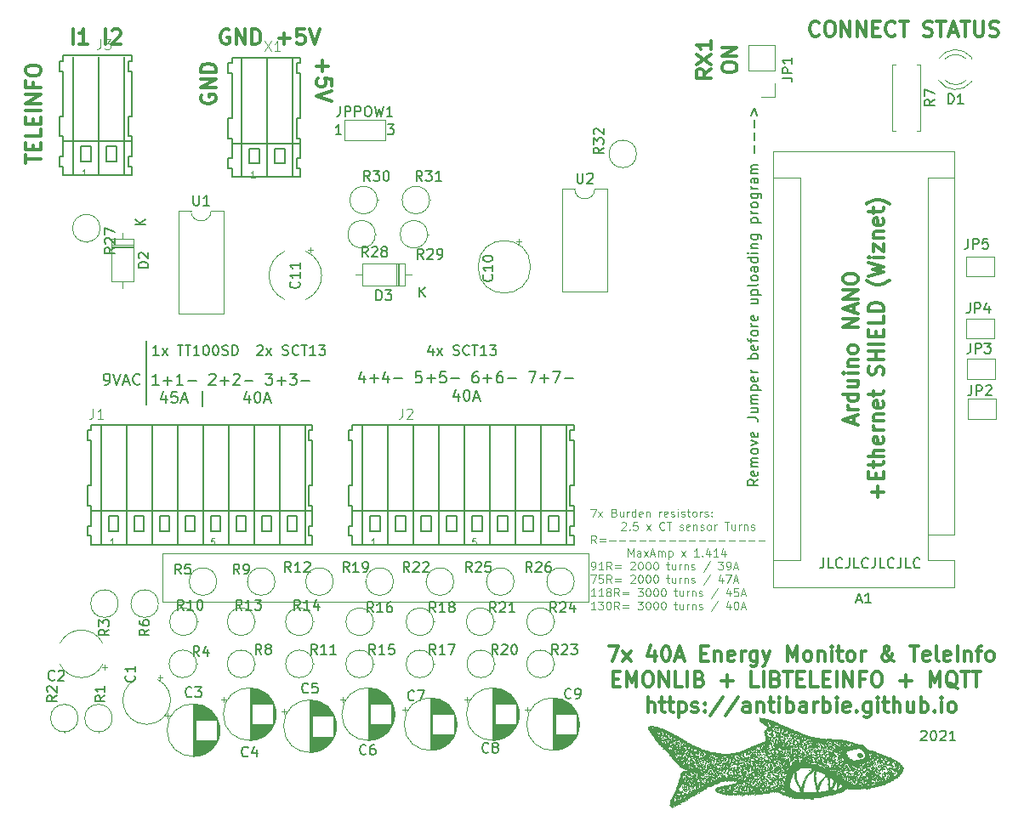
<source format=gbr>
%TF.GenerationSoftware,KiCad,Pcbnew,5.1.8-db9833491~88~ubuntu18.04.1*%
%TF.CreationDate,2021-11-07T22:26:50+01:00*%
%TF.ProjectId,MqttElecTinfo,4d717474-456c-4656-9354-696e666f2e6b,rev?*%
%TF.SameCoordinates,Original*%
%TF.FileFunction,Legend,Top*%
%TF.FilePolarity,Positive*%
%FSLAX46Y46*%
G04 Gerber Fmt 4.6, Leading zero omitted, Abs format (unit mm)*
G04 Created by KiCad (PCBNEW 5.1.8-db9833491~88~ubuntu18.04.1) date 2021-11-07 22:26:50*
%MOMM*%
%LPD*%
G01*
G04 APERTURE LIST*
%ADD10C,0.160000*%
%ADD11C,0.150000*%
%ADD12C,0.120000*%
%ADD13C,0.200000*%
%ADD14C,0.300000*%
%ADD15C,0.010000*%
%ADD16C,0.203200*%
%ADD17C,0.015000*%
G04 APERTURE END LIST*
D10*
X199780952Y-114452380D02*
X199780952Y-115166666D01*
X199733333Y-115309523D01*
X199638095Y-115404761D01*
X199495238Y-115452380D01*
X199400000Y-115452380D01*
X200733333Y-115452380D02*
X200257142Y-115452380D01*
X200257142Y-114452380D01*
X201638095Y-115357142D02*
X201590476Y-115404761D01*
X201447619Y-115452380D01*
X201352380Y-115452380D01*
X201209523Y-115404761D01*
X201114285Y-115309523D01*
X201066666Y-115214285D01*
X201019047Y-115023809D01*
X201019047Y-114880952D01*
X201066666Y-114690476D01*
X201114285Y-114595238D01*
X201209523Y-114500000D01*
X201352380Y-114452380D01*
X201447619Y-114452380D01*
X201590476Y-114500000D01*
X201638095Y-114547619D01*
X202352380Y-114452380D02*
X202352380Y-115166666D01*
X202304761Y-115309523D01*
X202209523Y-115404761D01*
X202066666Y-115452380D01*
X201971428Y-115452380D01*
X203304761Y-115452380D02*
X202828571Y-115452380D01*
X202828571Y-114452380D01*
X204209523Y-115357142D02*
X204161904Y-115404761D01*
X204019047Y-115452380D01*
X203923809Y-115452380D01*
X203780952Y-115404761D01*
X203685714Y-115309523D01*
X203638095Y-115214285D01*
X203590476Y-115023809D01*
X203590476Y-114880952D01*
X203638095Y-114690476D01*
X203685714Y-114595238D01*
X203780952Y-114500000D01*
X203923809Y-114452380D01*
X204019047Y-114452380D01*
X204161904Y-114500000D01*
X204209523Y-114547619D01*
X204923809Y-114452380D02*
X204923809Y-115166666D01*
X204876190Y-115309523D01*
X204780952Y-115404761D01*
X204638095Y-115452380D01*
X204542857Y-115452380D01*
X205876190Y-115452380D02*
X205400000Y-115452380D01*
X205400000Y-114452380D01*
X206780952Y-115357142D02*
X206733333Y-115404761D01*
X206590476Y-115452380D01*
X206495238Y-115452380D01*
X206352380Y-115404761D01*
X206257142Y-115309523D01*
X206209523Y-115214285D01*
X206161904Y-115023809D01*
X206161904Y-114880952D01*
X206209523Y-114690476D01*
X206257142Y-114595238D01*
X206352380Y-114500000D01*
X206495238Y-114452380D01*
X206590476Y-114452380D01*
X206733333Y-114500000D01*
X206780952Y-114547619D01*
X207495238Y-114452380D02*
X207495238Y-115166666D01*
X207447619Y-115309523D01*
X207352380Y-115404761D01*
X207209523Y-115452380D01*
X207114285Y-115452380D01*
X208447619Y-115452380D02*
X207971428Y-115452380D01*
X207971428Y-114452380D01*
X209352380Y-115357142D02*
X209304761Y-115404761D01*
X209161904Y-115452380D01*
X209066666Y-115452380D01*
X208923809Y-115404761D01*
X208828571Y-115309523D01*
X208780952Y-115214285D01*
X208733333Y-115023809D01*
X208733333Y-114880952D01*
X208780952Y-114690476D01*
X208828571Y-114595238D01*
X208923809Y-114500000D01*
X209066666Y-114452380D01*
X209161904Y-114452380D01*
X209304761Y-114500000D01*
X209352380Y-114547619D01*
D11*
X209485714Y-131747619D02*
X209533333Y-131700000D01*
X209628571Y-131652380D01*
X209866666Y-131652380D01*
X209961904Y-131700000D01*
X210009523Y-131747619D01*
X210057142Y-131842857D01*
X210057142Y-131938095D01*
X210009523Y-132080952D01*
X209438095Y-132652380D01*
X210057142Y-132652380D01*
X210676190Y-131652380D02*
X210771428Y-131652380D01*
X210866666Y-131700000D01*
X210914285Y-131747619D01*
X210961904Y-131842857D01*
X211009523Y-132033333D01*
X211009523Y-132271428D01*
X210961904Y-132461904D01*
X210914285Y-132557142D01*
X210866666Y-132604761D01*
X210771428Y-132652380D01*
X210676190Y-132652380D01*
X210580952Y-132604761D01*
X210533333Y-132557142D01*
X210485714Y-132461904D01*
X210438095Y-132271428D01*
X210438095Y-132033333D01*
X210485714Y-131842857D01*
X210533333Y-131747619D01*
X210580952Y-131700000D01*
X210676190Y-131652380D01*
X211390476Y-131747619D02*
X211438095Y-131700000D01*
X211533333Y-131652380D01*
X211771428Y-131652380D01*
X211866666Y-131700000D01*
X211914285Y-131747619D01*
X211961904Y-131842857D01*
X211961904Y-131938095D01*
X211914285Y-132080952D01*
X211342857Y-132652380D01*
X211961904Y-132652380D01*
X212914285Y-132652380D02*
X212342857Y-132652380D01*
X212628571Y-132652380D02*
X212628571Y-131652380D01*
X212533333Y-131795238D01*
X212438095Y-131890476D01*
X212342857Y-131938095D01*
D12*
X176592285Y-109541904D02*
X177125619Y-109541904D01*
X176782761Y-110341904D01*
X177354190Y-110341904D02*
X177773238Y-109808571D01*
X177354190Y-109808571D02*
X177773238Y-110341904D01*
X178954190Y-109922857D02*
X179068476Y-109960952D01*
X179106571Y-109999047D01*
X179144666Y-110075238D01*
X179144666Y-110189523D01*
X179106571Y-110265714D01*
X179068476Y-110303809D01*
X178992285Y-110341904D01*
X178687523Y-110341904D01*
X178687523Y-109541904D01*
X178954190Y-109541904D01*
X179030380Y-109580000D01*
X179068476Y-109618095D01*
X179106571Y-109694285D01*
X179106571Y-109770476D01*
X179068476Y-109846666D01*
X179030380Y-109884761D01*
X178954190Y-109922857D01*
X178687523Y-109922857D01*
X179830380Y-109808571D02*
X179830380Y-110341904D01*
X179487523Y-109808571D02*
X179487523Y-110227619D01*
X179525619Y-110303809D01*
X179601809Y-110341904D01*
X179716095Y-110341904D01*
X179792285Y-110303809D01*
X179830380Y-110265714D01*
X180211333Y-110341904D02*
X180211333Y-109808571D01*
X180211333Y-109960952D02*
X180249428Y-109884761D01*
X180287523Y-109846666D01*
X180363714Y-109808571D01*
X180439904Y-109808571D01*
X181049428Y-110341904D02*
X181049428Y-109541904D01*
X181049428Y-110303809D02*
X180973238Y-110341904D01*
X180820857Y-110341904D01*
X180744666Y-110303809D01*
X180706571Y-110265714D01*
X180668476Y-110189523D01*
X180668476Y-109960952D01*
X180706571Y-109884761D01*
X180744666Y-109846666D01*
X180820857Y-109808571D01*
X180973238Y-109808571D01*
X181049428Y-109846666D01*
X181735142Y-110303809D02*
X181658952Y-110341904D01*
X181506571Y-110341904D01*
X181430380Y-110303809D01*
X181392285Y-110227619D01*
X181392285Y-109922857D01*
X181430380Y-109846666D01*
X181506571Y-109808571D01*
X181658952Y-109808571D01*
X181735142Y-109846666D01*
X181773238Y-109922857D01*
X181773238Y-109999047D01*
X181392285Y-110075238D01*
X182116095Y-109808571D02*
X182116095Y-110341904D01*
X182116095Y-109884761D02*
X182154190Y-109846666D01*
X182230380Y-109808571D01*
X182344666Y-109808571D01*
X182420857Y-109846666D01*
X182458952Y-109922857D01*
X182458952Y-110341904D01*
X183449428Y-110341904D02*
X183449428Y-109808571D01*
X183449428Y-109960952D02*
X183487523Y-109884761D01*
X183525619Y-109846666D01*
X183601809Y-109808571D01*
X183678000Y-109808571D01*
X184249428Y-110303809D02*
X184173238Y-110341904D01*
X184020857Y-110341904D01*
X183944666Y-110303809D01*
X183906571Y-110227619D01*
X183906571Y-109922857D01*
X183944666Y-109846666D01*
X184020857Y-109808571D01*
X184173238Y-109808571D01*
X184249428Y-109846666D01*
X184287523Y-109922857D01*
X184287523Y-109999047D01*
X183906571Y-110075238D01*
X184592285Y-110303809D02*
X184668476Y-110341904D01*
X184820857Y-110341904D01*
X184897047Y-110303809D01*
X184935142Y-110227619D01*
X184935142Y-110189523D01*
X184897047Y-110113333D01*
X184820857Y-110075238D01*
X184706571Y-110075238D01*
X184630380Y-110037142D01*
X184592285Y-109960952D01*
X184592285Y-109922857D01*
X184630380Y-109846666D01*
X184706571Y-109808571D01*
X184820857Y-109808571D01*
X184897047Y-109846666D01*
X185278000Y-110341904D02*
X185278000Y-109808571D01*
X185278000Y-109541904D02*
X185239904Y-109580000D01*
X185278000Y-109618095D01*
X185316095Y-109580000D01*
X185278000Y-109541904D01*
X185278000Y-109618095D01*
X185620857Y-110303809D02*
X185697047Y-110341904D01*
X185849428Y-110341904D01*
X185925619Y-110303809D01*
X185963714Y-110227619D01*
X185963714Y-110189523D01*
X185925619Y-110113333D01*
X185849428Y-110075238D01*
X185735142Y-110075238D01*
X185658952Y-110037142D01*
X185620857Y-109960952D01*
X185620857Y-109922857D01*
X185658952Y-109846666D01*
X185735142Y-109808571D01*
X185849428Y-109808571D01*
X185925619Y-109846666D01*
X186192285Y-109808571D02*
X186497047Y-109808571D01*
X186306571Y-109541904D02*
X186306571Y-110227619D01*
X186344666Y-110303809D01*
X186420857Y-110341904D01*
X186497047Y-110341904D01*
X186878000Y-110341904D02*
X186801809Y-110303809D01*
X186763714Y-110265714D01*
X186725619Y-110189523D01*
X186725619Y-109960952D01*
X186763714Y-109884761D01*
X186801809Y-109846666D01*
X186878000Y-109808571D01*
X186992285Y-109808571D01*
X187068476Y-109846666D01*
X187106571Y-109884761D01*
X187144666Y-109960952D01*
X187144666Y-110189523D01*
X187106571Y-110265714D01*
X187068476Y-110303809D01*
X186992285Y-110341904D01*
X186878000Y-110341904D01*
X187487523Y-110341904D02*
X187487523Y-109808571D01*
X187487523Y-109960952D02*
X187525619Y-109884761D01*
X187563714Y-109846666D01*
X187639904Y-109808571D01*
X187716095Y-109808571D01*
X187944666Y-110303809D02*
X188020857Y-110341904D01*
X188173238Y-110341904D01*
X188249428Y-110303809D01*
X188287523Y-110227619D01*
X188287523Y-110189523D01*
X188249428Y-110113333D01*
X188173238Y-110075238D01*
X188058952Y-110075238D01*
X187982761Y-110037142D01*
X187944666Y-109960952D01*
X187944666Y-109922857D01*
X187982761Y-109846666D01*
X188058952Y-109808571D01*
X188173238Y-109808571D01*
X188249428Y-109846666D01*
X188630380Y-110265714D02*
X188668476Y-110303809D01*
X188630380Y-110341904D01*
X188592285Y-110303809D01*
X188630380Y-110265714D01*
X188630380Y-110341904D01*
X188630380Y-109846666D02*
X188668476Y-109884761D01*
X188630380Y-109922857D01*
X188592285Y-109884761D01*
X188630380Y-109846666D01*
X188630380Y-109922857D01*
X179678000Y-110938095D02*
X179716095Y-110900000D01*
X179792285Y-110861904D01*
X179982761Y-110861904D01*
X180058952Y-110900000D01*
X180097047Y-110938095D01*
X180135142Y-111014285D01*
X180135142Y-111090476D01*
X180097047Y-111204761D01*
X179639904Y-111661904D01*
X180135142Y-111661904D01*
X180478000Y-111585714D02*
X180516095Y-111623809D01*
X180478000Y-111661904D01*
X180439904Y-111623809D01*
X180478000Y-111585714D01*
X180478000Y-111661904D01*
X181239904Y-110861904D02*
X180858952Y-110861904D01*
X180820857Y-111242857D01*
X180858952Y-111204761D01*
X180935142Y-111166666D01*
X181125619Y-111166666D01*
X181201809Y-111204761D01*
X181239904Y-111242857D01*
X181278000Y-111319047D01*
X181278000Y-111509523D01*
X181239904Y-111585714D01*
X181201809Y-111623809D01*
X181125619Y-111661904D01*
X180935142Y-111661904D01*
X180858952Y-111623809D01*
X180820857Y-111585714D01*
X182154190Y-111661904D02*
X182573238Y-111128571D01*
X182154190Y-111128571D02*
X182573238Y-111661904D01*
X183944666Y-111585714D02*
X183906571Y-111623809D01*
X183792285Y-111661904D01*
X183716095Y-111661904D01*
X183601809Y-111623809D01*
X183525619Y-111547619D01*
X183487523Y-111471428D01*
X183449428Y-111319047D01*
X183449428Y-111204761D01*
X183487523Y-111052380D01*
X183525619Y-110976190D01*
X183601809Y-110900000D01*
X183716095Y-110861904D01*
X183792285Y-110861904D01*
X183906571Y-110900000D01*
X183944666Y-110938095D01*
X184173238Y-110861904D02*
X184630380Y-110861904D01*
X184401809Y-111661904D02*
X184401809Y-110861904D01*
X185468476Y-111623809D02*
X185544666Y-111661904D01*
X185697047Y-111661904D01*
X185773238Y-111623809D01*
X185811333Y-111547619D01*
X185811333Y-111509523D01*
X185773238Y-111433333D01*
X185697047Y-111395238D01*
X185582761Y-111395238D01*
X185506571Y-111357142D01*
X185468476Y-111280952D01*
X185468476Y-111242857D01*
X185506571Y-111166666D01*
X185582761Y-111128571D01*
X185697047Y-111128571D01*
X185773238Y-111166666D01*
X186458952Y-111623809D02*
X186382761Y-111661904D01*
X186230380Y-111661904D01*
X186154190Y-111623809D01*
X186116095Y-111547619D01*
X186116095Y-111242857D01*
X186154190Y-111166666D01*
X186230380Y-111128571D01*
X186382761Y-111128571D01*
X186458952Y-111166666D01*
X186497047Y-111242857D01*
X186497047Y-111319047D01*
X186116095Y-111395238D01*
X186839904Y-111128571D02*
X186839904Y-111661904D01*
X186839904Y-111204761D02*
X186878000Y-111166666D01*
X186954190Y-111128571D01*
X187068476Y-111128571D01*
X187144666Y-111166666D01*
X187182761Y-111242857D01*
X187182761Y-111661904D01*
X187525619Y-111623809D02*
X187601809Y-111661904D01*
X187754190Y-111661904D01*
X187830380Y-111623809D01*
X187868476Y-111547619D01*
X187868476Y-111509523D01*
X187830380Y-111433333D01*
X187754190Y-111395238D01*
X187639904Y-111395238D01*
X187563714Y-111357142D01*
X187525619Y-111280952D01*
X187525619Y-111242857D01*
X187563714Y-111166666D01*
X187639904Y-111128571D01*
X187754190Y-111128571D01*
X187830380Y-111166666D01*
X188325619Y-111661904D02*
X188249428Y-111623809D01*
X188211333Y-111585714D01*
X188173238Y-111509523D01*
X188173238Y-111280952D01*
X188211333Y-111204761D01*
X188249428Y-111166666D01*
X188325619Y-111128571D01*
X188439904Y-111128571D01*
X188516095Y-111166666D01*
X188554190Y-111204761D01*
X188592285Y-111280952D01*
X188592285Y-111509523D01*
X188554190Y-111585714D01*
X188516095Y-111623809D01*
X188439904Y-111661904D01*
X188325619Y-111661904D01*
X188935142Y-111661904D02*
X188935142Y-111128571D01*
X188935142Y-111280952D02*
X188973238Y-111204761D01*
X189011333Y-111166666D01*
X189087523Y-111128571D01*
X189163714Y-111128571D01*
X189925619Y-110861904D02*
X190382761Y-110861904D01*
X190154190Y-111661904D02*
X190154190Y-110861904D01*
X190992285Y-111128571D02*
X190992285Y-111661904D01*
X190649428Y-111128571D02*
X190649428Y-111547619D01*
X190687523Y-111623809D01*
X190763714Y-111661904D01*
X190878000Y-111661904D01*
X190954190Y-111623809D01*
X190992285Y-111585714D01*
X191373238Y-111661904D02*
X191373238Y-111128571D01*
X191373238Y-111280952D02*
X191411333Y-111204761D01*
X191449428Y-111166666D01*
X191525619Y-111128571D01*
X191601809Y-111128571D01*
X191868476Y-111128571D02*
X191868476Y-111661904D01*
X191868476Y-111204761D02*
X191906571Y-111166666D01*
X191982761Y-111128571D01*
X192097047Y-111128571D01*
X192173238Y-111166666D01*
X192211333Y-111242857D01*
X192211333Y-111661904D01*
X192554190Y-111623809D02*
X192630380Y-111661904D01*
X192782761Y-111661904D01*
X192858952Y-111623809D01*
X192897047Y-111547619D01*
X192897047Y-111509523D01*
X192858952Y-111433333D01*
X192782761Y-111395238D01*
X192668476Y-111395238D01*
X192592285Y-111357142D01*
X192554190Y-111280952D01*
X192554190Y-111242857D01*
X192592285Y-111166666D01*
X192668476Y-111128571D01*
X192782761Y-111128571D01*
X192858952Y-111166666D01*
X177125619Y-112981904D02*
X176858952Y-112600952D01*
X176668476Y-112981904D02*
X176668476Y-112181904D01*
X176973238Y-112181904D01*
X177049428Y-112220000D01*
X177087523Y-112258095D01*
X177125619Y-112334285D01*
X177125619Y-112448571D01*
X177087523Y-112524761D01*
X177049428Y-112562857D01*
X176973238Y-112600952D01*
X176668476Y-112600952D01*
X177468476Y-112562857D02*
X178078000Y-112562857D01*
X178078000Y-112791428D02*
X177468476Y-112791428D01*
X178458952Y-112677142D02*
X179068476Y-112677142D01*
X179449428Y-112677142D02*
X180058952Y-112677142D01*
X180439904Y-112677142D02*
X181049428Y-112677142D01*
X181430380Y-112677142D02*
X182039904Y-112677142D01*
X182420857Y-112677142D02*
X183030380Y-112677142D01*
X183411333Y-112677142D02*
X184020857Y-112677142D01*
X184401809Y-112677142D02*
X185011333Y-112677142D01*
X185392285Y-112677142D02*
X186001809Y-112677142D01*
X186382761Y-112677142D02*
X186992285Y-112677142D01*
X187373238Y-112677142D02*
X187982761Y-112677142D01*
X188363714Y-112677142D02*
X188973238Y-112677142D01*
X189354190Y-112677142D02*
X189963714Y-112677142D01*
X190344666Y-112677142D02*
X190954190Y-112677142D01*
X191335142Y-112677142D02*
X191944666Y-112677142D01*
X192325619Y-112677142D02*
X192935142Y-112677142D01*
X193316095Y-112677142D02*
X193925619Y-112677142D01*
X180325619Y-114301904D02*
X180325619Y-113501904D01*
X180592285Y-114073333D01*
X180858952Y-113501904D01*
X180858952Y-114301904D01*
X181582761Y-114301904D02*
X181582761Y-113882857D01*
X181544666Y-113806666D01*
X181468476Y-113768571D01*
X181316095Y-113768571D01*
X181239904Y-113806666D01*
X181582761Y-114263809D02*
X181506571Y-114301904D01*
X181316095Y-114301904D01*
X181239904Y-114263809D01*
X181201809Y-114187619D01*
X181201809Y-114111428D01*
X181239904Y-114035238D01*
X181316095Y-113997142D01*
X181506571Y-113997142D01*
X181582761Y-113959047D01*
X181887523Y-114301904D02*
X182306571Y-113768571D01*
X181887523Y-113768571D02*
X182306571Y-114301904D01*
X182573238Y-114073333D02*
X182954190Y-114073333D01*
X182497047Y-114301904D02*
X182763714Y-113501904D01*
X183030380Y-114301904D01*
X183297047Y-114301904D02*
X183297047Y-113768571D01*
X183297047Y-113844761D02*
X183335142Y-113806666D01*
X183411333Y-113768571D01*
X183525619Y-113768571D01*
X183601809Y-113806666D01*
X183639904Y-113882857D01*
X183639904Y-114301904D01*
X183639904Y-113882857D02*
X183678000Y-113806666D01*
X183754190Y-113768571D01*
X183868476Y-113768571D01*
X183944666Y-113806666D01*
X183982761Y-113882857D01*
X183982761Y-114301904D01*
X184363714Y-113768571D02*
X184363714Y-114568571D01*
X184363714Y-113806666D02*
X184439904Y-113768571D01*
X184592285Y-113768571D01*
X184668476Y-113806666D01*
X184706571Y-113844761D01*
X184744666Y-113920952D01*
X184744666Y-114149523D01*
X184706571Y-114225714D01*
X184668476Y-114263809D01*
X184592285Y-114301904D01*
X184439904Y-114301904D01*
X184363714Y-114263809D01*
X185620857Y-114301904D02*
X186039904Y-113768571D01*
X185620857Y-113768571D02*
X186039904Y-114301904D01*
X187373238Y-114301904D02*
X186916095Y-114301904D01*
X187144666Y-114301904D02*
X187144666Y-113501904D01*
X187068476Y-113616190D01*
X186992285Y-113692380D01*
X186916095Y-113730476D01*
X187716095Y-114225714D02*
X187754190Y-114263809D01*
X187716095Y-114301904D01*
X187678000Y-114263809D01*
X187716095Y-114225714D01*
X187716095Y-114301904D01*
X188439904Y-113768571D02*
X188439904Y-114301904D01*
X188249428Y-113463809D02*
X188058952Y-114035238D01*
X188554190Y-114035238D01*
X189278000Y-114301904D02*
X188820857Y-114301904D01*
X189049428Y-114301904D02*
X189049428Y-113501904D01*
X188973238Y-113616190D01*
X188897047Y-113692380D01*
X188820857Y-113730476D01*
X189963714Y-113768571D02*
X189963714Y-114301904D01*
X189773238Y-113463809D02*
X189582761Y-114035238D01*
X190078000Y-114035238D01*
X176706571Y-115621904D02*
X176858952Y-115621904D01*
X176935142Y-115583809D01*
X176973238Y-115545714D01*
X177049428Y-115431428D01*
X177087523Y-115279047D01*
X177087523Y-114974285D01*
X177049428Y-114898095D01*
X177011333Y-114860000D01*
X176935142Y-114821904D01*
X176782761Y-114821904D01*
X176706571Y-114860000D01*
X176668476Y-114898095D01*
X176630380Y-114974285D01*
X176630380Y-115164761D01*
X176668476Y-115240952D01*
X176706571Y-115279047D01*
X176782761Y-115317142D01*
X176935142Y-115317142D01*
X177011333Y-115279047D01*
X177049428Y-115240952D01*
X177087523Y-115164761D01*
X177849428Y-115621904D02*
X177392285Y-115621904D01*
X177620857Y-115621904D02*
X177620857Y-114821904D01*
X177544666Y-114936190D01*
X177468476Y-115012380D01*
X177392285Y-115050476D01*
X178649428Y-115621904D02*
X178382761Y-115240952D01*
X178192285Y-115621904D02*
X178192285Y-114821904D01*
X178497047Y-114821904D01*
X178573238Y-114860000D01*
X178611333Y-114898095D01*
X178649428Y-114974285D01*
X178649428Y-115088571D01*
X178611333Y-115164761D01*
X178573238Y-115202857D01*
X178497047Y-115240952D01*
X178192285Y-115240952D01*
X178992285Y-115202857D02*
X179601809Y-115202857D01*
X179601809Y-115431428D02*
X178992285Y-115431428D01*
X180554190Y-114898095D02*
X180592285Y-114860000D01*
X180668476Y-114821904D01*
X180858952Y-114821904D01*
X180935142Y-114860000D01*
X180973238Y-114898095D01*
X181011333Y-114974285D01*
X181011333Y-115050476D01*
X180973238Y-115164761D01*
X180516095Y-115621904D01*
X181011333Y-115621904D01*
X181506571Y-114821904D02*
X181582761Y-114821904D01*
X181658952Y-114860000D01*
X181697047Y-114898095D01*
X181735142Y-114974285D01*
X181773238Y-115126666D01*
X181773238Y-115317142D01*
X181735142Y-115469523D01*
X181697047Y-115545714D01*
X181658952Y-115583809D01*
X181582761Y-115621904D01*
X181506571Y-115621904D01*
X181430380Y-115583809D01*
X181392285Y-115545714D01*
X181354190Y-115469523D01*
X181316095Y-115317142D01*
X181316095Y-115126666D01*
X181354190Y-114974285D01*
X181392285Y-114898095D01*
X181430380Y-114860000D01*
X181506571Y-114821904D01*
X182268476Y-114821904D02*
X182344666Y-114821904D01*
X182420857Y-114860000D01*
X182458952Y-114898095D01*
X182497047Y-114974285D01*
X182535142Y-115126666D01*
X182535142Y-115317142D01*
X182497047Y-115469523D01*
X182458952Y-115545714D01*
X182420857Y-115583809D01*
X182344666Y-115621904D01*
X182268476Y-115621904D01*
X182192285Y-115583809D01*
X182154190Y-115545714D01*
X182116095Y-115469523D01*
X182078000Y-115317142D01*
X182078000Y-115126666D01*
X182116095Y-114974285D01*
X182154190Y-114898095D01*
X182192285Y-114860000D01*
X182268476Y-114821904D01*
X183030380Y-114821904D02*
X183106571Y-114821904D01*
X183182761Y-114860000D01*
X183220857Y-114898095D01*
X183258952Y-114974285D01*
X183297047Y-115126666D01*
X183297047Y-115317142D01*
X183258952Y-115469523D01*
X183220857Y-115545714D01*
X183182761Y-115583809D01*
X183106571Y-115621904D01*
X183030380Y-115621904D01*
X182954190Y-115583809D01*
X182916095Y-115545714D01*
X182878000Y-115469523D01*
X182839904Y-115317142D01*
X182839904Y-115126666D01*
X182878000Y-114974285D01*
X182916095Y-114898095D01*
X182954190Y-114860000D01*
X183030380Y-114821904D01*
X184135142Y-115088571D02*
X184439904Y-115088571D01*
X184249428Y-114821904D02*
X184249428Y-115507619D01*
X184287523Y-115583809D01*
X184363714Y-115621904D01*
X184439904Y-115621904D01*
X185049428Y-115088571D02*
X185049428Y-115621904D01*
X184706571Y-115088571D02*
X184706571Y-115507619D01*
X184744666Y-115583809D01*
X184820857Y-115621904D01*
X184935142Y-115621904D01*
X185011333Y-115583809D01*
X185049428Y-115545714D01*
X185430380Y-115621904D02*
X185430380Y-115088571D01*
X185430380Y-115240952D02*
X185468476Y-115164761D01*
X185506571Y-115126666D01*
X185582761Y-115088571D01*
X185658952Y-115088571D01*
X185925619Y-115088571D02*
X185925619Y-115621904D01*
X185925619Y-115164761D02*
X185963714Y-115126666D01*
X186039904Y-115088571D01*
X186154190Y-115088571D01*
X186230380Y-115126666D01*
X186268476Y-115202857D01*
X186268476Y-115621904D01*
X186611333Y-115583809D02*
X186687523Y-115621904D01*
X186839904Y-115621904D01*
X186916095Y-115583809D01*
X186954190Y-115507619D01*
X186954190Y-115469523D01*
X186916095Y-115393333D01*
X186839904Y-115355238D01*
X186725619Y-115355238D01*
X186649428Y-115317142D01*
X186611333Y-115240952D01*
X186611333Y-115202857D01*
X186649428Y-115126666D01*
X186725619Y-115088571D01*
X186839904Y-115088571D01*
X186916095Y-115126666D01*
X188478000Y-114783809D02*
X187792285Y-115812380D01*
X189278000Y-114821904D02*
X189773238Y-114821904D01*
X189506571Y-115126666D01*
X189620857Y-115126666D01*
X189697047Y-115164761D01*
X189735142Y-115202857D01*
X189773238Y-115279047D01*
X189773238Y-115469523D01*
X189735142Y-115545714D01*
X189697047Y-115583809D01*
X189620857Y-115621904D01*
X189392285Y-115621904D01*
X189316095Y-115583809D01*
X189278000Y-115545714D01*
X190154190Y-115621904D02*
X190306571Y-115621904D01*
X190382761Y-115583809D01*
X190420857Y-115545714D01*
X190497047Y-115431428D01*
X190535142Y-115279047D01*
X190535142Y-114974285D01*
X190497047Y-114898095D01*
X190458952Y-114860000D01*
X190382761Y-114821904D01*
X190230380Y-114821904D01*
X190154190Y-114860000D01*
X190116095Y-114898095D01*
X190078000Y-114974285D01*
X190078000Y-115164761D01*
X190116095Y-115240952D01*
X190154190Y-115279047D01*
X190230380Y-115317142D01*
X190382761Y-115317142D01*
X190458952Y-115279047D01*
X190497047Y-115240952D01*
X190535142Y-115164761D01*
X190839904Y-115393333D02*
X191220857Y-115393333D01*
X190763714Y-115621904D02*
X191030380Y-114821904D01*
X191297047Y-115621904D01*
X176592285Y-116141904D02*
X177125619Y-116141904D01*
X176782761Y-116941904D01*
X177811333Y-116141904D02*
X177430380Y-116141904D01*
X177392285Y-116522857D01*
X177430380Y-116484761D01*
X177506571Y-116446666D01*
X177697047Y-116446666D01*
X177773238Y-116484761D01*
X177811333Y-116522857D01*
X177849428Y-116599047D01*
X177849428Y-116789523D01*
X177811333Y-116865714D01*
X177773238Y-116903809D01*
X177697047Y-116941904D01*
X177506571Y-116941904D01*
X177430380Y-116903809D01*
X177392285Y-116865714D01*
X178649428Y-116941904D02*
X178382761Y-116560952D01*
X178192285Y-116941904D02*
X178192285Y-116141904D01*
X178497047Y-116141904D01*
X178573238Y-116180000D01*
X178611333Y-116218095D01*
X178649428Y-116294285D01*
X178649428Y-116408571D01*
X178611333Y-116484761D01*
X178573238Y-116522857D01*
X178497047Y-116560952D01*
X178192285Y-116560952D01*
X178992285Y-116522857D02*
X179601809Y-116522857D01*
X179601809Y-116751428D02*
X178992285Y-116751428D01*
X180554190Y-116218095D02*
X180592285Y-116180000D01*
X180668476Y-116141904D01*
X180858952Y-116141904D01*
X180935142Y-116180000D01*
X180973238Y-116218095D01*
X181011333Y-116294285D01*
X181011333Y-116370476D01*
X180973238Y-116484761D01*
X180516095Y-116941904D01*
X181011333Y-116941904D01*
X181506571Y-116141904D02*
X181582761Y-116141904D01*
X181658952Y-116180000D01*
X181697047Y-116218095D01*
X181735142Y-116294285D01*
X181773238Y-116446666D01*
X181773238Y-116637142D01*
X181735142Y-116789523D01*
X181697047Y-116865714D01*
X181658952Y-116903809D01*
X181582761Y-116941904D01*
X181506571Y-116941904D01*
X181430380Y-116903809D01*
X181392285Y-116865714D01*
X181354190Y-116789523D01*
X181316095Y-116637142D01*
X181316095Y-116446666D01*
X181354190Y-116294285D01*
X181392285Y-116218095D01*
X181430380Y-116180000D01*
X181506571Y-116141904D01*
X182268476Y-116141904D02*
X182344666Y-116141904D01*
X182420857Y-116180000D01*
X182458952Y-116218095D01*
X182497047Y-116294285D01*
X182535142Y-116446666D01*
X182535142Y-116637142D01*
X182497047Y-116789523D01*
X182458952Y-116865714D01*
X182420857Y-116903809D01*
X182344666Y-116941904D01*
X182268476Y-116941904D01*
X182192285Y-116903809D01*
X182154190Y-116865714D01*
X182116095Y-116789523D01*
X182078000Y-116637142D01*
X182078000Y-116446666D01*
X182116095Y-116294285D01*
X182154190Y-116218095D01*
X182192285Y-116180000D01*
X182268476Y-116141904D01*
X183030380Y-116141904D02*
X183106571Y-116141904D01*
X183182761Y-116180000D01*
X183220857Y-116218095D01*
X183258952Y-116294285D01*
X183297047Y-116446666D01*
X183297047Y-116637142D01*
X183258952Y-116789523D01*
X183220857Y-116865714D01*
X183182761Y-116903809D01*
X183106571Y-116941904D01*
X183030380Y-116941904D01*
X182954190Y-116903809D01*
X182916095Y-116865714D01*
X182878000Y-116789523D01*
X182839904Y-116637142D01*
X182839904Y-116446666D01*
X182878000Y-116294285D01*
X182916095Y-116218095D01*
X182954190Y-116180000D01*
X183030380Y-116141904D01*
X184135142Y-116408571D02*
X184439904Y-116408571D01*
X184249428Y-116141904D02*
X184249428Y-116827619D01*
X184287523Y-116903809D01*
X184363714Y-116941904D01*
X184439904Y-116941904D01*
X185049428Y-116408571D02*
X185049428Y-116941904D01*
X184706571Y-116408571D02*
X184706571Y-116827619D01*
X184744666Y-116903809D01*
X184820857Y-116941904D01*
X184935142Y-116941904D01*
X185011333Y-116903809D01*
X185049428Y-116865714D01*
X185430380Y-116941904D02*
X185430380Y-116408571D01*
X185430380Y-116560952D02*
X185468476Y-116484761D01*
X185506571Y-116446666D01*
X185582761Y-116408571D01*
X185658952Y-116408571D01*
X185925619Y-116408571D02*
X185925619Y-116941904D01*
X185925619Y-116484761D02*
X185963714Y-116446666D01*
X186039904Y-116408571D01*
X186154190Y-116408571D01*
X186230380Y-116446666D01*
X186268476Y-116522857D01*
X186268476Y-116941904D01*
X186611333Y-116903809D02*
X186687523Y-116941904D01*
X186839904Y-116941904D01*
X186916095Y-116903809D01*
X186954190Y-116827619D01*
X186954190Y-116789523D01*
X186916095Y-116713333D01*
X186839904Y-116675238D01*
X186725619Y-116675238D01*
X186649428Y-116637142D01*
X186611333Y-116560952D01*
X186611333Y-116522857D01*
X186649428Y-116446666D01*
X186725619Y-116408571D01*
X186839904Y-116408571D01*
X186916095Y-116446666D01*
X188478000Y-116103809D02*
X187792285Y-117132380D01*
X189697047Y-116408571D02*
X189697047Y-116941904D01*
X189506571Y-116103809D02*
X189316095Y-116675238D01*
X189811333Y-116675238D01*
X190039904Y-116141904D02*
X190573238Y-116141904D01*
X190230380Y-116941904D01*
X190839904Y-116713333D02*
X191220857Y-116713333D01*
X190763714Y-116941904D02*
X191030380Y-116141904D01*
X191297047Y-116941904D01*
X177087523Y-118261904D02*
X176630380Y-118261904D01*
X176858952Y-118261904D02*
X176858952Y-117461904D01*
X176782761Y-117576190D01*
X176706571Y-117652380D01*
X176630380Y-117690476D01*
X177849428Y-118261904D02*
X177392285Y-118261904D01*
X177620857Y-118261904D02*
X177620857Y-117461904D01*
X177544666Y-117576190D01*
X177468476Y-117652380D01*
X177392285Y-117690476D01*
X178306571Y-117804761D02*
X178230380Y-117766666D01*
X178192285Y-117728571D01*
X178154190Y-117652380D01*
X178154190Y-117614285D01*
X178192285Y-117538095D01*
X178230380Y-117500000D01*
X178306571Y-117461904D01*
X178458952Y-117461904D01*
X178535142Y-117500000D01*
X178573238Y-117538095D01*
X178611333Y-117614285D01*
X178611333Y-117652380D01*
X178573238Y-117728571D01*
X178535142Y-117766666D01*
X178458952Y-117804761D01*
X178306571Y-117804761D01*
X178230380Y-117842857D01*
X178192285Y-117880952D01*
X178154190Y-117957142D01*
X178154190Y-118109523D01*
X178192285Y-118185714D01*
X178230380Y-118223809D01*
X178306571Y-118261904D01*
X178458952Y-118261904D01*
X178535142Y-118223809D01*
X178573238Y-118185714D01*
X178611333Y-118109523D01*
X178611333Y-117957142D01*
X178573238Y-117880952D01*
X178535142Y-117842857D01*
X178458952Y-117804761D01*
X179411333Y-118261904D02*
X179144666Y-117880952D01*
X178954190Y-118261904D02*
X178954190Y-117461904D01*
X179258952Y-117461904D01*
X179335142Y-117500000D01*
X179373238Y-117538095D01*
X179411333Y-117614285D01*
X179411333Y-117728571D01*
X179373238Y-117804761D01*
X179335142Y-117842857D01*
X179258952Y-117880952D01*
X178954190Y-117880952D01*
X179754190Y-117842857D02*
X180363714Y-117842857D01*
X180363714Y-118071428D02*
X179754190Y-118071428D01*
X181278000Y-117461904D02*
X181773238Y-117461904D01*
X181506571Y-117766666D01*
X181620857Y-117766666D01*
X181697047Y-117804761D01*
X181735142Y-117842857D01*
X181773238Y-117919047D01*
X181773238Y-118109523D01*
X181735142Y-118185714D01*
X181697047Y-118223809D01*
X181620857Y-118261904D01*
X181392285Y-118261904D01*
X181316095Y-118223809D01*
X181278000Y-118185714D01*
X182268476Y-117461904D02*
X182344666Y-117461904D01*
X182420857Y-117500000D01*
X182458952Y-117538095D01*
X182497047Y-117614285D01*
X182535142Y-117766666D01*
X182535142Y-117957142D01*
X182497047Y-118109523D01*
X182458952Y-118185714D01*
X182420857Y-118223809D01*
X182344666Y-118261904D01*
X182268476Y-118261904D01*
X182192285Y-118223809D01*
X182154190Y-118185714D01*
X182116095Y-118109523D01*
X182078000Y-117957142D01*
X182078000Y-117766666D01*
X182116095Y-117614285D01*
X182154190Y-117538095D01*
X182192285Y-117500000D01*
X182268476Y-117461904D01*
X183030380Y-117461904D02*
X183106571Y-117461904D01*
X183182761Y-117500000D01*
X183220857Y-117538095D01*
X183258952Y-117614285D01*
X183297047Y-117766666D01*
X183297047Y-117957142D01*
X183258952Y-118109523D01*
X183220857Y-118185714D01*
X183182761Y-118223809D01*
X183106571Y-118261904D01*
X183030380Y-118261904D01*
X182954190Y-118223809D01*
X182916095Y-118185714D01*
X182878000Y-118109523D01*
X182839904Y-117957142D01*
X182839904Y-117766666D01*
X182878000Y-117614285D01*
X182916095Y-117538095D01*
X182954190Y-117500000D01*
X183030380Y-117461904D01*
X183792285Y-117461904D02*
X183868476Y-117461904D01*
X183944666Y-117500000D01*
X183982761Y-117538095D01*
X184020857Y-117614285D01*
X184058952Y-117766666D01*
X184058952Y-117957142D01*
X184020857Y-118109523D01*
X183982761Y-118185714D01*
X183944666Y-118223809D01*
X183868476Y-118261904D01*
X183792285Y-118261904D01*
X183716095Y-118223809D01*
X183678000Y-118185714D01*
X183639904Y-118109523D01*
X183601809Y-117957142D01*
X183601809Y-117766666D01*
X183639904Y-117614285D01*
X183678000Y-117538095D01*
X183716095Y-117500000D01*
X183792285Y-117461904D01*
X184897047Y-117728571D02*
X185201809Y-117728571D01*
X185011333Y-117461904D02*
X185011333Y-118147619D01*
X185049428Y-118223809D01*
X185125619Y-118261904D01*
X185201809Y-118261904D01*
X185811333Y-117728571D02*
X185811333Y-118261904D01*
X185468476Y-117728571D02*
X185468476Y-118147619D01*
X185506571Y-118223809D01*
X185582761Y-118261904D01*
X185697047Y-118261904D01*
X185773238Y-118223809D01*
X185811333Y-118185714D01*
X186192285Y-118261904D02*
X186192285Y-117728571D01*
X186192285Y-117880952D02*
X186230380Y-117804761D01*
X186268476Y-117766666D01*
X186344666Y-117728571D01*
X186420857Y-117728571D01*
X186687523Y-117728571D02*
X186687523Y-118261904D01*
X186687523Y-117804761D02*
X186725619Y-117766666D01*
X186801809Y-117728571D01*
X186916095Y-117728571D01*
X186992285Y-117766666D01*
X187030380Y-117842857D01*
X187030380Y-118261904D01*
X187373238Y-118223809D02*
X187449428Y-118261904D01*
X187601809Y-118261904D01*
X187678000Y-118223809D01*
X187716095Y-118147619D01*
X187716095Y-118109523D01*
X187678000Y-118033333D01*
X187601809Y-117995238D01*
X187487523Y-117995238D01*
X187411333Y-117957142D01*
X187373238Y-117880952D01*
X187373238Y-117842857D01*
X187411333Y-117766666D01*
X187487523Y-117728571D01*
X187601809Y-117728571D01*
X187678000Y-117766666D01*
X189239904Y-117423809D02*
X188554190Y-118452380D01*
X190458952Y-117728571D02*
X190458952Y-118261904D01*
X190268476Y-117423809D02*
X190078000Y-117995238D01*
X190573238Y-117995238D01*
X191258952Y-117461904D02*
X190878000Y-117461904D01*
X190839904Y-117842857D01*
X190878000Y-117804761D01*
X190954190Y-117766666D01*
X191144666Y-117766666D01*
X191220857Y-117804761D01*
X191258952Y-117842857D01*
X191297047Y-117919047D01*
X191297047Y-118109523D01*
X191258952Y-118185714D01*
X191220857Y-118223809D01*
X191144666Y-118261904D01*
X190954190Y-118261904D01*
X190878000Y-118223809D01*
X190839904Y-118185714D01*
X191601809Y-118033333D02*
X191982761Y-118033333D01*
X191525619Y-118261904D02*
X191792285Y-117461904D01*
X192058952Y-118261904D01*
X177087523Y-119581904D02*
X176630380Y-119581904D01*
X176858952Y-119581904D02*
X176858952Y-118781904D01*
X176782761Y-118896190D01*
X176706571Y-118972380D01*
X176630380Y-119010476D01*
X177354190Y-118781904D02*
X177849428Y-118781904D01*
X177582761Y-119086666D01*
X177697047Y-119086666D01*
X177773238Y-119124761D01*
X177811333Y-119162857D01*
X177849428Y-119239047D01*
X177849428Y-119429523D01*
X177811333Y-119505714D01*
X177773238Y-119543809D01*
X177697047Y-119581904D01*
X177468476Y-119581904D01*
X177392285Y-119543809D01*
X177354190Y-119505714D01*
X178344666Y-118781904D02*
X178420857Y-118781904D01*
X178497047Y-118820000D01*
X178535142Y-118858095D01*
X178573238Y-118934285D01*
X178611333Y-119086666D01*
X178611333Y-119277142D01*
X178573238Y-119429523D01*
X178535142Y-119505714D01*
X178497047Y-119543809D01*
X178420857Y-119581904D01*
X178344666Y-119581904D01*
X178268476Y-119543809D01*
X178230380Y-119505714D01*
X178192285Y-119429523D01*
X178154190Y-119277142D01*
X178154190Y-119086666D01*
X178192285Y-118934285D01*
X178230380Y-118858095D01*
X178268476Y-118820000D01*
X178344666Y-118781904D01*
X179411333Y-119581904D02*
X179144666Y-119200952D01*
X178954190Y-119581904D02*
X178954190Y-118781904D01*
X179258952Y-118781904D01*
X179335142Y-118820000D01*
X179373238Y-118858095D01*
X179411333Y-118934285D01*
X179411333Y-119048571D01*
X179373238Y-119124761D01*
X179335142Y-119162857D01*
X179258952Y-119200952D01*
X178954190Y-119200952D01*
X179754190Y-119162857D02*
X180363714Y-119162857D01*
X180363714Y-119391428D02*
X179754190Y-119391428D01*
X181278000Y-118781904D02*
X181773238Y-118781904D01*
X181506571Y-119086666D01*
X181620857Y-119086666D01*
X181697047Y-119124761D01*
X181735142Y-119162857D01*
X181773238Y-119239047D01*
X181773238Y-119429523D01*
X181735142Y-119505714D01*
X181697047Y-119543809D01*
X181620857Y-119581904D01*
X181392285Y-119581904D01*
X181316095Y-119543809D01*
X181278000Y-119505714D01*
X182268476Y-118781904D02*
X182344666Y-118781904D01*
X182420857Y-118820000D01*
X182458952Y-118858095D01*
X182497047Y-118934285D01*
X182535142Y-119086666D01*
X182535142Y-119277142D01*
X182497047Y-119429523D01*
X182458952Y-119505714D01*
X182420857Y-119543809D01*
X182344666Y-119581904D01*
X182268476Y-119581904D01*
X182192285Y-119543809D01*
X182154190Y-119505714D01*
X182116095Y-119429523D01*
X182078000Y-119277142D01*
X182078000Y-119086666D01*
X182116095Y-118934285D01*
X182154190Y-118858095D01*
X182192285Y-118820000D01*
X182268476Y-118781904D01*
X183030380Y-118781904D02*
X183106571Y-118781904D01*
X183182761Y-118820000D01*
X183220857Y-118858095D01*
X183258952Y-118934285D01*
X183297047Y-119086666D01*
X183297047Y-119277142D01*
X183258952Y-119429523D01*
X183220857Y-119505714D01*
X183182761Y-119543809D01*
X183106571Y-119581904D01*
X183030380Y-119581904D01*
X182954190Y-119543809D01*
X182916095Y-119505714D01*
X182878000Y-119429523D01*
X182839904Y-119277142D01*
X182839904Y-119086666D01*
X182878000Y-118934285D01*
X182916095Y-118858095D01*
X182954190Y-118820000D01*
X183030380Y-118781904D01*
X183792285Y-118781904D02*
X183868476Y-118781904D01*
X183944666Y-118820000D01*
X183982761Y-118858095D01*
X184020857Y-118934285D01*
X184058952Y-119086666D01*
X184058952Y-119277142D01*
X184020857Y-119429523D01*
X183982761Y-119505714D01*
X183944666Y-119543809D01*
X183868476Y-119581904D01*
X183792285Y-119581904D01*
X183716095Y-119543809D01*
X183678000Y-119505714D01*
X183639904Y-119429523D01*
X183601809Y-119277142D01*
X183601809Y-119086666D01*
X183639904Y-118934285D01*
X183678000Y-118858095D01*
X183716095Y-118820000D01*
X183792285Y-118781904D01*
X184897047Y-119048571D02*
X185201809Y-119048571D01*
X185011333Y-118781904D02*
X185011333Y-119467619D01*
X185049428Y-119543809D01*
X185125619Y-119581904D01*
X185201809Y-119581904D01*
X185811333Y-119048571D02*
X185811333Y-119581904D01*
X185468476Y-119048571D02*
X185468476Y-119467619D01*
X185506571Y-119543809D01*
X185582761Y-119581904D01*
X185697047Y-119581904D01*
X185773238Y-119543809D01*
X185811333Y-119505714D01*
X186192285Y-119581904D02*
X186192285Y-119048571D01*
X186192285Y-119200952D02*
X186230380Y-119124761D01*
X186268476Y-119086666D01*
X186344666Y-119048571D01*
X186420857Y-119048571D01*
X186687523Y-119048571D02*
X186687523Y-119581904D01*
X186687523Y-119124761D02*
X186725619Y-119086666D01*
X186801809Y-119048571D01*
X186916095Y-119048571D01*
X186992285Y-119086666D01*
X187030380Y-119162857D01*
X187030380Y-119581904D01*
X187373238Y-119543809D02*
X187449428Y-119581904D01*
X187601809Y-119581904D01*
X187678000Y-119543809D01*
X187716095Y-119467619D01*
X187716095Y-119429523D01*
X187678000Y-119353333D01*
X187601809Y-119315238D01*
X187487523Y-119315238D01*
X187411333Y-119277142D01*
X187373238Y-119200952D01*
X187373238Y-119162857D01*
X187411333Y-119086666D01*
X187487523Y-119048571D01*
X187601809Y-119048571D01*
X187678000Y-119086666D01*
X189239904Y-118743809D02*
X188554190Y-119772380D01*
X190458952Y-119048571D02*
X190458952Y-119581904D01*
X190268476Y-118743809D02*
X190078000Y-119315238D01*
X190573238Y-119315238D01*
X191030380Y-118781904D02*
X191106571Y-118781904D01*
X191182761Y-118820000D01*
X191220857Y-118858095D01*
X191258952Y-118934285D01*
X191297047Y-119086666D01*
X191297047Y-119277142D01*
X191258952Y-119429523D01*
X191220857Y-119505714D01*
X191182761Y-119543809D01*
X191106571Y-119581904D01*
X191030380Y-119581904D01*
X190954190Y-119543809D01*
X190916095Y-119505714D01*
X190878000Y-119429523D01*
X190839904Y-119277142D01*
X190839904Y-119086666D01*
X190878000Y-118934285D01*
X190916095Y-118858095D01*
X190954190Y-118820000D01*
X191030380Y-118781904D01*
X191601809Y-119353333D02*
X191982761Y-119353333D01*
X191525619Y-119581904D02*
X191792285Y-118781904D01*
X192058952Y-119581904D01*
X134000000Y-114200000D02*
X134000000Y-114000000D01*
X134000000Y-118800000D02*
X134000000Y-114200000D01*
X176400000Y-118800000D02*
X134000000Y-118800000D01*
X176400000Y-114000000D02*
X176400000Y-118800000D01*
X134000000Y-114000000D02*
X176400000Y-114000000D01*
D11*
X193252380Y-106638095D02*
X192776190Y-106971428D01*
X193252380Y-107209523D02*
X192252380Y-107209523D01*
X192252380Y-106828571D01*
X192300000Y-106733333D01*
X192347619Y-106685714D01*
X192442857Y-106638095D01*
X192585714Y-106638095D01*
X192680952Y-106685714D01*
X192728571Y-106733333D01*
X192776190Y-106828571D01*
X192776190Y-107209523D01*
X193204761Y-105828571D02*
X193252380Y-105923809D01*
X193252380Y-106114285D01*
X193204761Y-106209523D01*
X193109523Y-106257142D01*
X192728571Y-106257142D01*
X192633333Y-106209523D01*
X192585714Y-106114285D01*
X192585714Y-105923809D01*
X192633333Y-105828571D01*
X192728571Y-105780952D01*
X192823809Y-105780952D01*
X192919047Y-106257142D01*
X193252380Y-105352380D02*
X192585714Y-105352380D01*
X192680952Y-105352380D02*
X192633333Y-105304761D01*
X192585714Y-105209523D01*
X192585714Y-105066666D01*
X192633333Y-104971428D01*
X192728571Y-104923809D01*
X193252380Y-104923809D01*
X192728571Y-104923809D02*
X192633333Y-104876190D01*
X192585714Y-104780952D01*
X192585714Y-104638095D01*
X192633333Y-104542857D01*
X192728571Y-104495238D01*
X193252380Y-104495238D01*
X193252380Y-103876190D02*
X193204761Y-103971428D01*
X193157142Y-104019047D01*
X193061904Y-104066666D01*
X192776190Y-104066666D01*
X192680952Y-104019047D01*
X192633333Y-103971428D01*
X192585714Y-103876190D01*
X192585714Y-103733333D01*
X192633333Y-103638095D01*
X192680952Y-103590476D01*
X192776190Y-103542857D01*
X193061904Y-103542857D01*
X193157142Y-103590476D01*
X193204761Y-103638095D01*
X193252380Y-103733333D01*
X193252380Y-103876190D01*
X192585714Y-103209523D02*
X193252380Y-102971428D01*
X192585714Y-102733333D01*
X193204761Y-101971428D02*
X193252380Y-102066666D01*
X193252380Y-102257142D01*
X193204761Y-102352380D01*
X193109523Y-102400000D01*
X192728571Y-102400000D01*
X192633333Y-102352380D01*
X192585714Y-102257142D01*
X192585714Y-102066666D01*
X192633333Y-101971428D01*
X192728571Y-101923809D01*
X192823809Y-101923809D01*
X192919047Y-102400000D01*
X192252380Y-100447619D02*
X192966666Y-100447619D01*
X193109523Y-100495238D01*
X193204761Y-100590476D01*
X193252380Y-100733333D01*
X193252380Y-100828571D01*
X192585714Y-99542857D02*
X193252380Y-99542857D01*
X192585714Y-99971428D02*
X193109523Y-99971428D01*
X193204761Y-99923809D01*
X193252380Y-99828571D01*
X193252380Y-99685714D01*
X193204761Y-99590476D01*
X193157142Y-99542857D01*
X193252380Y-99066666D02*
X192585714Y-99066666D01*
X192680952Y-99066666D02*
X192633333Y-99019047D01*
X192585714Y-98923809D01*
X192585714Y-98780952D01*
X192633333Y-98685714D01*
X192728571Y-98638095D01*
X193252380Y-98638095D01*
X192728571Y-98638095D02*
X192633333Y-98590476D01*
X192585714Y-98495238D01*
X192585714Y-98352380D01*
X192633333Y-98257142D01*
X192728571Y-98209523D01*
X193252380Y-98209523D01*
X192585714Y-97733333D02*
X193585714Y-97733333D01*
X192633333Y-97733333D02*
X192585714Y-97638095D01*
X192585714Y-97447619D01*
X192633333Y-97352380D01*
X192680952Y-97304761D01*
X192776190Y-97257142D01*
X193061904Y-97257142D01*
X193157142Y-97304761D01*
X193204761Y-97352380D01*
X193252380Y-97447619D01*
X193252380Y-97638095D01*
X193204761Y-97733333D01*
X193204761Y-96447619D02*
X193252380Y-96542857D01*
X193252380Y-96733333D01*
X193204761Y-96828571D01*
X193109523Y-96876190D01*
X192728571Y-96876190D01*
X192633333Y-96828571D01*
X192585714Y-96733333D01*
X192585714Y-96542857D01*
X192633333Y-96447619D01*
X192728571Y-96400000D01*
X192823809Y-96400000D01*
X192919047Y-96876190D01*
X193252380Y-95971428D02*
X192585714Y-95971428D01*
X192776190Y-95971428D02*
X192680952Y-95923809D01*
X192633333Y-95876190D01*
X192585714Y-95780952D01*
X192585714Y-95685714D01*
X193252380Y-94590476D02*
X192252380Y-94590476D01*
X192633333Y-94590476D02*
X192585714Y-94495238D01*
X192585714Y-94304761D01*
X192633333Y-94209523D01*
X192680952Y-94161904D01*
X192776190Y-94114285D01*
X193061904Y-94114285D01*
X193157142Y-94161904D01*
X193204761Y-94209523D01*
X193252380Y-94304761D01*
X193252380Y-94495238D01*
X193204761Y-94590476D01*
X193204761Y-93304761D02*
X193252380Y-93400000D01*
X193252380Y-93590476D01*
X193204761Y-93685714D01*
X193109523Y-93733333D01*
X192728571Y-93733333D01*
X192633333Y-93685714D01*
X192585714Y-93590476D01*
X192585714Y-93400000D01*
X192633333Y-93304761D01*
X192728571Y-93257142D01*
X192823809Y-93257142D01*
X192919047Y-93733333D01*
X192585714Y-92971428D02*
X192585714Y-92590476D01*
X193252380Y-92828571D02*
X192395238Y-92828571D01*
X192300000Y-92780952D01*
X192252380Y-92685714D01*
X192252380Y-92590476D01*
X193252380Y-92114285D02*
X193204761Y-92209523D01*
X193157142Y-92257142D01*
X193061904Y-92304761D01*
X192776190Y-92304761D01*
X192680952Y-92257142D01*
X192633333Y-92209523D01*
X192585714Y-92114285D01*
X192585714Y-91971428D01*
X192633333Y-91876190D01*
X192680952Y-91828571D01*
X192776190Y-91780952D01*
X193061904Y-91780952D01*
X193157142Y-91828571D01*
X193204761Y-91876190D01*
X193252380Y-91971428D01*
X193252380Y-92114285D01*
X193252380Y-91352380D02*
X192585714Y-91352380D01*
X192776190Y-91352380D02*
X192680952Y-91304761D01*
X192633333Y-91257142D01*
X192585714Y-91161904D01*
X192585714Y-91066666D01*
X193204761Y-90352380D02*
X193252380Y-90447619D01*
X193252380Y-90638095D01*
X193204761Y-90733333D01*
X193109523Y-90780952D01*
X192728571Y-90780952D01*
X192633333Y-90733333D01*
X192585714Y-90638095D01*
X192585714Y-90447619D01*
X192633333Y-90352380D01*
X192728571Y-90304761D01*
X192823809Y-90304761D01*
X192919047Y-90780952D01*
X192585714Y-88685714D02*
X193252380Y-88685714D01*
X192585714Y-89114285D02*
X193109523Y-89114285D01*
X193204761Y-89066666D01*
X193252380Y-88971428D01*
X193252380Y-88828571D01*
X193204761Y-88733333D01*
X193157142Y-88685714D01*
X192585714Y-88209523D02*
X193585714Y-88209523D01*
X192633333Y-88209523D02*
X192585714Y-88114285D01*
X192585714Y-87923809D01*
X192633333Y-87828571D01*
X192680952Y-87780952D01*
X192776190Y-87733333D01*
X193061904Y-87733333D01*
X193157142Y-87780952D01*
X193204761Y-87828571D01*
X193252380Y-87923809D01*
X193252380Y-88114285D01*
X193204761Y-88209523D01*
X193252380Y-87161904D02*
X193204761Y-87257142D01*
X193109523Y-87304761D01*
X192252380Y-87304761D01*
X193252380Y-86638095D02*
X193204761Y-86733333D01*
X193157142Y-86780952D01*
X193061904Y-86828571D01*
X192776190Y-86828571D01*
X192680952Y-86780952D01*
X192633333Y-86733333D01*
X192585714Y-86638095D01*
X192585714Y-86495238D01*
X192633333Y-86400000D01*
X192680952Y-86352380D01*
X192776190Y-86304761D01*
X193061904Y-86304761D01*
X193157142Y-86352380D01*
X193204761Y-86400000D01*
X193252380Y-86495238D01*
X193252380Y-86638095D01*
X193252380Y-85447619D02*
X192728571Y-85447619D01*
X192633333Y-85495238D01*
X192585714Y-85590476D01*
X192585714Y-85780952D01*
X192633333Y-85876190D01*
X193204761Y-85447619D02*
X193252380Y-85542857D01*
X193252380Y-85780952D01*
X193204761Y-85876190D01*
X193109523Y-85923809D01*
X193014285Y-85923809D01*
X192919047Y-85876190D01*
X192871428Y-85780952D01*
X192871428Y-85542857D01*
X192823809Y-85447619D01*
X193252380Y-84542857D02*
X192252380Y-84542857D01*
X193204761Y-84542857D02*
X193252380Y-84638095D01*
X193252380Y-84828571D01*
X193204761Y-84923809D01*
X193157142Y-84971428D01*
X193061904Y-85019047D01*
X192776190Y-85019047D01*
X192680952Y-84971428D01*
X192633333Y-84923809D01*
X192585714Y-84828571D01*
X192585714Y-84638095D01*
X192633333Y-84542857D01*
X193252380Y-84066666D02*
X192585714Y-84066666D01*
X192252380Y-84066666D02*
X192300000Y-84114285D01*
X192347619Y-84066666D01*
X192300000Y-84019047D01*
X192252380Y-84066666D01*
X192347619Y-84066666D01*
X192585714Y-83590476D02*
X193252380Y-83590476D01*
X192680952Y-83590476D02*
X192633333Y-83542857D01*
X192585714Y-83447619D01*
X192585714Y-83304761D01*
X192633333Y-83209523D01*
X192728571Y-83161904D01*
X193252380Y-83161904D01*
X192585714Y-82257142D02*
X193395238Y-82257142D01*
X193490476Y-82304761D01*
X193538095Y-82352380D01*
X193585714Y-82447619D01*
X193585714Y-82590476D01*
X193538095Y-82685714D01*
X193204761Y-82257142D02*
X193252380Y-82352380D01*
X193252380Y-82542857D01*
X193204761Y-82638095D01*
X193157142Y-82685714D01*
X193061904Y-82733333D01*
X192776190Y-82733333D01*
X192680952Y-82685714D01*
X192633333Y-82638095D01*
X192585714Y-82542857D01*
X192585714Y-82352380D01*
X192633333Y-82257142D01*
X192585714Y-81019047D02*
X193585714Y-81019047D01*
X192633333Y-81019047D02*
X192585714Y-80923809D01*
X192585714Y-80733333D01*
X192633333Y-80638095D01*
X192680952Y-80590476D01*
X192776190Y-80542857D01*
X193061904Y-80542857D01*
X193157142Y-80590476D01*
X193204761Y-80638095D01*
X193252380Y-80733333D01*
X193252380Y-80923809D01*
X193204761Y-81019047D01*
X193252380Y-80114285D02*
X192585714Y-80114285D01*
X192776190Y-80114285D02*
X192680952Y-80066666D01*
X192633333Y-80019047D01*
X192585714Y-79923809D01*
X192585714Y-79828571D01*
X193252380Y-79352380D02*
X193204761Y-79447619D01*
X193157142Y-79495238D01*
X193061904Y-79542857D01*
X192776190Y-79542857D01*
X192680952Y-79495238D01*
X192633333Y-79447619D01*
X192585714Y-79352380D01*
X192585714Y-79209523D01*
X192633333Y-79114285D01*
X192680952Y-79066666D01*
X192776190Y-79019047D01*
X193061904Y-79019047D01*
X193157142Y-79066666D01*
X193204761Y-79114285D01*
X193252380Y-79209523D01*
X193252380Y-79352380D01*
X192585714Y-78161904D02*
X193395238Y-78161904D01*
X193490476Y-78209523D01*
X193538095Y-78257142D01*
X193585714Y-78352380D01*
X193585714Y-78495238D01*
X193538095Y-78590476D01*
X193204761Y-78161904D02*
X193252380Y-78257142D01*
X193252380Y-78447619D01*
X193204761Y-78542857D01*
X193157142Y-78590476D01*
X193061904Y-78638095D01*
X192776190Y-78638095D01*
X192680952Y-78590476D01*
X192633333Y-78542857D01*
X192585714Y-78447619D01*
X192585714Y-78257142D01*
X192633333Y-78161904D01*
X193252380Y-77685714D02*
X192585714Y-77685714D01*
X192776190Y-77685714D02*
X192680952Y-77638095D01*
X192633333Y-77590476D01*
X192585714Y-77495238D01*
X192585714Y-77400000D01*
X193252380Y-76638095D02*
X192728571Y-76638095D01*
X192633333Y-76685714D01*
X192585714Y-76780952D01*
X192585714Y-76971428D01*
X192633333Y-77066666D01*
X193204761Y-76638095D02*
X193252380Y-76733333D01*
X193252380Y-76971428D01*
X193204761Y-77066666D01*
X193109523Y-77114285D01*
X193014285Y-77114285D01*
X192919047Y-77066666D01*
X192871428Y-76971428D01*
X192871428Y-76733333D01*
X192823809Y-76638095D01*
X193252380Y-76161904D02*
X192585714Y-76161904D01*
X192680952Y-76161904D02*
X192633333Y-76114285D01*
X192585714Y-76019047D01*
X192585714Y-75876190D01*
X192633333Y-75780952D01*
X192728571Y-75733333D01*
X193252380Y-75733333D01*
X192728571Y-75733333D02*
X192633333Y-75685714D01*
X192585714Y-75590476D01*
X192585714Y-75447619D01*
X192633333Y-75352380D01*
X192728571Y-75304761D01*
X193252380Y-75304761D01*
X192871428Y-74066666D02*
X192871428Y-73304761D01*
X192871428Y-72828571D02*
X192871428Y-72066666D01*
X192871428Y-71590476D02*
X192871428Y-70828571D01*
X192585714Y-70352380D02*
X192871428Y-69590476D01*
X193157142Y-70352380D01*
X132400000Y-92800000D02*
X132400000Y-99200000D01*
D13*
X133600000Y-94252380D02*
X133028571Y-94252380D01*
X133314285Y-94252380D02*
X133314285Y-93252380D01*
X133219047Y-93395238D01*
X133123809Y-93490476D01*
X133028571Y-93538095D01*
X133933333Y-94252380D02*
X134457142Y-93585714D01*
X133933333Y-93585714D02*
X134457142Y-94252380D01*
X135457142Y-93252380D02*
X136028571Y-93252380D01*
X135742857Y-94252380D02*
X135742857Y-93252380D01*
X136219047Y-93252380D02*
X136790476Y-93252380D01*
X136504761Y-94252380D02*
X136504761Y-93252380D01*
X137647619Y-94252380D02*
X137076190Y-94252380D01*
X137361904Y-94252380D02*
X137361904Y-93252380D01*
X137266666Y-93395238D01*
X137171428Y-93490476D01*
X137076190Y-93538095D01*
X138266666Y-93252380D02*
X138361904Y-93252380D01*
X138457142Y-93300000D01*
X138504761Y-93347619D01*
X138552380Y-93442857D01*
X138600000Y-93633333D01*
X138600000Y-93871428D01*
X138552380Y-94061904D01*
X138504761Y-94157142D01*
X138457142Y-94204761D01*
X138361904Y-94252380D01*
X138266666Y-94252380D01*
X138171428Y-94204761D01*
X138123809Y-94157142D01*
X138076190Y-94061904D01*
X138028571Y-93871428D01*
X138028571Y-93633333D01*
X138076190Y-93442857D01*
X138123809Y-93347619D01*
X138171428Y-93300000D01*
X138266666Y-93252380D01*
X139219047Y-93252380D02*
X139314285Y-93252380D01*
X139409523Y-93300000D01*
X139457142Y-93347619D01*
X139504761Y-93442857D01*
X139552380Y-93633333D01*
X139552380Y-93871428D01*
X139504761Y-94061904D01*
X139457142Y-94157142D01*
X139409523Y-94204761D01*
X139314285Y-94252380D01*
X139219047Y-94252380D01*
X139123809Y-94204761D01*
X139076190Y-94157142D01*
X139028571Y-94061904D01*
X138980952Y-93871428D01*
X138980952Y-93633333D01*
X139028571Y-93442857D01*
X139076190Y-93347619D01*
X139123809Y-93300000D01*
X139219047Y-93252380D01*
X139933333Y-94204761D02*
X140076190Y-94252380D01*
X140314285Y-94252380D01*
X140409523Y-94204761D01*
X140457142Y-94157142D01*
X140504761Y-94061904D01*
X140504761Y-93966666D01*
X140457142Y-93871428D01*
X140409523Y-93823809D01*
X140314285Y-93776190D01*
X140123809Y-93728571D01*
X140028571Y-93680952D01*
X139980952Y-93633333D01*
X139933333Y-93538095D01*
X139933333Y-93442857D01*
X139980952Y-93347619D01*
X140028571Y-93300000D01*
X140123809Y-93252380D01*
X140361904Y-93252380D01*
X140504761Y-93300000D01*
X140933333Y-94252380D02*
X140933333Y-93252380D01*
X141171428Y-93252380D01*
X141314285Y-93300000D01*
X141409523Y-93395238D01*
X141457142Y-93490476D01*
X141504761Y-93680952D01*
X141504761Y-93823809D01*
X141457142Y-94014285D01*
X141409523Y-94109523D01*
X141314285Y-94204761D01*
X141171428Y-94252380D01*
X140933333Y-94252380D01*
X143409523Y-93347619D02*
X143457142Y-93300000D01*
X143552380Y-93252380D01*
X143790476Y-93252380D01*
X143885714Y-93300000D01*
X143933333Y-93347619D01*
X143980952Y-93442857D01*
X143980952Y-93538095D01*
X143933333Y-93680952D01*
X143361904Y-94252380D01*
X143980952Y-94252380D01*
X144314285Y-94252380D02*
X144838095Y-93585714D01*
X144314285Y-93585714D02*
X144838095Y-94252380D01*
X145933333Y-94204761D02*
X146076190Y-94252380D01*
X146314285Y-94252380D01*
X146409523Y-94204761D01*
X146457142Y-94157142D01*
X146504761Y-94061904D01*
X146504761Y-93966666D01*
X146457142Y-93871428D01*
X146409523Y-93823809D01*
X146314285Y-93776190D01*
X146123809Y-93728571D01*
X146028571Y-93680952D01*
X145980952Y-93633333D01*
X145933333Y-93538095D01*
X145933333Y-93442857D01*
X145980952Y-93347619D01*
X146028571Y-93300000D01*
X146123809Y-93252380D01*
X146361904Y-93252380D01*
X146504761Y-93300000D01*
X147504761Y-94157142D02*
X147457142Y-94204761D01*
X147314285Y-94252380D01*
X147219047Y-94252380D01*
X147076190Y-94204761D01*
X146980952Y-94109523D01*
X146933333Y-94014285D01*
X146885714Y-93823809D01*
X146885714Y-93680952D01*
X146933333Y-93490476D01*
X146980952Y-93395238D01*
X147076190Y-93300000D01*
X147219047Y-93252380D01*
X147314285Y-93252380D01*
X147457142Y-93300000D01*
X147504761Y-93347619D01*
X147790476Y-93252380D02*
X148361904Y-93252380D01*
X148076190Y-94252380D02*
X148076190Y-93252380D01*
X149219047Y-94252380D02*
X148647619Y-94252380D01*
X148933333Y-94252380D02*
X148933333Y-93252380D01*
X148838095Y-93395238D01*
X148742857Y-93490476D01*
X148647619Y-93538095D01*
X149552380Y-93252380D02*
X150171428Y-93252380D01*
X149838095Y-93633333D01*
X149980952Y-93633333D01*
X150076190Y-93680952D01*
X150123809Y-93728571D01*
X150171428Y-93823809D01*
X150171428Y-94061904D01*
X150123809Y-94157142D01*
X150076190Y-94204761D01*
X149980952Y-94252380D01*
X149695238Y-94252380D01*
X149600000Y-94204761D01*
X149552380Y-94157142D01*
X160895238Y-93585714D02*
X160895238Y-94252380D01*
X160657142Y-93204761D02*
X160419047Y-93919047D01*
X161038095Y-93919047D01*
X161323809Y-94252380D02*
X161847619Y-93585714D01*
X161323809Y-93585714D02*
X161847619Y-94252380D01*
X162942857Y-94204761D02*
X163085714Y-94252380D01*
X163323809Y-94252380D01*
X163419047Y-94204761D01*
X163466666Y-94157142D01*
X163514285Y-94061904D01*
X163514285Y-93966666D01*
X163466666Y-93871428D01*
X163419047Y-93823809D01*
X163323809Y-93776190D01*
X163133333Y-93728571D01*
X163038095Y-93680952D01*
X162990476Y-93633333D01*
X162942857Y-93538095D01*
X162942857Y-93442857D01*
X162990476Y-93347619D01*
X163038095Y-93300000D01*
X163133333Y-93252380D01*
X163371428Y-93252380D01*
X163514285Y-93300000D01*
X164514285Y-94157142D02*
X164466666Y-94204761D01*
X164323809Y-94252380D01*
X164228571Y-94252380D01*
X164085714Y-94204761D01*
X163990476Y-94109523D01*
X163942857Y-94014285D01*
X163895238Y-93823809D01*
X163895238Y-93680952D01*
X163942857Y-93490476D01*
X163990476Y-93395238D01*
X164085714Y-93300000D01*
X164228571Y-93252380D01*
X164323809Y-93252380D01*
X164466666Y-93300000D01*
X164514285Y-93347619D01*
X164800000Y-93252380D02*
X165371428Y-93252380D01*
X165085714Y-94252380D02*
X165085714Y-93252380D01*
X166228571Y-94252380D02*
X165657142Y-94252380D01*
X165942857Y-94252380D02*
X165942857Y-93252380D01*
X165847619Y-93395238D01*
X165752380Y-93490476D01*
X165657142Y-93538095D01*
X166561904Y-93252380D02*
X167180952Y-93252380D01*
X166847619Y-93633333D01*
X166990476Y-93633333D01*
X167085714Y-93680952D01*
X167133333Y-93728571D01*
X167180952Y-93823809D01*
X167180952Y-94061904D01*
X167133333Y-94157142D01*
X167085714Y-94204761D01*
X166990476Y-94252380D01*
X166704761Y-94252380D01*
X166609523Y-94204761D01*
X166561904Y-94157142D01*
D14*
X202775000Y-101064285D02*
X202775000Y-100350000D01*
X203203571Y-101207142D02*
X201703571Y-100707142D01*
X203203571Y-100207142D01*
X203203571Y-99707142D02*
X202203571Y-99707142D01*
X202489285Y-99707142D02*
X202346428Y-99635714D01*
X202275000Y-99564285D01*
X202203571Y-99421428D01*
X202203571Y-99278571D01*
X203203571Y-98135714D02*
X201703571Y-98135714D01*
X203132142Y-98135714D02*
X203203571Y-98278571D01*
X203203571Y-98564285D01*
X203132142Y-98707142D01*
X203060714Y-98778571D01*
X202917857Y-98850000D01*
X202489285Y-98850000D01*
X202346428Y-98778571D01*
X202275000Y-98707142D01*
X202203571Y-98564285D01*
X202203571Y-98278571D01*
X202275000Y-98135714D01*
X202203571Y-96778571D02*
X203203571Y-96778571D01*
X202203571Y-97421428D02*
X202989285Y-97421428D01*
X203132142Y-97350000D01*
X203203571Y-97207142D01*
X203203571Y-96992857D01*
X203132142Y-96850000D01*
X203060714Y-96778571D01*
X203203571Y-96064285D02*
X202203571Y-96064285D01*
X201703571Y-96064285D02*
X201775000Y-96135714D01*
X201846428Y-96064285D01*
X201775000Y-95992857D01*
X201703571Y-96064285D01*
X201846428Y-96064285D01*
X202203571Y-95350000D02*
X203203571Y-95350000D01*
X202346428Y-95350000D02*
X202275000Y-95278571D01*
X202203571Y-95135714D01*
X202203571Y-94921428D01*
X202275000Y-94778571D01*
X202417857Y-94707142D01*
X203203571Y-94707142D01*
X203203571Y-93778571D02*
X203132142Y-93921428D01*
X203060714Y-93992857D01*
X202917857Y-94064285D01*
X202489285Y-94064285D01*
X202346428Y-93992857D01*
X202275000Y-93921428D01*
X202203571Y-93778571D01*
X202203571Y-93564285D01*
X202275000Y-93421428D01*
X202346428Y-93350000D01*
X202489285Y-93278571D01*
X202917857Y-93278571D01*
X203060714Y-93350000D01*
X203132142Y-93421428D01*
X203203571Y-93564285D01*
X203203571Y-93778571D01*
X203203571Y-91492857D02*
X201703571Y-91492857D01*
X203203571Y-90635714D01*
X201703571Y-90635714D01*
X202775000Y-89992857D02*
X202775000Y-89278571D01*
X203203571Y-90135714D02*
X201703571Y-89635714D01*
X203203571Y-89135714D01*
X203203571Y-88635714D02*
X201703571Y-88635714D01*
X203203571Y-87778571D01*
X201703571Y-87778571D01*
X201703571Y-86778571D02*
X201703571Y-86492857D01*
X201775000Y-86350000D01*
X201917857Y-86207142D01*
X202203571Y-86135714D01*
X202703571Y-86135714D01*
X202989285Y-86207142D01*
X203132142Y-86350000D01*
X203203571Y-86492857D01*
X203203571Y-86778571D01*
X203132142Y-86921428D01*
X202989285Y-87064285D01*
X202703571Y-87135714D01*
X202203571Y-87135714D01*
X201917857Y-87064285D01*
X201775000Y-86921428D01*
X201703571Y-86778571D01*
X205182142Y-108421428D02*
X205182142Y-107278571D01*
X205753571Y-107850000D02*
X204610714Y-107850000D01*
X204967857Y-106564285D02*
X204967857Y-106064285D01*
X205753571Y-105850000D02*
X205753571Y-106564285D01*
X204253571Y-106564285D01*
X204253571Y-105850000D01*
X204753571Y-105421428D02*
X204753571Y-104850000D01*
X204253571Y-105207142D02*
X205539285Y-105207142D01*
X205682142Y-105135714D01*
X205753571Y-104992857D01*
X205753571Y-104850000D01*
X205753571Y-104350000D02*
X204253571Y-104350000D01*
X205753571Y-103707142D02*
X204967857Y-103707142D01*
X204825000Y-103778571D01*
X204753571Y-103921428D01*
X204753571Y-104135714D01*
X204825000Y-104278571D01*
X204896428Y-104350000D01*
X205682142Y-102421428D02*
X205753571Y-102564285D01*
X205753571Y-102850000D01*
X205682142Y-102992857D01*
X205539285Y-103064285D01*
X204967857Y-103064285D01*
X204825000Y-102992857D01*
X204753571Y-102850000D01*
X204753571Y-102564285D01*
X204825000Y-102421428D01*
X204967857Y-102350000D01*
X205110714Y-102350000D01*
X205253571Y-103064285D01*
X205753571Y-101707142D02*
X204753571Y-101707142D01*
X205039285Y-101707142D02*
X204896428Y-101635714D01*
X204825000Y-101564285D01*
X204753571Y-101421428D01*
X204753571Y-101278571D01*
X204753571Y-100778571D02*
X205753571Y-100778571D01*
X204896428Y-100778571D02*
X204825000Y-100707142D01*
X204753571Y-100564285D01*
X204753571Y-100350000D01*
X204825000Y-100207142D01*
X204967857Y-100135714D01*
X205753571Y-100135714D01*
X205682142Y-98850000D02*
X205753571Y-98992857D01*
X205753571Y-99278571D01*
X205682142Y-99421428D01*
X205539285Y-99492857D01*
X204967857Y-99492857D01*
X204825000Y-99421428D01*
X204753571Y-99278571D01*
X204753571Y-98992857D01*
X204825000Y-98850000D01*
X204967857Y-98778571D01*
X205110714Y-98778571D01*
X205253571Y-99492857D01*
X204753571Y-98350000D02*
X204753571Y-97778571D01*
X204253571Y-98135714D02*
X205539285Y-98135714D01*
X205682142Y-98064285D01*
X205753571Y-97921428D01*
X205753571Y-97778571D01*
X205682142Y-96207142D02*
X205753571Y-95992857D01*
X205753571Y-95635714D01*
X205682142Y-95492857D01*
X205610714Y-95421428D01*
X205467857Y-95350000D01*
X205325000Y-95350000D01*
X205182142Y-95421428D01*
X205110714Y-95492857D01*
X205039285Y-95635714D01*
X204967857Y-95921428D01*
X204896428Y-96064285D01*
X204825000Y-96135714D01*
X204682142Y-96207142D01*
X204539285Y-96207142D01*
X204396428Y-96135714D01*
X204325000Y-96064285D01*
X204253571Y-95921428D01*
X204253571Y-95564285D01*
X204325000Y-95350000D01*
X205753571Y-94707142D02*
X204253571Y-94707142D01*
X204967857Y-94707142D02*
X204967857Y-93850000D01*
X205753571Y-93850000D02*
X204253571Y-93850000D01*
X205753571Y-93135714D02*
X204253571Y-93135714D01*
X204967857Y-92421428D02*
X204967857Y-91921428D01*
X205753571Y-91707142D02*
X205753571Y-92421428D01*
X204253571Y-92421428D01*
X204253571Y-91707142D01*
X205753571Y-90350000D02*
X205753571Y-91064285D01*
X204253571Y-91064285D01*
X205753571Y-89850000D02*
X204253571Y-89850000D01*
X204253571Y-89492857D01*
X204325000Y-89278571D01*
X204467857Y-89135714D01*
X204610714Y-89064285D01*
X204896428Y-88992857D01*
X205110714Y-88992857D01*
X205396428Y-89064285D01*
X205539285Y-89135714D01*
X205682142Y-89278571D01*
X205753571Y-89492857D01*
X205753571Y-89850000D01*
X206325000Y-86778571D02*
X206253571Y-86850000D01*
X206039285Y-86992857D01*
X205896428Y-87064285D01*
X205682142Y-87135714D01*
X205325000Y-87207142D01*
X205039285Y-87207142D01*
X204682142Y-87135714D01*
X204467857Y-87064285D01*
X204325000Y-86992857D01*
X204110714Y-86850000D01*
X204039285Y-86778571D01*
X204253571Y-86350000D02*
X205753571Y-85992857D01*
X204682142Y-85707142D01*
X205753571Y-85421428D01*
X204253571Y-85064285D01*
X205753571Y-84492857D02*
X204753571Y-84492857D01*
X204253571Y-84492857D02*
X204325000Y-84564285D01*
X204396428Y-84492857D01*
X204325000Y-84421428D01*
X204253571Y-84492857D01*
X204396428Y-84492857D01*
X204753571Y-83921428D02*
X204753571Y-83135714D01*
X205753571Y-83921428D01*
X205753571Y-83135714D01*
X204753571Y-82564285D02*
X205753571Y-82564285D01*
X204896428Y-82564285D02*
X204825000Y-82492857D01*
X204753571Y-82350000D01*
X204753571Y-82135714D01*
X204825000Y-81992857D01*
X204967857Y-81921428D01*
X205753571Y-81921428D01*
X205682142Y-80635714D02*
X205753571Y-80778571D01*
X205753571Y-81064285D01*
X205682142Y-81207142D01*
X205539285Y-81278571D01*
X204967857Y-81278571D01*
X204825000Y-81207142D01*
X204753571Y-81064285D01*
X204753571Y-80778571D01*
X204825000Y-80635714D01*
X204967857Y-80564285D01*
X205110714Y-80564285D01*
X205253571Y-81278571D01*
X204753571Y-80135714D02*
X204753571Y-79564285D01*
X204253571Y-79921428D02*
X205539285Y-79921428D01*
X205682142Y-79850000D01*
X205753571Y-79707142D01*
X205753571Y-79564285D01*
X206325000Y-79207142D02*
X206253571Y-79135714D01*
X206039285Y-78992857D01*
X205896428Y-78921428D01*
X205682142Y-78850000D01*
X205325000Y-78778571D01*
X205039285Y-78778571D01*
X204682142Y-78850000D01*
X204467857Y-78921428D01*
X204325000Y-78992857D01*
X204110714Y-79135714D01*
X204039285Y-79207142D01*
X178385714Y-123228571D02*
X179385714Y-123228571D01*
X178742857Y-124728571D01*
X179814285Y-124728571D02*
X180600000Y-123728571D01*
X179814285Y-123728571D02*
X180600000Y-124728571D01*
X182957142Y-123728571D02*
X182957142Y-124728571D01*
X182600000Y-123157142D02*
X182242857Y-124228571D01*
X183171428Y-124228571D01*
X184028571Y-123228571D02*
X184171428Y-123228571D01*
X184314285Y-123300000D01*
X184385714Y-123371428D01*
X184457142Y-123514285D01*
X184528571Y-123800000D01*
X184528571Y-124157142D01*
X184457142Y-124442857D01*
X184385714Y-124585714D01*
X184314285Y-124657142D01*
X184171428Y-124728571D01*
X184028571Y-124728571D01*
X183885714Y-124657142D01*
X183814285Y-124585714D01*
X183742857Y-124442857D01*
X183671428Y-124157142D01*
X183671428Y-123800000D01*
X183742857Y-123514285D01*
X183814285Y-123371428D01*
X183885714Y-123300000D01*
X184028571Y-123228571D01*
X185100000Y-124300000D02*
X185814285Y-124300000D01*
X184957142Y-124728571D02*
X185457142Y-123228571D01*
X185957142Y-124728571D01*
X187600000Y-123942857D02*
X188100000Y-123942857D01*
X188314285Y-124728571D02*
X187600000Y-124728571D01*
X187600000Y-123228571D01*
X188314285Y-123228571D01*
X188957142Y-123728571D02*
X188957142Y-124728571D01*
X188957142Y-123871428D02*
X189028571Y-123800000D01*
X189171428Y-123728571D01*
X189385714Y-123728571D01*
X189528571Y-123800000D01*
X189600000Y-123942857D01*
X189600000Y-124728571D01*
X190885714Y-124657142D02*
X190742857Y-124728571D01*
X190457142Y-124728571D01*
X190314285Y-124657142D01*
X190242857Y-124514285D01*
X190242857Y-123942857D01*
X190314285Y-123800000D01*
X190457142Y-123728571D01*
X190742857Y-123728571D01*
X190885714Y-123800000D01*
X190957142Y-123942857D01*
X190957142Y-124085714D01*
X190242857Y-124228571D01*
X191600000Y-124728571D02*
X191600000Y-123728571D01*
X191600000Y-124014285D02*
X191671428Y-123871428D01*
X191742857Y-123800000D01*
X191885714Y-123728571D01*
X192028571Y-123728571D01*
X193171428Y-123728571D02*
X193171428Y-124942857D01*
X193100000Y-125085714D01*
X193028571Y-125157142D01*
X192885714Y-125228571D01*
X192671428Y-125228571D01*
X192528571Y-125157142D01*
X193171428Y-124657142D02*
X193028571Y-124728571D01*
X192742857Y-124728571D01*
X192600000Y-124657142D01*
X192528571Y-124585714D01*
X192457142Y-124442857D01*
X192457142Y-124014285D01*
X192528571Y-123871428D01*
X192600000Y-123800000D01*
X192742857Y-123728571D01*
X193028571Y-123728571D01*
X193171428Y-123800000D01*
X193742857Y-123728571D02*
X194100000Y-124728571D01*
X194457142Y-123728571D02*
X194100000Y-124728571D01*
X193957142Y-125085714D01*
X193885714Y-125157142D01*
X193742857Y-125228571D01*
X196171428Y-124728571D02*
X196171428Y-123228571D01*
X196671428Y-124300000D01*
X197171428Y-123228571D01*
X197171428Y-124728571D01*
X198100000Y-124728571D02*
X197957142Y-124657142D01*
X197885714Y-124585714D01*
X197814285Y-124442857D01*
X197814285Y-124014285D01*
X197885714Y-123871428D01*
X197957142Y-123800000D01*
X198100000Y-123728571D01*
X198314285Y-123728571D01*
X198457142Y-123800000D01*
X198528571Y-123871428D01*
X198600000Y-124014285D01*
X198600000Y-124442857D01*
X198528571Y-124585714D01*
X198457142Y-124657142D01*
X198314285Y-124728571D01*
X198100000Y-124728571D01*
X199242857Y-123728571D02*
X199242857Y-124728571D01*
X199242857Y-123871428D02*
X199314285Y-123800000D01*
X199457142Y-123728571D01*
X199671428Y-123728571D01*
X199814285Y-123800000D01*
X199885714Y-123942857D01*
X199885714Y-124728571D01*
X200600000Y-124728571D02*
X200600000Y-123728571D01*
X200600000Y-123228571D02*
X200528571Y-123300000D01*
X200600000Y-123371428D01*
X200671428Y-123300000D01*
X200600000Y-123228571D01*
X200600000Y-123371428D01*
X201100000Y-123728571D02*
X201671428Y-123728571D01*
X201314285Y-123228571D02*
X201314285Y-124514285D01*
X201385714Y-124657142D01*
X201528571Y-124728571D01*
X201671428Y-124728571D01*
X202385714Y-124728571D02*
X202242857Y-124657142D01*
X202171428Y-124585714D01*
X202100000Y-124442857D01*
X202100000Y-124014285D01*
X202171428Y-123871428D01*
X202242857Y-123800000D01*
X202385714Y-123728571D01*
X202600000Y-123728571D01*
X202742857Y-123800000D01*
X202814285Y-123871428D01*
X202885714Y-124014285D01*
X202885714Y-124442857D01*
X202814285Y-124585714D01*
X202742857Y-124657142D01*
X202600000Y-124728571D01*
X202385714Y-124728571D01*
X203528571Y-124728571D02*
X203528571Y-123728571D01*
X203528571Y-124014285D02*
X203600000Y-123871428D01*
X203671428Y-123800000D01*
X203814285Y-123728571D01*
X203957142Y-123728571D01*
X206814285Y-124728571D02*
X206742857Y-124728571D01*
X206600000Y-124657142D01*
X206385714Y-124442857D01*
X206028571Y-124014285D01*
X205885714Y-123800000D01*
X205814285Y-123585714D01*
X205814285Y-123442857D01*
X205885714Y-123300000D01*
X206028571Y-123228571D01*
X206100000Y-123228571D01*
X206242857Y-123300000D01*
X206314285Y-123442857D01*
X206314285Y-123514285D01*
X206242857Y-123657142D01*
X206171428Y-123728571D01*
X205742857Y-124014285D01*
X205671428Y-124085714D01*
X205600000Y-124228571D01*
X205600000Y-124442857D01*
X205671428Y-124585714D01*
X205742857Y-124657142D01*
X205885714Y-124728571D01*
X206100000Y-124728571D01*
X206242857Y-124657142D01*
X206314285Y-124585714D01*
X206528571Y-124300000D01*
X206600000Y-124085714D01*
X206600000Y-123942857D01*
X208385714Y-123228571D02*
X209242857Y-123228571D01*
X208814285Y-124728571D02*
X208814285Y-123228571D01*
X210314285Y-124657142D02*
X210171428Y-124728571D01*
X209885714Y-124728571D01*
X209742857Y-124657142D01*
X209671428Y-124514285D01*
X209671428Y-123942857D01*
X209742857Y-123800000D01*
X209885714Y-123728571D01*
X210171428Y-123728571D01*
X210314285Y-123800000D01*
X210385714Y-123942857D01*
X210385714Y-124085714D01*
X209671428Y-124228571D01*
X211242857Y-124728571D02*
X211100000Y-124657142D01*
X211028571Y-124514285D01*
X211028571Y-123228571D01*
X212385714Y-124657142D02*
X212242857Y-124728571D01*
X211957142Y-124728571D01*
X211814285Y-124657142D01*
X211742857Y-124514285D01*
X211742857Y-123942857D01*
X211814285Y-123800000D01*
X211957142Y-123728571D01*
X212242857Y-123728571D01*
X212385714Y-123800000D01*
X212457142Y-123942857D01*
X212457142Y-124085714D01*
X211742857Y-124228571D01*
X213100000Y-124728571D02*
X213100000Y-123228571D01*
X213814285Y-123728571D02*
X213814285Y-124728571D01*
X213814285Y-123871428D02*
X213885714Y-123800000D01*
X214028571Y-123728571D01*
X214242857Y-123728571D01*
X214385714Y-123800000D01*
X214457142Y-123942857D01*
X214457142Y-124728571D01*
X214957142Y-123728571D02*
X215528571Y-123728571D01*
X215171428Y-124728571D02*
X215171428Y-123442857D01*
X215242857Y-123300000D01*
X215385714Y-123228571D01*
X215528571Y-123228571D01*
X216242857Y-124728571D02*
X216100000Y-124657142D01*
X216028571Y-124585714D01*
X215957142Y-124442857D01*
X215957142Y-124014285D01*
X216028571Y-123871428D01*
X216100000Y-123800000D01*
X216242857Y-123728571D01*
X216457142Y-123728571D01*
X216600000Y-123800000D01*
X216671428Y-123871428D01*
X216742857Y-124014285D01*
X216742857Y-124442857D01*
X216671428Y-124585714D01*
X216600000Y-124657142D01*
X216457142Y-124728571D01*
X216242857Y-124728571D01*
X178814285Y-126492857D02*
X179314285Y-126492857D01*
X179528571Y-127278571D02*
X178814285Y-127278571D01*
X178814285Y-125778571D01*
X179528571Y-125778571D01*
X180171428Y-127278571D02*
X180171428Y-125778571D01*
X180671428Y-126850000D01*
X181171428Y-125778571D01*
X181171428Y-127278571D01*
X182171428Y-125778571D02*
X182457142Y-125778571D01*
X182600000Y-125850000D01*
X182742857Y-125992857D01*
X182814285Y-126278571D01*
X182814285Y-126778571D01*
X182742857Y-127064285D01*
X182600000Y-127207142D01*
X182457142Y-127278571D01*
X182171428Y-127278571D01*
X182028571Y-127207142D01*
X181885714Y-127064285D01*
X181814285Y-126778571D01*
X181814285Y-126278571D01*
X181885714Y-125992857D01*
X182028571Y-125850000D01*
X182171428Y-125778571D01*
X183457142Y-127278571D02*
X183457142Y-125778571D01*
X184314285Y-127278571D01*
X184314285Y-125778571D01*
X185742857Y-127278571D02*
X185028571Y-127278571D01*
X185028571Y-125778571D01*
X186242857Y-127278571D02*
X186242857Y-125778571D01*
X187457142Y-126492857D02*
X187671428Y-126564285D01*
X187742857Y-126635714D01*
X187814285Y-126778571D01*
X187814285Y-126992857D01*
X187742857Y-127135714D01*
X187671428Y-127207142D01*
X187528571Y-127278571D01*
X186957142Y-127278571D01*
X186957142Y-125778571D01*
X187457142Y-125778571D01*
X187600000Y-125850000D01*
X187671428Y-125921428D01*
X187742857Y-126064285D01*
X187742857Y-126207142D01*
X187671428Y-126350000D01*
X187600000Y-126421428D01*
X187457142Y-126492857D01*
X186957142Y-126492857D01*
X189600000Y-126707142D02*
X190742857Y-126707142D01*
X190171428Y-127278571D02*
X190171428Y-126135714D01*
X193314285Y-127278571D02*
X192600000Y-127278571D01*
X192600000Y-125778571D01*
X193814285Y-127278571D02*
X193814285Y-125778571D01*
X195028571Y-126492857D02*
X195242857Y-126564285D01*
X195314285Y-126635714D01*
X195385714Y-126778571D01*
X195385714Y-126992857D01*
X195314285Y-127135714D01*
X195242857Y-127207142D01*
X195100000Y-127278571D01*
X194528571Y-127278571D01*
X194528571Y-125778571D01*
X195028571Y-125778571D01*
X195171428Y-125850000D01*
X195242857Y-125921428D01*
X195314285Y-126064285D01*
X195314285Y-126207142D01*
X195242857Y-126350000D01*
X195171428Y-126421428D01*
X195028571Y-126492857D01*
X194528571Y-126492857D01*
X195814285Y-125778571D02*
X196671428Y-125778571D01*
X196242857Y-127278571D02*
X196242857Y-125778571D01*
X197171428Y-126492857D02*
X197671428Y-126492857D01*
X197885714Y-127278571D02*
X197171428Y-127278571D01*
X197171428Y-125778571D01*
X197885714Y-125778571D01*
X199242857Y-127278571D02*
X198528571Y-127278571D01*
X198528571Y-125778571D01*
X199742857Y-126492857D02*
X200242857Y-126492857D01*
X200457142Y-127278571D02*
X199742857Y-127278571D01*
X199742857Y-125778571D01*
X200457142Y-125778571D01*
X201100000Y-127278571D02*
X201100000Y-125778571D01*
X201814285Y-127278571D02*
X201814285Y-125778571D01*
X202671428Y-127278571D01*
X202671428Y-125778571D01*
X203885714Y-126492857D02*
X203385714Y-126492857D01*
X203385714Y-127278571D02*
X203385714Y-125778571D01*
X204100000Y-125778571D01*
X204957142Y-125778571D02*
X205242857Y-125778571D01*
X205385714Y-125850000D01*
X205528571Y-125992857D01*
X205600000Y-126278571D01*
X205600000Y-126778571D01*
X205528571Y-127064285D01*
X205385714Y-127207142D01*
X205242857Y-127278571D01*
X204957142Y-127278571D01*
X204814285Y-127207142D01*
X204671428Y-127064285D01*
X204600000Y-126778571D01*
X204600000Y-126278571D01*
X204671428Y-125992857D01*
X204814285Y-125850000D01*
X204957142Y-125778571D01*
X207385714Y-126707142D02*
X208528571Y-126707142D01*
X207957142Y-127278571D02*
X207957142Y-126135714D01*
X210385714Y-127278571D02*
X210385714Y-125778571D01*
X210885714Y-126850000D01*
X211385714Y-125778571D01*
X211385714Y-127278571D01*
X213100000Y-127421428D02*
X212957142Y-127350000D01*
X212814285Y-127207142D01*
X212600000Y-126992857D01*
X212457142Y-126921428D01*
X212314285Y-126921428D01*
X212385714Y-127278571D02*
X212242857Y-127207142D01*
X212100000Y-127064285D01*
X212028571Y-126778571D01*
X212028571Y-126278571D01*
X212100000Y-125992857D01*
X212242857Y-125850000D01*
X212385714Y-125778571D01*
X212671428Y-125778571D01*
X212814285Y-125850000D01*
X212957142Y-125992857D01*
X213028571Y-126278571D01*
X213028571Y-126778571D01*
X212957142Y-127064285D01*
X212814285Y-127207142D01*
X212671428Y-127278571D01*
X212385714Y-127278571D01*
X213457142Y-125778571D02*
X214314285Y-125778571D01*
X213885714Y-127278571D02*
X213885714Y-125778571D01*
X214600000Y-125778571D02*
X215457142Y-125778571D01*
X215028571Y-127278571D02*
X215028571Y-125778571D01*
X182314285Y-129828571D02*
X182314285Y-128328571D01*
X182957142Y-129828571D02*
X182957142Y-129042857D01*
X182885714Y-128900000D01*
X182742857Y-128828571D01*
X182528571Y-128828571D01*
X182385714Y-128900000D01*
X182314285Y-128971428D01*
X183457142Y-128828571D02*
X184028571Y-128828571D01*
X183671428Y-128328571D02*
X183671428Y-129614285D01*
X183742857Y-129757142D01*
X183885714Y-129828571D01*
X184028571Y-129828571D01*
X184314285Y-128828571D02*
X184885714Y-128828571D01*
X184528571Y-128328571D02*
X184528571Y-129614285D01*
X184600000Y-129757142D01*
X184742857Y-129828571D01*
X184885714Y-129828571D01*
X185385714Y-128828571D02*
X185385714Y-130328571D01*
X185385714Y-128900000D02*
X185528571Y-128828571D01*
X185814285Y-128828571D01*
X185957142Y-128900000D01*
X186028571Y-128971428D01*
X186100000Y-129114285D01*
X186100000Y-129542857D01*
X186028571Y-129685714D01*
X185957142Y-129757142D01*
X185814285Y-129828571D01*
X185528571Y-129828571D01*
X185385714Y-129757142D01*
X186671428Y-129757142D02*
X186814285Y-129828571D01*
X187100000Y-129828571D01*
X187242857Y-129757142D01*
X187314285Y-129614285D01*
X187314285Y-129542857D01*
X187242857Y-129400000D01*
X187100000Y-129328571D01*
X186885714Y-129328571D01*
X186742857Y-129257142D01*
X186671428Y-129114285D01*
X186671428Y-129042857D01*
X186742857Y-128900000D01*
X186885714Y-128828571D01*
X187100000Y-128828571D01*
X187242857Y-128900000D01*
X187957142Y-129685714D02*
X188028571Y-129757142D01*
X187957142Y-129828571D01*
X187885714Y-129757142D01*
X187957142Y-129685714D01*
X187957142Y-129828571D01*
X187957142Y-128900000D02*
X188028571Y-128971428D01*
X187957142Y-129042857D01*
X187885714Y-128971428D01*
X187957142Y-128900000D01*
X187957142Y-129042857D01*
X189742857Y-128257142D02*
X188457142Y-130185714D01*
X191314285Y-128257142D02*
X190028571Y-130185714D01*
X192457142Y-129828571D02*
X192457142Y-129042857D01*
X192385714Y-128900000D01*
X192242857Y-128828571D01*
X191957142Y-128828571D01*
X191814285Y-128900000D01*
X192457142Y-129757142D02*
X192314285Y-129828571D01*
X191957142Y-129828571D01*
X191814285Y-129757142D01*
X191742857Y-129614285D01*
X191742857Y-129471428D01*
X191814285Y-129328571D01*
X191957142Y-129257142D01*
X192314285Y-129257142D01*
X192457142Y-129185714D01*
X193171428Y-128828571D02*
X193171428Y-129828571D01*
X193171428Y-128971428D02*
X193242857Y-128900000D01*
X193385714Y-128828571D01*
X193600000Y-128828571D01*
X193742857Y-128900000D01*
X193814285Y-129042857D01*
X193814285Y-129828571D01*
X194314285Y-128828571D02*
X194885714Y-128828571D01*
X194528571Y-128328571D02*
X194528571Y-129614285D01*
X194600000Y-129757142D01*
X194742857Y-129828571D01*
X194885714Y-129828571D01*
X195385714Y-129828571D02*
X195385714Y-128828571D01*
X195385714Y-128328571D02*
X195314285Y-128400000D01*
X195385714Y-128471428D01*
X195457142Y-128400000D01*
X195385714Y-128328571D01*
X195385714Y-128471428D01*
X196100000Y-129828571D02*
X196100000Y-128328571D01*
X196100000Y-128900000D02*
X196242857Y-128828571D01*
X196528571Y-128828571D01*
X196671428Y-128900000D01*
X196742857Y-128971428D01*
X196814285Y-129114285D01*
X196814285Y-129542857D01*
X196742857Y-129685714D01*
X196671428Y-129757142D01*
X196528571Y-129828571D01*
X196242857Y-129828571D01*
X196100000Y-129757142D01*
X198100000Y-129828571D02*
X198100000Y-129042857D01*
X198028571Y-128900000D01*
X197885714Y-128828571D01*
X197600000Y-128828571D01*
X197457142Y-128900000D01*
X198100000Y-129757142D02*
X197957142Y-129828571D01*
X197600000Y-129828571D01*
X197457142Y-129757142D01*
X197385714Y-129614285D01*
X197385714Y-129471428D01*
X197457142Y-129328571D01*
X197600000Y-129257142D01*
X197957142Y-129257142D01*
X198100000Y-129185714D01*
X198814285Y-129828571D02*
X198814285Y-128828571D01*
X198814285Y-129114285D02*
X198885714Y-128971428D01*
X198957142Y-128900000D01*
X199100000Y-128828571D01*
X199242857Y-128828571D01*
X199742857Y-129828571D02*
X199742857Y-128328571D01*
X199742857Y-128900000D02*
X199885714Y-128828571D01*
X200171428Y-128828571D01*
X200314285Y-128900000D01*
X200385714Y-128971428D01*
X200457142Y-129114285D01*
X200457142Y-129542857D01*
X200385714Y-129685714D01*
X200314285Y-129757142D01*
X200171428Y-129828571D01*
X199885714Y-129828571D01*
X199742857Y-129757142D01*
X201100000Y-129828571D02*
X201100000Y-128828571D01*
X201100000Y-128328571D02*
X201028571Y-128400000D01*
X201100000Y-128471428D01*
X201171428Y-128400000D01*
X201100000Y-128328571D01*
X201100000Y-128471428D01*
X202385714Y-129757142D02*
X202242857Y-129828571D01*
X201957142Y-129828571D01*
X201814285Y-129757142D01*
X201742857Y-129614285D01*
X201742857Y-129042857D01*
X201814285Y-128900000D01*
X201957142Y-128828571D01*
X202242857Y-128828571D01*
X202385714Y-128900000D01*
X202457142Y-129042857D01*
X202457142Y-129185714D01*
X201742857Y-129328571D01*
X203100000Y-129685714D02*
X203171428Y-129757142D01*
X203100000Y-129828571D01*
X203028571Y-129757142D01*
X203100000Y-129685714D01*
X203100000Y-129828571D01*
X204457142Y-128828571D02*
X204457142Y-130042857D01*
X204385714Y-130185714D01*
X204314285Y-130257142D01*
X204171428Y-130328571D01*
X203957142Y-130328571D01*
X203814285Y-130257142D01*
X204457142Y-129757142D02*
X204314285Y-129828571D01*
X204028571Y-129828571D01*
X203885714Y-129757142D01*
X203814285Y-129685714D01*
X203742857Y-129542857D01*
X203742857Y-129114285D01*
X203814285Y-128971428D01*
X203885714Y-128900000D01*
X204028571Y-128828571D01*
X204314285Y-128828571D01*
X204457142Y-128900000D01*
X205171428Y-129828571D02*
X205171428Y-128828571D01*
X205171428Y-128328571D02*
X205100000Y-128400000D01*
X205171428Y-128471428D01*
X205242857Y-128400000D01*
X205171428Y-128328571D01*
X205171428Y-128471428D01*
X205671428Y-128828571D02*
X206242857Y-128828571D01*
X205885714Y-128328571D02*
X205885714Y-129614285D01*
X205957142Y-129757142D01*
X206100000Y-129828571D01*
X206242857Y-129828571D01*
X206742857Y-129828571D02*
X206742857Y-128328571D01*
X207385714Y-129828571D02*
X207385714Y-129042857D01*
X207314285Y-128900000D01*
X207171428Y-128828571D01*
X206957142Y-128828571D01*
X206814285Y-128900000D01*
X206742857Y-128971428D01*
X208742857Y-128828571D02*
X208742857Y-129828571D01*
X208100000Y-128828571D02*
X208100000Y-129614285D01*
X208171428Y-129757142D01*
X208314285Y-129828571D01*
X208528571Y-129828571D01*
X208671428Y-129757142D01*
X208742857Y-129685714D01*
X209457142Y-129828571D02*
X209457142Y-128328571D01*
X209457142Y-128900000D02*
X209600000Y-128828571D01*
X209885714Y-128828571D01*
X210028571Y-128900000D01*
X210100000Y-128971428D01*
X210171428Y-129114285D01*
X210171428Y-129542857D01*
X210100000Y-129685714D01*
X210028571Y-129757142D01*
X209885714Y-129828571D01*
X209600000Y-129828571D01*
X209457142Y-129757142D01*
X210814285Y-129685714D02*
X210885714Y-129757142D01*
X210814285Y-129828571D01*
X210742857Y-129757142D01*
X210814285Y-129685714D01*
X210814285Y-129828571D01*
X211528571Y-129828571D02*
X211528571Y-128828571D01*
X211528571Y-128328571D02*
X211457142Y-128400000D01*
X211528571Y-128471428D01*
X211600000Y-128400000D01*
X211528571Y-128328571D01*
X211528571Y-128471428D01*
X212457142Y-129828571D02*
X212314285Y-129757142D01*
X212242857Y-129685714D01*
X212171428Y-129542857D01*
X212171428Y-129114285D01*
X212242857Y-128971428D01*
X212314285Y-128900000D01*
X212457142Y-128828571D01*
X212671428Y-128828571D01*
X212814285Y-128900000D01*
X212885714Y-128971428D01*
X212957142Y-129114285D01*
X212957142Y-129542857D01*
X212885714Y-129685714D01*
X212814285Y-129757142D01*
X212671428Y-129828571D01*
X212457142Y-129828571D01*
X199335714Y-62335714D02*
X199264285Y-62407142D01*
X199050000Y-62478571D01*
X198907142Y-62478571D01*
X198692857Y-62407142D01*
X198550000Y-62264285D01*
X198478571Y-62121428D01*
X198407142Y-61835714D01*
X198407142Y-61621428D01*
X198478571Y-61335714D01*
X198550000Y-61192857D01*
X198692857Y-61050000D01*
X198907142Y-60978571D01*
X199050000Y-60978571D01*
X199264285Y-61050000D01*
X199335714Y-61121428D01*
X200264285Y-60978571D02*
X200550000Y-60978571D01*
X200692857Y-61050000D01*
X200835714Y-61192857D01*
X200907142Y-61478571D01*
X200907142Y-61978571D01*
X200835714Y-62264285D01*
X200692857Y-62407142D01*
X200550000Y-62478571D01*
X200264285Y-62478571D01*
X200121428Y-62407142D01*
X199978571Y-62264285D01*
X199907142Y-61978571D01*
X199907142Y-61478571D01*
X199978571Y-61192857D01*
X200121428Y-61050000D01*
X200264285Y-60978571D01*
X201550000Y-62478571D02*
X201550000Y-60978571D01*
X202407142Y-62478571D01*
X202407142Y-60978571D01*
X203121428Y-62478571D02*
X203121428Y-60978571D01*
X203978571Y-62478571D01*
X203978571Y-60978571D01*
X204692857Y-61692857D02*
X205192857Y-61692857D01*
X205407142Y-62478571D02*
X204692857Y-62478571D01*
X204692857Y-60978571D01*
X205407142Y-60978571D01*
X206907142Y-62335714D02*
X206835714Y-62407142D01*
X206621428Y-62478571D01*
X206478571Y-62478571D01*
X206264285Y-62407142D01*
X206121428Y-62264285D01*
X206050000Y-62121428D01*
X205978571Y-61835714D01*
X205978571Y-61621428D01*
X206050000Y-61335714D01*
X206121428Y-61192857D01*
X206264285Y-61050000D01*
X206478571Y-60978571D01*
X206621428Y-60978571D01*
X206835714Y-61050000D01*
X206907142Y-61121428D01*
X207335714Y-60978571D02*
X208192857Y-60978571D01*
X207764285Y-62478571D02*
X207764285Y-60978571D01*
X209764285Y-62407142D02*
X209978571Y-62478571D01*
X210335714Y-62478571D01*
X210478571Y-62407142D01*
X210550000Y-62335714D01*
X210621428Y-62192857D01*
X210621428Y-62050000D01*
X210550000Y-61907142D01*
X210478571Y-61835714D01*
X210335714Y-61764285D01*
X210050000Y-61692857D01*
X209907142Y-61621428D01*
X209835714Y-61550000D01*
X209764285Y-61407142D01*
X209764285Y-61264285D01*
X209835714Y-61121428D01*
X209907142Y-61050000D01*
X210050000Y-60978571D01*
X210407142Y-60978571D01*
X210621428Y-61050000D01*
X211050000Y-60978571D02*
X211907142Y-60978571D01*
X211478571Y-62478571D02*
X211478571Y-60978571D01*
X212335714Y-62050000D02*
X213050000Y-62050000D01*
X212192857Y-62478571D02*
X212692857Y-60978571D01*
X213192857Y-62478571D01*
X213478571Y-60978571D02*
X214335714Y-60978571D01*
X213907142Y-62478571D02*
X213907142Y-60978571D01*
X214835714Y-60978571D02*
X214835714Y-62192857D01*
X214907142Y-62335714D01*
X214978571Y-62407142D01*
X215121428Y-62478571D01*
X215407142Y-62478571D01*
X215550000Y-62407142D01*
X215621428Y-62335714D01*
X215692857Y-62192857D01*
X215692857Y-60978571D01*
X216335714Y-62407142D02*
X216550000Y-62478571D01*
X216907142Y-62478571D01*
X217050000Y-62407142D01*
X217121428Y-62335714D01*
X217192857Y-62192857D01*
X217192857Y-62050000D01*
X217121428Y-61907142D01*
X217050000Y-61835714D01*
X216907142Y-61764285D01*
X216621428Y-61692857D01*
X216478571Y-61621428D01*
X216407142Y-61550000D01*
X216335714Y-61407142D01*
X216335714Y-61264285D01*
X216407142Y-61121428D01*
X216478571Y-61050000D01*
X216621428Y-60978571D01*
X216978571Y-60978571D01*
X217192857Y-61050000D01*
X188603571Y-65764285D02*
X187889285Y-66264285D01*
X188603571Y-66621428D02*
X187103571Y-66621428D01*
X187103571Y-66050000D01*
X187175000Y-65907142D01*
X187246428Y-65835714D01*
X187389285Y-65764285D01*
X187603571Y-65764285D01*
X187746428Y-65835714D01*
X187817857Y-65907142D01*
X187889285Y-66050000D01*
X187889285Y-66621428D01*
X187103571Y-65264285D02*
X188603571Y-64264285D01*
X187103571Y-64264285D02*
X188603571Y-65264285D01*
X188603571Y-62907142D02*
X188603571Y-63764285D01*
X188603571Y-63335714D02*
X187103571Y-63335714D01*
X187317857Y-63478571D01*
X187460714Y-63621428D01*
X187532142Y-63764285D01*
X189653571Y-65728571D02*
X189653571Y-65442857D01*
X189725000Y-65300000D01*
X189867857Y-65157142D01*
X190153571Y-65085714D01*
X190653571Y-65085714D01*
X190939285Y-65157142D01*
X191082142Y-65300000D01*
X191153571Y-65442857D01*
X191153571Y-65728571D01*
X191082142Y-65871428D01*
X190939285Y-66014285D01*
X190653571Y-66085714D01*
X190153571Y-66085714D01*
X189867857Y-66014285D01*
X189725000Y-65871428D01*
X189653571Y-65728571D01*
X191153571Y-64442857D02*
X189653571Y-64442857D01*
X191153571Y-63585714D01*
X189653571Y-63585714D01*
X149892857Y-64871428D02*
X149892857Y-66014285D01*
X149321428Y-65442857D02*
X150464285Y-65442857D01*
X150821428Y-67442857D02*
X150821428Y-66728571D01*
X150107142Y-66657142D01*
X150178571Y-66728571D01*
X150250000Y-66871428D01*
X150250000Y-67228571D01*
X150178571Y-67371428D01*
X150107142Y-67442857D01*
X149964285Y-67514285D01*
X149607142Y-67514285D01*
X149464285Y-67442857D01*
X149392857Y-67371428D01*
X149321428Y-67228571D01*
X149321428Y-66871428D01*
X149392857Y-66728571D01*
X149464285Y-66657142D01*
X150821428Y-67942857D02*
X149321428Y-68442857D01*
X150821428Y-68942857D01*
X140600000Y-61850000D02*
X140457142Y-61778571D01*
X140242857Y-61778571D01*
X140028571Y-61850000D01*
X139885714Y-61992857D01*
X139814285Y-62135714D01*
X139742857Y-62421428D01*
X139742857Y-62635714D01*
X139814285Y-62921428D01*
X139885714Y-63064285D01*
X140028571Y-63207142D01*
X140242857Y-63278571D01*
X140385714Y-63278571D01*
X140600000Y-63207142D01*
X140671428Y-63135714D01*
X140671428Y-62635714D01*
X140385714Y-62635714D01*
X141314285Y-63278571D02*
X141314285Y-61778571D01*
X142171428Y-63278571D01*
X142171428Y-61778571D01*
X142885714Y-63278571D02*
X142885714Y-61778571D01*
X143242857Y-61778571D01*
X143457142Y-61850000D01*
X143600000Y-61992857D01*
X143671428Y-62135714D01*
X143742857Y-62421428D01*
X143742857Y-62635714D01*
X143671428Y-62921428D01*
X143600000Y-63064285D01*
X143457142Y-63207142D01*
X143242857Y-63278571D01*
X142885714Y-63278571D01*
X145528571Y-62707142D02*
X146671428Y-62707142D01*
X146100000Y-63278571D02*
X146100000Y-62135714D01*
X148100000Y-61778571D02*
X147385714Y-61778571D01*
X147314285Y-62492857D01*
X147385714Y-62421428D01*
X147528571Y-62350000D01*
X147885714Y-62350000D01*
X148028571Y-62421428D01*
X148100000Y-62492857D01*
X148171428Y-62635714D01*
X148171428Y-62992857D01*
X148100000Y-63135714D01*
X148028571Y-63207142D01*
X147885714Y-63278571D01*
X147528571Y-63278571D01*
X147385714Y-63207142D01*
X147314285Y-63135714D01*
X148600000Y-61778571D02*
X149100000Y-63278571D01*
X149600000Y-61778571D01*
X125042857Y-63278571D02*
X125042857Y-61778571D01*
X126542857Y-63278571D02*
X125685714Y-63278571D01*
X126114285Y-63278571D02*
X126114285Y-61778571D01*
X125971428Y-61992857D01*
X125828571Y-62135714D01*
X125685714Y-62207142D01*
X128328571Y-63278571D02*
X128328571Y-61778571D01*
X128971428Y-61921428D02*
X129042857Y-61850000D01*
X129185714Y-61778571D01*
X129542857Y-61778571D01*
X129685714Y-61850000D01*
X129757142Y-61921428D01*
X129828571Y-62064285D01*
X129828571Y-62207142D01*
X129757142Y-62421428D01*
X128900000Y-63278571D01*
X129828571Y-63278571D01*
X137850000Y-68342857D02*
X137778571Y-68485714D01*
X137778571Y-68700000D01*
X137850000Y-68914285D01*
X137992857Y-69057142D01*
X138135714Y-69128571D01*
X138421428Y-69200000D01*
X138635714Y-69200000D01*
X138921428Y-69128571D01*
X139064285Y-69057142D01*
X139207142Y-68914285D01*
X139278571Y-68700000D01*
X139278571Y-68557142D01*
X139207142Y-68342857D01*
X139135714Y-68271428D01*
X138635714Y-68271428D01*
X138635714Y-68557142D01*
X139278571Y-67628571D02*
X137778571Y-67628571D01*
X139278571Y-66771428D01*
X137778571Y-66771428D01*
X139278571Y-66057142D02*
X137778571Y-66057142D01*
X137778571Y-65700000D01*
X137850000Y-65485714D01*
X137992857Y-65342857D01*
X138135714Y-65271428D01*
X138421428Y-65200000D01*
X138635714Y-65200000D01*
X138921428Y-65271428D01*
X139064285Y-65342857D01*
X139207142Y-65485714D01*
X139278571Y-65700000D01*
X139278571Y-66057142D01*
X120378571Y-75164285D02*
X120378571Y-74307142D01*
X121878571Y-74735714D02*
X120378571Y-74735714D01*
X121092857Y-73807142D02*
X121092857Y-73307142D01*
X121878571Y-73092857D02*
X121878571Y-73807142D01*
X120378571Y-73807142D01*
X120378571Y-73092857D01*
X121878571Y-71735714D02*
X121878571Y-72450000D01*
X120378571Y-72450000D01*
X121092857Y-71235714D02*
X121092857Y-70735714D01*
X121878571Y-70521428D02*
X121878571Y-71235714D01*
X120378571Y-71235714D01*
X120378571Y-70521428D01*
X121878571Y-69878571D02*
X120378571Y-69878571D01*
X121878571Y-69164285D02*
X120378571Y-69164285D01*
X121878571Y-68307142D01*
X120378571Y-68307142D01*
X121092857Y-67092857D02*
X121092857Y-67592857D01*
X121878571Y-67592857D02*
X120378571Y-67592857D01*
X120378571Y-66878571D01*
X120378571Y-66021428D02*
X120378571Y-65735714D01*
X120450000Y-65592857D01*
X120592857Y-65450000D01*
X120878571Y-65378571D01*
X121378571Y-65378571D01*
X121664285Y-65450000D01*
X121807142Y-65592857D01*
X121878571Y-65735714D01*
X121878571Y-66021428D01*
X121807142Y-66164285D01*
X121664285Y-66307142D01*
X121378571Y-66378571D01*
X120878571Y-66378571D01*
X120592857Y-66307142D01*
X120450000Y-66164285D01*
X120378571Y-66021428D01*
D11*
X154038095Y-96264285D02*
X154038095Y-96997619D01*
X153776190Y-95845238D02*
X153514285Y-96630952D01*
X154195238Y-96630952D01*
X154614285Y-96578571D02*
X155452380Y-96578571D01*
X155033333Y-96997619D02*
X155033333Y-96159523D01*
X156447619Y-96264285D02*
X156447619Y-96997619D01*
X156185714Y-95845238D02*
X155923809Y-96630952D01*
X156604761Y-96630952D01*
X157023809Y-96578571D02*
X157861904Y-96578571D01*
X159747619Y-95897619D02*
X159223809Y-95897619D01*
X159171428Y-96421428D01*
X159223809Y-96369047D01*
X159328571Y-96316666D01*
X159590476Y-96316666D01*
X159695238Y-96369047D01*
X159747619Y-96421428D01*
X159800000Y-96526190D01*
X159800000Y-96788095D01*
X159747619Y-96892857D01*
X159695238Y-96945238D01*
X159590476Y-96997619D01*
X159328571Y-96997619D01*
X159223809Y-96945238D01*
X159171428Y-96892857D01*
X160271428Y-96578571D02*
X161109523Y-96578571D01*
X160690476Y-96997619D02*
X160690476Y-96159523D01*
X162157142Y-95897619D02*
X161633333Y-95897619D01*
X161580952Y-96421428D01*
X161633333Y-96369047D01*
X161738095Y-96316666D01*
X162000000Y-96316666D01*
X162104761Y-96369047D01*
X162157142Y-96421428D01*
X162209523Y-96526190D01*
X162209523Y-96788095D01*
X162157142Y-96892857D01*
X162104761Y-96945238D01*
X162000000Y-96997619D01*
X161738095Y-96997619D01*
X161633333Y-96945238D01*
X161580952Y-96892857D01*
X162680952Y-96578571D02*
X163519047Y-96578571D01*
X165352380Y-95897619D02*
X165142857Y-95897619D01*
X165038095Y-95950000D01*
X164985714Y-96002380D01*
X164880952Y-96159523D01*
X164828571Y-96369047D01*
X164828571Y-96788095D01*
X164880952Y-96892857D01*
X164933333Y-96945238D01*
X165038095Y-96997619D01*
X165247619Y-96997619D01*
X165352380Y-96945238D01*
X165404761Y-96892857D01*
X165457142Y-96788095D01*
X165457142Y-96526190D01*
X165404761Y-96421428D01*
X165352380Y-96369047D01*
X165247619Y-96316666D01*
X165038095Y-96316666D01*
X164933333Y-96369047D01*
X164880952Y-96421428D01*
X164828571Y-96526190D01*
X165928571Y-96578571D02*
X166766666Y-96578571D01*
X166347619Y-96997619D02*
X166347619Y-96159523D01*
X167761904Y-95897619D02*
X167552380Y-95897619D01*
X167447619Y-95950000D01*
X167395238Y-96002380D01*
X167290476Y-96159523D01*
X167238095Y-96369047D01*
X167238095Y-96788095D01*
X167290476Y-96892857D01*
X167342857Y-96945238D01*
X167447619Y-96997619D01*
X167657142Y-96997619D01*
X167761904Y-96945238D01*
X167814285Y-96892857D01*
X167866666Y-96788095D01*
X167866666Y-96526190D01*
X167814285Y-96421428D01*
X167761904Y-96369047D01*
X167657142Y-96316666D01*
X167447619Y-96316666D01*
X167342857Y-96369047D01*
X167290476Y-96421428D01*
X167238095Y-96526190D01*
X168338095Y-96578571D02*
X169176190Y-96578571D01*
X170433333Y-95897619D02*
X171166666Y-95897619D01*
X170695238Y-96997619D01*
X171585714Y-96578571D02*
X172423809Y-96578571D01*
X172004761Y-96997619D02*
X172004761Y-96159523D01*
X172842857Y-95897619D02*
X173576190Y-95897619D01*
X173104761Y-96997619D01*
X173995238Y-96578571D02*
X174833333Y-96578571D01*
X163414285Y-98064285D02*
X163414285Y-98797619D01*
X163152380Y-97645238D02*
X162890476Y-98430952D01*
X163571428Y-98430952D01*
X164200000Y-97697619D02*
X164304761Y-97697619D01*
X164409523Y-97750000D01*
X164461904Y-97802380D01*
X164514285Y-97907142D01*
X164566666Y-98116666D01*
X164566666Y-98378571D01*
X164514285Y-98588095D01*
X164461904Y-98692857D01*
X164409523Y-98745238D01*
X164304761Y-98797619D01*
X164200000Y-98797619D01*
X164095238Y-98745238D01*
X164042857Y-98692857D01*
X163990476Y-98588095D01*
X163938095Y-98378571D01*
X163938095Y-98116666D01*
X163990476Y-97907142D01*
X164042857Y-97802380D01*
X164095238Y-97750000D01*
X164200000Y-97697619D01*
X164985714Y-98483333D02*
X165509523Y-98483333D01*
X164880952Y-98797619D02*
X165247619Y-97697619D01*
X165614285Y-98797619D01*
X128211904Y-97197619D02*
X128421428Y-97197619D01*
X128526190Y-97145238D01*
X128578571Y-97092857D01*
X128683333Y-96935714D01*
X128735714Y-96726190D01*
X128735714Y-96307142D01*
X128683333Y-96202380D01*
X128630952Y-96150000D01*
X128526190Y-96097619D01*
X128316666Y-96097619D01*
X128211904Y-96150000D01*
X128159523Y-96202380D01*
X128107142Y-96307142D01*
X128107142Y-96569047D01*
X128159523Y-96673809D01*
X128211904Y-96726190D01*
X128316666Y-96778571D01*
X128526190Y-96778571D01*
X128630952Y-96726190D01*
X128683333Y-96673809D01*
X128735714Y-96569047D01*
X129050000Y-96097619D02*
X129416666Y-97197619D01*
X129783333Y-96097619D01*
X130097619Y-96883333D02*
X130621428Y-96883333D01*
X129992857Y-97197619D02*
X130359523Y-96097619D01*
X130726190Y-97197619D01*
X131721428Y-97092857D02*
X131669047Y-97145238D01*
X131511904Y-97197619D01*
X131407142Y-97197619D01*
X131250000Y-97145238D01*
X131145238Y-97040476D01*
X131092857Y-96935714D01*
X131040476Y-96726190D01*
X131040476Y-96569047D01*
X131092857Y-96359523D01*
X131145238Y-96254761D01*
X131250000Y-96150000D01*
X131407142Y-96097619D01*
X131511904Y-96097619D01*
X131669047Y-96150000D01*
X131721428Y-96202380D01*
X133607142Y-97197619D02*
X132978571Y-97197619D01*
X133292857Y-97197619D02*
X133292857Y-96097619D01*
X133188095Y-96254761D01*
X133083333Y-96359523D01*
X132978571Y-96411904D01*
X134078571Y-96778571D02*
X134916666Y-96778571D01*
X134497619Y-97197619D02*
X134497619Y-96359523D01*
X136016666Y-97197619D02*
X135388095Y-97197619D01*
X135702380Y-97197619D02*
X135702380Y-96097619D01*
X135597619Y-96254761D01*
X135492857Y-96359523D01*
X135388095Y-96411904D01*
X136488095Y-96778571D02*
X137326190Y-96778571D01*
X138635714Y-96202380D02*
X138688095Y-96150000D01*
X138792857Y-96097619D01*
X139054761Y-96097619D01*
X139159523Y-96150000D01*
X139211904Y-96202380D01*
X139264285Y-96307142D01*
X139264285Y-96411904D01*
X139211904Y-96569047D01*
X138583333Y-97197619D01*
X139264285Y-97197619D01*
X139735714Y-96778571D02*
X140573809Y-96778571D01*
X140154761Y-97197619D02*
X140154761Y-96359523D01*
X141045238Y-96202380D02*
X141097619Y-96150000D01*
X141202380Y-96097619D01*
X141464285Y-96097619D01*
X141569047Y-96150000D01*
X141621428Y-96202380D01*
X141673809Y-96307142D01*
X141673809Y-96411904D01*
X141621428Y-96569047D01*
X140992857Y-97197619D01*
X141673809Y-97197619D01*
X142145238Y-96778571D02*
X142983333Y-96778571D01*
X144240476Y-96097619D02*
X144921428Y-96097619D01*
X144554761Y-96516666D01*
X144711904Y-96516666D01*
X144816666Y-96569047D01*
X144869047Y-96621428D01*
X144921428Y-96726190D01*
X144921428Y-96988095D01*
X144869047Y-97092857D01*
X144816666Y-97145238D01*
X144711904Y-97197619D01*
X144397619Y-97197619D01*
X144292857Y-97145238D01*
X144240476Y-97092857D01*
X145392857Y-96778571D02*
X146230952Y-96778571D01*
X145811904Y-97197619D02*
X145811904Y-96359523D01*
X146650000Y-96097619D02*
X147330952Y-96097619D01*
X146964285Y-96516666D01*
X147121428Y-96516666D01*
X147226190Y-96569047D01*
X147278571Y-96621428D01*
X147330952Y-96726190D01*
X147330952Y-96988095D01*
X147278571Y-97092857D01*
X147226190Y-97145238D01*
X147121428Y-97197619D01*
X146807142Y-97197619D01*
X146702380Y-97145238D01*
X146650000Y-97092857D01*
X147802380Y-96778571D02*
X148640476Y-96778571D01*
X134314285Y-98264285D02*
X134314285Y-98997619D01*
X134052380Y-97845238D02*
X133790476Y-98630952D01*
X134471428Y-98630952D01*
X135414285Y-97897619D02*
X134890476Y-97897619D01*
X134838095Y-98421428D01*
X134890476Y-98369047D01*
X134995238Y-98316666D01*
X135257142Y-98316666D01*
X135361904Y-98369047D01*
X135414285Y-98421428D01*
X135466666Y-98526190D01*
X135466666Y-98788095D01*
X135414285Y-98892857D01*
X135361904Y-98945238D01*
X135257142Y-98997619D01*
X134995238Y-98997619D01*
X134890476Y-98945238D01*
X134838095Y-98892857D01*
X135885714Y-98683333D02*
X136409523Y-98683333D01*
X135780952Y-98997619D02*
X136147619Y-97897619D01*
X136514285Y-98997619D01*
X137980952Y-99364285D02*
X137980952Y-97792857D01*
X142590476Y-98264285D02*
X142590476Y-98997619D01*
X142328571Y-97845238D02*
X142066666Y-98630952D01*
X142747619Y-98630952D01*
X143376190Y-97897619D02*
X143480952Y-97897619D01*
X143585714Y-97950000D01*
X143638095Y-98002380D01*
X143690476Y-98107142D01*
X143742857Y-98316666D01*
X143742857Y-98578571D01*
X143690476Y-98788095D01*
X143638095Y-98892857D01*
X143585714Y-98945238D01*
X143480952Y-98997619D01*
X143376190Y-98997619D01*
X143271428Y-98945238D01*
X143219047Y-98892857D01*
X143166666Y-98788095D01*
X143114285Y-98578571D01*
X143114285Y-98316666D01*
X143166666Y-98107142D01*
X143219047Y-98002380D01*
X143271428Y-97950000D01*
X143376190Y-97897619D01*
X144161904Y-98683333D02*
X144685714Y-98683333D01*
X144057142Y-98997619D02*
X144423809Y-97897619D01*
X144790476Y-98997619D01*
D15*
%TO.C,G\u002A\u002A\u002A*%
G36*
X193534338Y-130378082D02*
G01*
X193670908Y-130404155D01*
X193783155Y-130417806D01*
X193878597Y-130432934D01*
X193927192Y-130453415D01*
X193982123Y-130474577D01*
X194090978Y-130497572D01*
X194159786Y-130508018D01*
X194278235Y-130530540D01*
X194352371Y-130557738D01*
X194365000Y-130572120D01*
X194400011Y-130603528D01*
X194439083Y-130609236D01*
X194564177Y-130625718D01*
X194707409Y-130666279D01*
X194831318Y-130718583D01*
X194888033Y-130757081D01*
X194977855Y-130813340D01*
X195048211Y-130835802D01*
X195167398Y-130868712D01*
X195280543Y-130916715D01*
X195360048Y-130966459D01*
X195381000Y-130996795D01*
X195415625Y-131027844D01*
X195448236Y-131032333D01*
X195518128Y-131049357D01*
X195638940Y-131094163D01*
X195785526Y-131157356D01*
X195797219Y-131162741D01*
X195946151Y-131227890D01*
X196072536Y-131276431D01*
X196150459Y-131298464D01*
X196153316Y-131298750D01*
X196216451Y-131314392D01*
X196227666Y-131327341D01*
X196263272Y-131357071D01*
X196351315Y-131401215D01*
X196463634Y-131448260D01*
X196572065Y-131486694D01*
X196648446Y-131505005D01*
X196661583Y-131504721D01*
X196692616Y-131529299D01*
X196693333Y-131537480D01*
X196728471Y-131576908D01*
X196809598Y-131617956D01*
X196900285Y-131642868D01*
X196912055Y-131644086D01*
X196965457Y-131671826D01*
X196972027Y-131677917D01*
X197035991Y-131703335D01*
X197099531Y-131709667D01*
X197206788Y-131738247D01*
X197261484Y-131775866D01*
X197329267Y-131818804D01*
X197366929Y-131817810D01*
X197426194Y-131822340D01*
X197462503Y-131847354D01*
X197571131Y-131920875D01*
X197710860Y-131980367D01*
X197834626Y-132005962D01*
X197838325Y-132006000D01*
X197906007Y-132025234D01*
X197921000Y-132050994D01*
X197955053Y-132082317D01*
X197999163Y-132082747D01*
X198097143Y-132094169D01*
X198136746Y-132114794D01*
X198224879Y-132162548D01*
X198346273Y-132206809D01*
X198469635Y-132238712D01*
X198563668Y-132249393D01*
X198590896Y-132243429D01*
X198648968Y-132246703D01*
X198663190Y-132262195D01*
X198721474Y-132290960D01*
X198749426Y-132285901D01*
X198814273Y-132286570D01*
X198829858Y-132300216D01*
X198878837Y-132323369D01*
X198981881Y-132350392D01*
X199108936Y-132375533D01*
X199229950Y-132393040D01*
X199314868Y-132397162D01*
X199327114Y-132395383D01*
X199385796Y-132403387D01*
X199460345Y-132427120D01*
X199546779Y-132447248D01*
X199590405Y-132439150D01*
X199664127Y-132412796D01*
X199772844Y-132414992D01*
X199873125Y-132442380D01*
X199905541Y-132463518D01*
X199987046Y-132496925D01*
X200032541Y-132490225D01*
X200115052Y-132468030D01*
X200143500Y-132467262D01*
X200202917Y-132471658D01*
X200324349Y-132478424D01*
X200485216Y-132486334D01*
X200545666Y-132489101D01*
X200708229Y-132497160D01*
X200832577Y-132504767D01*
X200899293Y-132510674D01*
X200905500Y-132512243D01*
X200944722Y-132517222D01*
X201050127Y-132524885D01*
X201203321Y-132533985D01*
X201306168Y-132539398D01*
X201481842Y-132551556D01*
X201623496Y-132567584D01*
X201711307Y-132584918D01*
X201729502Y-132594127D01*
X201783681Y-132619198D01*
X201883039Y-132631824D01*
X201886044Y-132631905D01*
X202012312Y-132648029D01*
X202162311Y-132684242D01*
X202203544Y-132697271D01*
X202394364Y-132759070D01*
X202568131Y-132810361D01*
X202705829Y-132845951D01*
X202788444Y-132860648D01*
X202799916Y-132860145D01*
X202830163Y-132884966D01*
X202831666Y-132898528D01*
X202861948Y-132929450D01*
X202884583Y-132926032D01*
X202955680Y-132927453D01*
X203067290Y-132953656D01*
X203101572Y-132964838D01*
X203257703Y-133003617D01*
X203419209Y-133021808D01*
X203433544Y-133022000D01*
X203528780Y-133033605D01*
X203630341Y-133073692D01*
X203750034Y-133150164D01*
X203899663Y-133270927D01*
X204091034Y-133443885D01*
X204159001Y-133507748D01*
X204247648Y-133586536D01*
X204311547Y-133634323D01*
X204323916Y-133640039D01*
X204387416Y-133656194D01*
X204449506Y-133660826D01*
X204537715Y-133658071D01*
X204647407Y-133669349D01*
X204717092Y-133700655D01*
X204798556Y-133732438D01*
X204839259Y-133727601D01*
X204912940Y-133735082D01*
X205004716Y-133785968D01*
X205005697Y-133786737D01*
X205125477Y-133855173D01*
X205251816Y-133897349D01*
X205376873Y-133935060D01*
X205524818Y-133996903D01*
X205579055Y-134023977D01*
X205701506Y-134082000D01*
X205801539Y-134117564D01*
X205833055Y-134122825D01*
X205912725Y-134144003D01*
X206019717Y-134195761D01*
X206036245Y-134205549D01*
X206161664Y-134265632D01*
X206282903Y-134299743D01*
X206290245Y-134300641D01*
X206410814Y-134336955D01*
X206490899Y-134387250D01*
X206582404Y-134444472D01*
X206649649Y-134461333D01*
X206713963Y-134481824D01*
X206726333Y-134506165D01*
X206751294Y-134532967D01*
X206763870Y-134527798D01*
X206817516Y-134536496D01*
X206855319Y-134569559D01*
X206923217Y-134614198D01*
X206962754Y-134613981D01*
X207021693Y-134630457D01*
X207083055Y-134695360D01*
X207155532Y-134766624D01*
X207213250Y-134772943D01*
X207267575Y-134774699D01*
X207276666Y-134795144D01*
X207305825Y-134850830D01*
X207378274Y-134931342D01*
X207402488Y-134953788D01*
X207477153Y-135031803D01*
X207509367Y-135089163D01*
X207507933Y-135098868D01*
X207518549Y-135149949D01*
X207562027Y-135206313D01*
X207614604Y-135267268D01*
X207625916Y-135294393D01*
X207613713Y-135347172D01*
X207644317Y-135373606D01*
X207664860Y-135367054D01*
X207694846Y-135363554D01*
X207679100Y-135417472D01*
X207647837Y-135528942D01*
X207640156Y-135593750D01*
X207616654Y-135668117D01*
X207581727Y-135689000D01*
X207539547Y-135720637D01*
X207539394Y-135745522D01*
X207517669Y-135800602D01*
X207452855Y-135887615D01*
X207366243Y-135983503D01*
X207279127Y-136065214D01*
X207212796Y-136109691D01*
X207200638Y-136112333D01*
X207151844Y-136141507D01*
X207085916Y-136208266D01*
X207030011Y-136281461D01*
X207011179Y-136329603D01*
X206986328Y-136353425D01*
X206968089Y-136354684D01*
X206841786Y-136365126D01*
X206768615Y-136417877D01*
X206732676Y-136493333D01*
X206686517Y-136580411D01*
X206635499Y-136617024D01*
X206633285Y-136616991D01*
X206601422Y-136608056D01*
X206631083Y-136592297D01*
X206674500Y-136546332D01*
X206680889Y-136485419D01*
X206647122Y-136451327D01*
X206641666Y-136451000D01*
X206600530Y-136479842D01*
X206599333Y-136488744D01*
X206563456Y-136526011D01*
X206493500Y-136553050D01*
X206414189Y-136587910D01*
X206387666Y-136623638D01*
X206413649Y-136648169D01*
X206430000Y-136641500D01*
X206470221Y-136626427D01*
X206458304Y-136654835D01*
X206401440Y-136709804D01*
X206400707Y-136710400D01*
X206351696Y-136745685D01*
X206356075Y-136724025D01*
X206363387Y-136711514D01*
X206370487Y-136670473D01*
X206318596Y-136671694D01*
X206257788Y-136707132D01*
X206249575Y-136737741D01*
X206228468Y-136768264D01*
X206198686Y-136763225D01*
X206121819Y-136755000D01*
X206074975Y-136782551D01*
X206081914Y-136827566D01*
X206097397Y-136841285D01*
X206131066Y-136870575D01*
X206091333Y-136863269D01*
X206011872Y-136865217D01*
X205899048Y-136894737D01*
X205879666Y-136901930D01*
X205793823Y-136937456D01*
X205783918Y-136949918D01*
X205846022Y-136944352D01*
X205846635Y-136944270D01*
X205923087Y-136942760D01*
X205942403Y-136960234D01*
X205890590Y-136988350D01*
X205799907Y-137009643D01*
X205714367Y-137013182D01*
X205692523Y-136982492D01*
X205697011Y-136961607D01*
X205700946Y-136925931D01*
X205665738Y-136958434D01*
X205654564Y-136971827D01*
X205601380Y-137019323D01*
X205570602Y-136994989D01*
X205569784Y-136992994D01*
X205550295Y-136959485D01*
X205544342Y-136993248D01*
X205517455Y-137028221D01*
X205498367Y-137022315D01*
X205449968Y-137031444D01*
X205430338Y-137062150D01*
X205387577Y-137119848D01*
X205364639Y-137128333D01*
X205342782Y-137102532D01*
X205348714Y-137088889D01*
X205332899Y-137079123D01*
X205262971Y-137104773D01*
X205240987Y-137115347D01*
X205115887Y-137161771D01*
X204999733Y-137181249D01*
X204999125Y-137181250D01*
X204896191Y-137199601D01*
X204839027Y-137231591D01*
X204767323Y-137261448D01*
X204650804Y-137273764D01*
X204613847Y-137273005D01*
X204481846Y-137279254D01*
X204402456Y-137320940D01*
X204381432Y-137346280D01*
X204333811Y-137398371D01*
X204305066Y-137378622D01*
X204300963Y-137368826D01*
X204254977Y-137330619D01*
X204149021Y-137323450D01*
X204094618Y-137327760D01*
X203927235Y-137345602D01*
X203825274Y-137359559D01*
X203769802Y-137373030D01*
X203741887Y-137389410D01*
X203739790Y-137391431D01*
X203684506Y-137403084D01*
X203586513Y-137396138D01*
X203586253Y-137396097D01*
X203504544Y-137392585D01*
X203480049Y-137411656D01*
X203481361Y-137414195D01*
X203465911Y-137439881D01*
X203411786Y-137442142D01*
X203338431Y-137431273D01*
X203318500Y-137424755D01*
X203282620Y-137413081D01*
X203199988Y-137409375D01*
X203108110Y-137413321D01*
X203044494Y-137424605D01*
X203039399Y-137427098D01*
X202975756Y-137436061D01*
X202860173Y-137429856D01*
X202779233Y-137419299D01*
X202617932Y-137404480D01*
X202519271Y-137423190D01*
X202498211Y-137436563D01*
X202454400Y-137466846D01*
X202464280Y-137438541D01*
X202467097Y-137433807D01*
X202470621Y-137397202D01*
X202406958Y-137396476D01*
X202390556Y-137399254D01*
X202304985Y-137398328D01*
X202280685Y-137368946D01*
X202263935Y-137352908D01*
X202239000Y-137382333D01*
X202206630Y-137418440D01*
X202194892Y-137377233D01*
X202193972Y-137361167D01*
X202184583Y-137318833D01*
X204313333Y-137318833D01*
X204334500Y-137340000D01*
X204355666Y-137318833D01*
X204334500Y-137297667D01*
X204313333Y-137318833D01*
X202184583Y-137318833D01*
X202183356Y-137313302D01*
X202170128Y-137324922D01*
X202118876Y-137355161D01*
X202057053Y-137353000D01*
X201997002Y-137344566D01*
X202011490Y-137366286D01*
X202027333Y-137378013D01*
X202060043Y-137415324D01*
X202041173Y-137424018D01*
X201981900Y-137452222D01*
X201895573Y-137521639D01*
X201869652Y-137546527D01*
X201707492Y-137656199D01*
X201572499Y-137698003D01*
X201449597Y-137730965D01*
X201359811Y-137776502D01*
X201345590Y-137789813D01*
X201296482Y-137828853D01*
X201258486Y-137797087D01*
X201212732Y-137767913D01*
X201191250Y-137784500D01*
X201122597Y-137828202D01*
X201106583Y-137831067D01*
X201011491Y-137843704D01*
X200978439Y-137867900D01*
X200979583Y-137895625D01*
X200956357Y-137950150D01*
X200931357Y-137964617D01*
X200893975Y-137963454D01*
X200906227Y-137931490D01*
X200912476Y-137895863D01*
X200853790Y-137900221D01*
X200838036Y-137904253D01*
X200732517Y-137926320D01*
X200672666Y-137932737D01*
X200630669Y-137939549D01*
X200663251Y-137968107D01*
X200672132Y-137973774D01*
X200704489Y-138002685D01*
X200660952Y-138007822D01*
X200643315Y-138006671D01*
X200579614Y-137988735D01*
X200572264Y-137966212D01*
X200573599Y-137934433D01*
X200521832Y-137945245D01*
X200434364Y-137994360D01*
X200421064Y-138003485D01*
X200357680Y-138040116D01*
X200352078Y-138022534D01*
X200354686Y-138018111D01*
X200367151Y-137982487D01*
X200329957Y-137999152D01*
X200237224Y-138025604D01*
X200196416Y-138024199D01*
X200134326Y-138035649D01*
X200122333Y-138059504D01*
X200149858Y-138085294D01*
X200175250Y-138076544D01*
X200204559Y-138068142D01*
X200195191Y-138082327D01*
X200141380Y-138116501D01*
X200083596Y-138127732D01*
X200056439Y-138111902D01*
X200061130Y-138098284D01*
X200055574Y-138061956D01*
X200042663Y-138059667D01*
X199982928Y-138090595D01*
X199973739Y-138102690D01*
X199921848Y-138126372D01*
X199905887Y-138120213D01*
X199843874Y-138122900D01*
X199794852Y-138151272D01*
X199748727Y-138181807D01*
X199756572Y-138155401D01*
X199761048Y-138120387D01*
X199722608Y-138128087D01*
X199675577Y-138164367D01*
X199675840Y-138183442D01*
X199653275Y-138198872D01*
X199573228Y-138195804D01*
X199563750Y-138194486D01*
X199476751Y-138188728D01*
X199457209Y-138212032D01*
X199466940Y-138233896D01*
X199480642Y-138269787D01*
X199468600Y-138263453D01*
X199409098Y-138255135D01*
X199332042Y-138274042D01*
X199201296Y-138289204D01*
X199148464Y-138271225D01*
X199069191Y-138251935D01*
X199041120Y-138274105D01*
X198983156Y-138302351D01*
X198955240Y-138297235D01*
X198892307Y-138294836D01*
X198878149Y-138306144D01*
X198828617Y-138323016D01*
X198721121Y-138333801D01*
X198622816Y-138336045D01*
X198494267Y-138339454D01*
X198408504Y-138349521D01*
X198386689Y-138359900D01*
X198348293Y-138370408D01*
X198248281Y-138372826D01*
X198126328Y-138367657D01*
X197959076Y-138363938D01*
X197862343Y-138381268D01*
X197830643Y-138406090D01*
X197801193Y-138440145D01*
X197794648Y-138405062D01*
X197772165Y-138373713D01*
X197696303Y-138359691D01*
X197553044Y-138360796D01*
X197521915Y-138362282D01*
X197377375Y-138365480D01*
X197268590Y-138360023D01*
X197221982Y-138348427D01*
X197163639Y-138334239D01*
X197085350Y-138340305D01*
X196975912Y-138344832D01*
X196909033Y-138330971D01*
X196806151Y-138299697D01*
X196724389Y-138296043D01*
X196693333Y-138319413D01*
X196662038Y-138336653D01*
X196630076Y-138329069D01*
X196587087Y-138289220D01*
X196590241Y-138266897D01*
X196568651Y-138242693D01*
X196486107Y-138228822D01*
X196452415Y-138227676D01*
X196318208Y-138207523D01*
X196275079Y-138193999D01*
X197890892Y-138193999D01*
X197906100Y-138218900D01*
X197921000Y-138229000D01*
X198008603Y-138268391D01*
X198046690Y-138243177D01*
X198048000Y-138229000D01*
X198030657Y-138213139D01*
X198169125Y-138213139D01*
X198225353Y-138220468D01*
X198238500Y-138220747D01*
X198310797Y-138216171D01*
X198317163Y-138202919D01*
X198313389Y-138201232D01*
X198308834Y-138200778D01*
X198443111Y-138200778D01*
X198448922Y-138225945D01*
X198471333Y-138229000D01*
X198506178Y-138213511D01*
X198503225Y-138207833D01*
X198810000Y-138207833D01*
X198831166Y-138229000D01*
X198852333Y-138207833D01*
X198831166Y-138186667D01*
X198810000Y-138207833D01*
X198503225Y-138207833D01*
X198499555Y-138200778D01*
X198449315Y-138195711D01*
X198443111Y-138200778D01*
X198308834Y-138200778D01*
X198229349Y-138192857D01*
X198186389Y-138199663D01*
X198169125Y-138213139D01*
X198030657Y-138213139D01*
X198012145Y-138196210D01*
X197952750Y-138187315D01*
X197890892Y-138193999D01*
X196275079Y-138193999D01*
X196159749Y-138157836D01*
X196084844Y-138125282D01*
X195953985Y-138070768D01*
X195843215Y-138041063D01*
X195799094Y-138039509D01*
X195732154Y-138026568D01*
X195719666Y-137990208D01*
X195693130Y-137943625D01*
X195666750Y-137944269D01*
X195598751Y-137934657D01*
X195504427Y-137886165D01*
X195495889Y-137880327D01*
X195397463Y-137820686D01*
X195320622Y-137789371D01*
X195318004Y-137788929D01*
X195243165Y-137755395D01*
X195171364Y-137701671D01*
X195109230Y-137650610D01*
X195087167Y-137657592D01*
X195084666Y-137696296D01*
X195078398Y-137745393D01*
X195045651Y-137729418D01*
X195016705Y-137701420D01*
X194917897Y-137654691D01*
X194857955Y-137663320D01*
X194749606Y-137685985D01*
X194692168Y-137688485D01*
X194641550Y-137702620D01*
X194642798Y-137725259D01*
X194630165Y-137748410D01*
X194559352Y-137739351D01*
X194470928Y-137733918D01*
X194420345Y-137788678D01*
X194410321Y-137811737D01*
X194380531Y-137868960D01*
X194367683Y-137863305D01*
X194328925Y-137837783D01*
X194235174Y-137826620D01*
X194114700Y-137828808D01*
X193995771Y-137843339D01*
X193906654Y-137869204D01*
X193888153Y-137880413D01*
X193807661Y-137900384D01*
X193751166Y-137888077D01*
X193693906Y-137869167D01*
X193814666Y-137869167D01*
X193835833Y-137890333D01*
X193857000Y-137869167D01*
X193835833Y-137848000D01*
X193814666Y-137869167D01*
X193693906Y-137869167D01*
X193649839Y-137854614D01*
X193615759Y-137864770D01*
X193628209Y-137896874D01*
X193633342Y-137925721D01*
X193607686Y-137914396D01*
X193537800Y-137912435D01*
X193487186Y-137939605D01*
X193440844Y-137970717D01*
X193449205Y-137943250D01*
X193453804Y-137898781D01*
X193399485Y-137895984D01*
X193301389Y-137935498D01*
X193298774Y-137936890D01*
X193238942Y-137962633D01*
X193239021Y-137939679D01*
X193243359Y-137932355D01*
X193246145Y-137900198D01*
X193182624Y-137909278D01*
X193174384Y-137911723D01*
X193080111Y-137949981D01*
X193033616Y-137979758D01*
X192964601Y-138015051D01*
X192948950Y-138016685D01*
X192938306Y-137999289D01*
X192962840Y-137979085D01*
X193001639Y-137927362D01*
X192975004Y-137885217D01*
X192901244Y-137874691D01*
X192879712Y-137879014D01*
X192822299Y-137904298D01*
X192842355Y-137937932D01*
X192848004Y-137942046D01*
X192855337Y-137964566D01*
X192781625Y-137964146D01*
X192737843Y-137958718D01*
X192597828Y-137955921D01*
X192507467Y-137986962D01*
X192463629Y-138017249D01*
X192473364Y-137989234D01*
X192475538Y-137985583D01*
X192474794Y-137943484D01*
X192417958Y-137933832D01*
X192327585Y-137957719D01*
X192287883Y-137976489D01*
X192220438Y-137997512D01*
X192206000Y-137978732D01*
X192168591Y-137954028D01*
X192075296Y-137943332D01*
X192039654Y-137943786D01*
X191933723Y-137957854D01*
X191895336Y-137986068D01*
X191897698Y-137994460D01*
X191894195Y-138008375D01*
X191865077Y-137985583D01*
X191792597Y-137949446D01*
X191697049Y-137934157D01*
X191612083Y-137940929D01*
X191571347Y-137970971D01*
X191571000Y-137975000D01*
X191535437Y-138009062D01*
X191483834Y-138017333D01*
X191423444Y-138003579D01*
X191418514Y-137981987D01*
X191396722Y-137967130D01*
X191320035Y-137968104D01*
X191215954Y-137981269D01*
X191111982Y-138002987D01*
X191035622Y-138029621D01*
X191028653Y-138033564D01*
X190985884Y-138043827D01*
X190982297Y-138031063D01*
X190982538Y-137958453D01*
X190947761Y-137962440D01*
X190914729Y-137998659D01*
X190869062Y-138055066D01*
X190864599Y-138044412D01*
X190879745Y-137999400D01*
X190888955Y-137941481D01*
X190844889Y-137943609D01*
X190837516Y-137946484D01*
X190732176Y-137986262D01*
X190692583Y-138000160D01*
X190644505Y-138012797D01*
X190671662Y-137987572D01*
X190682000Y-137980149D01*
X190709107Y-137950406D01*
X190666633Y-137941864D01*
X190612041Y-137944406D01*
X190525866Y-137958611D01*
X190495374Y-137980527D01*
X190496315Y-137982658D01*
X190496368Y-138026710D01*
X190449087Y-138042122D01*
X190388280Y-138024421D01*
X190362353Y-138000390D01*
X190357962Y-137996167D01*
X190385666Y-137996167D01*
X190406833Y-138017333D01*
X190428000Y-137996167D01*
X190406833Y-137975000D01*
X190385666Y-137996167D01*
X190357962Y-137996167D01*
X190315739Y-137955568D01*
X190287331Y-137983339D01*
X190259209Y-138013959D01*
X190219556Y-137975000D01*
X190176945Y-137932835D01*
X190139015Y-137964991D01*
X190132314Y-137975000D01*
X190097590Y-138009546D01*
X190089981Y-137985583D01*
X190061052Y-137936403D01*
X190044501Y-137932667D01*
X190020646Y-137960509D01*
X190029298Y-137985583D01*
X190027121Y-138001739D01*
X189983658Y-137967683D01*
X189909920Y-137921171D01*
X189835044Y-137942391D01*
X189828236Y-137946516D01*
X189756827Y-137974313D01*
X189713243Y-137940203D01*
X189646930Y-137889910D01*
X189576951Y-137867819D01*
X189487667Y-137849012D01*
X189418956Y-137831362D01*
X190428000Y-137831362D01*
X190462568Y-137846161D01*
X190491500Y-137848000D01*
X190547846Y-137825845D01*
X190555000Y-137806995D01*
X190523969Y-137783703D01*
X190491500Y-137790358D01*
X190435799Y-137820405D01*
X190428000Y-137831362D01*
X189418956Y-137831362D01*
X189371376Y-137819140D01*
X189251062Y-137784958D01*
X189149706Y-137753215D01*
X189090290Y-137730665D01*
X189086940Y-137723857D01*
X189089497Y-137697421D01*
X189055190Y-137654476D01*
X189002068Y-137580241D01*
X188990075Y-137538059D01*
X188995632Y-137523647D01*
X189260579Y-137523647D01*
X189290891Y-137605914D01*
X189353971Y-137653742D01*
X189395517Y-137655769D01*
X189392341Y-137638773D01*
X189398549Y-137585198D01*
X189414158Y-137571499D01*
X189458924Y-137582532D01*
X189483286Y-137632074D01*
X189522985Y-137696931D01*
X189578415Y-137721271D01*
X189618694Y-137696841D01*
X189623666Y-137669595D01*
X189646044Y-137652209D01*
X189696238Y-137690762D01*
X189783137Y-137748235D01*
X189865134Y-137759524D01*
X189915075Y-137723830D01*
X189920000Y-137697335D01*
X189941944Y-137654140D01*
X189972916Y-137663128D01*
X190002224Y-137673379D01*
X189972876Y-137629556D01*
X189970861Y-137627062D01*
X189940727Y-137558236D01*
X189960277Y-137531770D01*
X189998951Y-137470114D01*
X190004018Y-137432751D01*
X189995240Y-137388007D01*
X189967836Y-137417211D01*
X189928612Y-137448716D01*
X189873244Y-137413959D01*
X189862651Y-137403604D01*
X189809737Y-137361015D01*
X189793000Y-137363326D01*
X189766934Y-137365548D01*
X189730680Y-137340979D01*
X189668256Y-137313107D01*
X189603166Y-137354474D01*
X189600267Y-137357352D01*
X189530996Y-137400955D01*
X189490586Y-137399742D01*
X189432132Y-137405744D01*
X189359722Y-137452269D01*
X189302873Y-137494789D01*
X189301479Y-137473916D01*
X189305100Y-137467000D01*
X189320789Y-137427306D01*
X189289822Y-137449338D01*
X189260579Y-137523647D01*
X188995632Y-137523647D01*
X189019364Y-137462109D01*
X189085405Y-137378806D01*
X189160749Y-137317503D01*
X189208981Y-137303967D01*
X189282291Y-137293622D01*
X189341772Y-137270474D01*
X190047000Y-137270474D01*
X190075287Y-137336406D01*
X190096217Y-137349350D01*
X190138879Y-137391401D01*
X190157431Y-137456236D01*
X190143967Y-137503966D01*
X190127920Y-137509333D01*
X190089445Y-137540308D01*
X190088609Y-137612872D01*
X190118711Y-137696489D01*
X190173052Y-137760620D01*
X190184583Y-137767578D01*
X190243824Y-137792995D01*
X190248450Y-137783546D01*
X190245298Y-137728067D01*
X190269617Y-137685019D01*
X190300929Y-137640206D01*
X190274447Y-137648788D01*
X190269250Y-137651872D01*
X190223875Y-137651772D01*
X190216333Y-137618994D01*
X190243552Y-137573964D01*
X190279833Y-137578691D01*
X190327863Y-137634924D01*
X190344679Y-137714946D01*
X190350437Y-137789108D01*
X190373219Y-137788210D01*
X190399362Y-137756716D01*
X190464207Y-137710241D01*
X190528191Y-137728847D01*
X190601161Y-137750823D01*
X190636918Y-137732681D01*
X190614572Y-137690363D01*
X190596107Y-137677013D01*
X190558998Y-137645426D01*
X190601742Y-137637059D01*
X190607916Y-137636981D01*
X190670576Y-137606705D01*
X190682000Y-137572833D01*
X190702359Y-137516461D01*
X190719629Y-137509333D01*
X190747701Y-137541656D01*
X190747016Y-137610523D01*
X190720050Y-137673783D01*
X190709379Y-137683866D01*
X190694118Y-137736809D01*
X190725561Y-137807101D01*
X190781800Y-137862486D01*
X190837346Y-137872269D01*
X190930031Y-137842109D01*
X190999764Y-137822984D01*
X191090067Y-137762280D01*
X191112376Y-137718343D01*
X191244173Y-137718343D01*
X191264469Y-137790162D01*
X191319630Y-137805667D01*
X191386979Y-137823902D01*
X191401666Y-137848000D01*
X191418024Y-137889224D01*
X191422833Y-137890333D01*
X191441654Y-137855797D01*
X191444000Y-137826833D01*
X191418020Y-137770548D01*
X191395750Y-137763333D01*
X191332654Y-137732664D01*
X191299125Y-137697177D01*
X191261065Y-137657214D01*
X191246422Y-137693453D01*
X191244173Y-137718343D01*
X191112376Y-137718343D01*
X191123638Y-137696165D01*
X191176671Y-137611013D01*
X191238323Y-137594000D01*
X191299406Y-137585253D01*
X191286321Y-137545305D01*
X191270864Y-137525919D01*
X191237505Y-137463715D01*
X191275876Y-137413026D01*
X191285374Y-137405912D01*
X191331582Y-137352777D01*
X191304943Y-137298450D01*
X191279405Y-137262376D01*
X191301980Y-137270046D01*
X191352823Y-137265420D01*
X191378850Y-137206533D01*
X191370736Y-137138917D01*
X191317960Y-137090992D01*
X191289807Y-137086000D01*
X191248873Y-137064409D01*
X191253684Y-137043368D01*
X191250506Y-137000156D01*
X191330567Y-137000156D01*
X191332407Y-137031118D01*
X191369258Y-137061353D01*
X191416497Y-137114748D01*
X191415119Y-137143102D01*
X191419905Y-137168480D01*
X191436944Y-137170667D01*
X191478466Y-137205477D01*
X191485685Y-137244750D01*
X191478693Y-137293772D01*
X191449303Y-137263442D01*
X191444000Y-137255333D01*
X191408862Y-137211968D01*
X191400716Y-137213000D01*
X191393745Y-137264774D01*
X191379269Y-137366681D01*
X191374955Y-137396571D01*
X191370533Y-137525782D01*
X191410917Y-137618921D01*
X191440441Y-137653712D01*
X191498403Y-137726666D01*
X191514789Y-137771267D01*
X191514501Y-137771765D01*
X191524143Y-137774417D01*
X191536830Y-137764959D01*
X191572085Y-137703681D01*
X191593952Y-137625345D01*
X191581861Y-137503409D01*
X191545030Y-137447078D01*
X191501580Y-137383916D01*
X191502897Y-137351658D01*
X191544688Y-137359991D01*
X191591257Y-137406590D01*
X191637749Y-137462867D01*
X191653698Y-137450235D01*
X191657185Y-137403500D01*
X191663567Y-137347759D01*
X191682744Y-137364974D01*
X191706810Y-137412910D01*
X191777195Y-137486698D01*
X191841529Y-137492315D01*
X191939803Y-137499695D01*
X191986411Y-137522048D01*
X192023010Y-137538863D01*
X192022509Y-137491085D01*
X192015440Y-137460668D01*
X192018924Y-137347305D01*
X192054645Y-137300312D01*
X192093858Y-137242356D01*
X192089497Y-137193988D01*
X192047692Y-137186491D01*
X192033741Y-137193641D01*
X191998731Y-137194640D01*
X192005387Y-137143133D01*
X192031423Y-137093034D01*
X192065948Y-137063047D01*
X192095440Y-137110115D01*
X192121552Y-137158684D01*
X192155043Y-137140405D01*
X192184651Y-137103081D01*
X192235641Y-137016581D01*
X192248635Y-136954742D01*
X192223738Y-136936511D01*
X192183864Y-136959804D01*
X192137968Y-136990691D01*
X192141073Y-136957244D01*
X192146060Y-136943821D01*
X192144216Y-136886193D01*
X192101204Y-136877552D01*
X192057833Y-136916667D01*
X192001753Y-136957419D01*
X191989336Y-136959000D01*
X191966477Y-136932874D01*
X191973367Y-136916342D01*
X191968163Y-136856792D01*
X191932352Y-136806304D01*
X191879537Y-136769458D01*
X191821670Y-136775967D01*
X191741388Y-136833174D01*
X191639565Y-136930130D01*
X191571636Y-136976486D01*
X191533731Y-136968482D01*
X191473900Y-136949015D01*
X191401666Y-136967247D01*
X191330567Y-137000156D01*
X191250506Y-137000156D01*
X191250303Y-136997405D01*
X191196117Y-136972556D01*
X191124151Y-136978054D01*
X191088993Y-136997327D01*
X191004529Y-137024124D01*
X190951949Y-137016052D01*
X190898859Y-136999869D01*
X190904043Y-137021215D01*
X190948275Y-137073442D01*
X190998453Y-137137216D01*
X190989456Y-137166046D01*
X190941262Y-137181556D01*
X190851862Y-137179053D01*
X190812569Y-137157303D01*
X190773260Y-137134082D01*
X190766666Y-137158737D01*
X190783311Y-137250474D01*
X190822040Y-137309804D01*
X190858894Y-137314160D01*
X190871045Y-137324113D01*
X190843962Y-137378405D01*
X190781829Y-137438737D01*
X190731541Y-137446335D01*
X190651763Y-137426043D01*
X190633705Y-137424667D01*
X190613410Y-137397748D01*
X190622542Y-137375792D01*
X190629031Y-137345041D01*
X190614457Y-137350182D01*
X190557798Y-137343425D01*
X190523671Y-137316628D01*
X190496453Y-137255997D01*
X190513088Y-137233906D01*
X190554387Y-137180472D01*
X190522937Y-137137881D01*
X190470333Y-137128333D01*
X190597333Y-137128333D01*
X190629547Y-137169436D01*
X190639666Y-137170667D01*
X190680769Y-137138452D01*
X190682000Y-137128333D01*
X190649785Y-137087230D01*
X190639666Y-137086000D01*
X190598563Y-137118214D01*
X190597333Y-137128333D01*
X190470333Y-137128333D01*
X190401381Y-137154803D01*
X190385666Y-137191833D01*
X190362807Y-137248169D01*
X190343333Y-137255333D01*
X190302464Y-137222918D01*
X190301000Y-137211510D01*
X190272889Y-137190496D01*
X190215458Y-137213468D01*
X190131597Y-137239691D01*
X190088458Y-137233626D01*
X190052407Y-137243062D01*
X190047000Y-137270474D01*
X189341772Y-137270474D01*
X189384986Y-137253657D01*
X189390833Y-137250745D01*
X189509308Y-137207523D01*
X189614126Y-137194081D01*
X189699137Y-137185484D01*
X189733468Y-137164246D01*
X189783295Y-137145796D01*
X189795925Y-137151308D01*
X189830774Y-137141350D01*
X189835333Y-137116740D01*
X189868436Y-137072764D01*
X189946915Y-137067230D01*
X190037160Y-137101086D01*
X190082911Y-137105815D01*
X190089333Y-137087670D01*
X190125142Y-137060063D01*
X190203994Y-137062803D01*
X190296584Y-137064586D01*
X190344439Y-137041877D01*
X190397657Y-137016870D01*
X190508571Y-136995419D01*
X190615553Y-136984935D01*
X190753412Y-136968787D01*
X190855119Y-136942847D01*
X190891243Y-136920588D01*
X190950467Y-136891722D01*
X190992301Y-136898595D01*
X191051381Y-136900571D01*
X191063000Y-136878862D01*
X191084938Y-136837767D01*
X191094750Y-136837013D01*
X191162032Y-136838204D01*
X191190000Y-136836365D01*
X191232155Y-136826020D01*
X191200260Y-136796371D01*
X191190000Y-136789667D01*
X191157017Y-136755893D01*
X191170949Y-136747981D01*
X191237814Y-136774360D01*
X191263478Y-136795412D01*
X191319507Y-136817748D01*
X191376690Y-136778357D01*
X191418885Y-136724663D01*
X191403901Y-136706179D01*
X191496625Y-136706179D01*
X191511011Y-136753015D01*
X191543475Y-136785068D01*
X191561993Y-136753186D01*
X191562310Y-136687098D01*
X191554243Y-136674132D01*
X191513529Y-136664268D01*
X191496625Y-136706179D01*
X191403901Y-136706179D01*
X191393145Y-136692911D01*
X191368828Y-136681606D01*
X191268252Y-136652094D01*
X191190000Y-136639305D01*
X191060203Y-136616976D01*
X190982296Y-136596642D01*
X190912723Y-136582334D01*
X190908127Y-136608529D01*
X190914754Y-136620206D01*
X190926215Y-136655584D01*
X190895749Y-136642787D01*
X190790978Y-136604712D01*
X190660550Y-136589430D01*
X190543404Y-136598952D01*
X190489706Y-136621821D01*
X190439656Y-136647964D01*
X190427980Y-136636100D01*
X190389087Y-136617299D01*
X190286225Y-136601213D01*
X190140091Y-136590857D01*
X190110480Y-136589825D01*
X189938584Y-136591291D01*
X189828487Y-136605972D01*
X189787090Y-136631596D01*
X189821292Y-136665890D01*
X189845916Y-136676963D01*
X189874103Y-136696479D01*
X189848415Y-136701658D01*
X189781208Y-136674380D01*
X189771762Y-136662552D01*
X189715180Y-136644487D01*
X189658322Y-136666776D01*
X189599842Y-136689017D01*
X189597592Y-136670606D01*
X189601497Y-136635515D01*
X189559111Y-136638493D01*
X189494876Y-136671076D01*
X189433231Y-136724798D01*
X189430035Y-136728648D01*
X189389621Y-136772525D01*
X189388384Y-136760842D01*
X189393830Y-136703506D01*
X189351214Y-136692526D01*
X189293914Y-136730610D01*
X189262558Y-136778505D01*
X189290386Y-136789667D01*
X189322394Y-136804470D01*
X189316847Y-136814263D01*
X189265592Y-136815444D01*
X189198850Y-136788873D01*
X189134677Y-136762751D01*
X189134223Y-136785443D01*
X189127371Y-136824965D01*
X189094500Y-136832000D01*
X189047289Y-136849816D01*
X189049192Y-136869520D01*
X189034246Y-136908134D01*
X188988190Y-136929057D01*
X188920989Y-136930308D01*
X188904000Y-136910205D01*
X188877739Y-136888814D01*
X188860976Y-136895927D01*
X188839345Y-136949037D01*
X188847935Y-136972508D01*
X188847638Y-136991993D01*
X188807348Y-136965275D01*
X188752375Y-136934741D01*
X188712804Y-136966458D01*
X188686046Y-137019393D01*
X188640449Y-137088723D01*
X188605800Y-137082980D01*
X188557619Y-137062396D01*
X188464558Y-137099857D01*
X188454392Y-137105640D01*
X188393909Y-137145481D01*
X188397245Y-137155697D01*
X188408782Y-137152679D01*
X188460610Y-137150076D01*
X188459104Y-137171307D01*
X188402737Y-137195403D01*
X188340215Y-137189987D01*
X188263275Y-137192368D01*
X188197091Y-137255088D01*
X188169344Y-137298608D01*
X188104842Y-137380061D01*
X188045903Y-137411381D01*
X188037193Y-137409752D01*
X187962563Y-137416950D01*
X187929281Y-137438558D01*
X187892901Y-137466432D01*
X187905454Y-137435250D01*
X187902587Y-137389710D01*
X187870660Y-137382333D01*
X187825845Y-137408926D01*
X187831576Y-137449009D01*
X187831205Y-137498959D01*
X187777331Y-137501926D01*
X187715554Y-137512639D01*
X187709132Y-137544230D01*
X187698283Y-137580773D01*
X187681291Y-137575898D01*
X187616285Y-137572722D01*
X187542659Y-137595112D01*
X187443500Y-137638721D01*
X187544848Y-137618729D01*
X187609622Y-137615353D01*
X187607442Y-137637490D01*
X187535569Y-137677617D01*
X187484928Y-137692035D01*
X187317108Y-137730975D01*
X187216335Y-137770678D01*
X187191008Y-137807753D01*
X187192290Y-137810182D01*
X187177136Y-137840195D01*
X187129987Y-137848000D01*
X187043348Y-137882213D01*
X186998365Y-137933852D01*
X186948136Y-137991051D01*
X186912209Y-137994854D01*
X186878094Y-138006123D01*
X186872000Y-138038500D01*
X186853658Y-138085338D01*
X186833282Y-138083068D01*
X186785959Y-138091969D01*
X186773124Y-138112319D01*
X186753751Y-138141951D01*
X186748342Y-138113912D01*
X186714161Y-138081884D01*
X186670916Y-138089368D01*
X186574333Y-138137926D01*
X186489459Y-138201290D01*
X186439161Y-138259830D01*
X186438228Y-138289117D01*
X186431598Y-138301038D01*
X186394459Y-138290208D01*
X186335055Y-138289180D01*
X186321018Y-138340887D01*
X186311604Y-138389470D01*
X186286076Y-138365462D01*
X186246328Y-138343271D01*
X186179647Y-138380549D01*
X186136377Y-138418378D01*
X186045192Y-138489156D01*
X185970706Y-138524440D01*
X185962150Y-138525333D01*
X185888119Y-138556469D01*
X185873124Y-138574207D01*
X185867786Y-138602773D01*
X185902375Y-138587248D01*
X185939887Y-138569435D01*
X185920355Y-138602244D01*
X185904120Y-138622574D01*
X185845679Y-138671342D01*
X185814527Y-138674032D01*
X185766145Y-138686768D01*
X185707833Y-138737000D01*
X185643771Y-138792971D01*
X185606925Y-138803649D01*
X185558314Y-138813775D01*
X185464949Y-138857746D01*
X185411500Y-138887840D01*
X185285585Y-138959495D01*
X185120700Y-139049588D01*
X184958994Y-139135230D01*
X184675823Y-139282408D01*
X184564585Y-139194908D01*
X184494515Y-139128590D01*
X184470741Y-139057613D01*
X184475250Y-139012167D01*
X184670666Y-139012167D01*
X184691833Y-139033333D01*
X184713000Y-139012167D01*
X184691833Y-138991000D01*
X184670666Y-139012167D01*
X184475250Y-139012167D01*
X184481912Y-138945037D01*
X184484035Y-138932787D01*
X184505169Y-138807079D01*
X184510155Y-138774058D01*
X184677607Y-138774058D01*
X184714489Y-138866783D01*
X184763470Y-138938541D01*
X184788956Y-138929241D01*
X184789425Y-138839593D01*
X184789041Y-138835778D01*
X184896444Y-138835778D01*
X184902255Y-138860945D01*
X184924666Y-138864000D01*
X184959511Y-138848511D01*
X184952888Y-138835778D01*
X184902649Y-138830711D01*
X184896444Y-138835778D01*
X184789041Y-138835778D01*
X184788685Y-138832250D01*
X184790501Y-138749050D01*
X184811345Y-138737000D01*
X185136333Y-138737000D01*
X185151822Y-138771845D01*
X185164555Y-138765222D01*
X185169622Y-138714982D01*
X185164555Y-138708778D01*
X185139388Y-138714589D01*
X185136333Y-138737000D01*
X184811345Y-138737000D01*
X184833415Y-138724242D01*
X184873173Y-138726170D01*
X184959389Y-138710044D01*
X184994025Y-138673496D01*
X185033879Y-138630699D01*
X185056102Y-138633908D01*
X185122447Y-138636885D01*
X185140852Y-138628373D01*
X185162261Y-138591117D01*
X185135429Y-138567108D01*
X185106033Y-138510358D01*
X185114521Y-138484044D01*
X185161260Y-138463163D01*
X185213094Y-138498633D01*
X185241643Y-138569038D01*
X185242166Y-138580367D01*
X185278126Y-138621866D01*
X185337416Y-138635970D01*
X185407132Y-138634845D01*
X185425369Y-138610766D01*
X185392345Y-138547124D01*
X185339579Y-138471175D01*
X185283309Y-138373408D01*
X185290887Y-138326364D01*
X185297246Y-138323529D01*
X185343266Y-138272287D01*
X185348000Y-138244662D01*
X185335917Y-138209945D01*
X185287944Y-138229246D01*
X185246528Y-138258774D01*
X185181312Y-138322645D01*
X185166406Y-138369887D01*
X185166521Y-138370080D01*
X185149284Y-138377083D01*
X185079162Y-138348827D01*
X185062226Y-138340294D01*
X184974705Y-138300494D01*
X184929396Y-138307795D01*
X184894886Y-138367484D01*
X184894406Y-138368547D01*
X184865092Y-138471374D01*
X184863077Y-138532397D01*
X184835516Y-138598860D01*
X184772237Y-138628454D01*
X184688327Y-138679981D01*
X184677607Y-138774058D01*
X184510155Y-138774058D01*
X184519724Y-138710697D01*
X184521717Y-138694667D01*
X184554525Y-138553997D01*
X184610758Y-138453997D01*
X184649086Y-138425516D01*
X184690998Y-138371251D01*
X184692709Y-138318214D01*
X184696518Y-138256978D01*
X184737067Y-138257138D01*
X184781760Y-138250043D01*
X184797408Y-138174051D01*
X184797666Y-138155423D01*
X184827823Y-138031042D01*
X184882333Y-137953833D01*
X184947080Y-137861606D01*
X184967000Y-137783122D01*
X184994056Y-137683733D01*
X185030500Y-137636333D01*
X185083833Y-137573100D01*
X185094000Y-137542297D01*
X185109588Y-137477949D01*
X185147520Y-137377007D01*
X185151550Y-137367564D01*
X185225468Y-137190349D01*
X185275009Y-137050412D01*
X185312234Y-136908605D01*
X185349127Y-136726167D01*
X185384489Y-136568909D01*
X185386478Y-136562360D01*
X185617839Y-136562360D01*
X185631753Y-136631355D01*
X185681422Y-136647030D01*
X185735249Y-136607367D01*
X185752406Y-136570944D01*
X185790562Y-136506356D01*
X185816519Y-136493333D01*
X185855268Y-136462070D01*
X185856000Y-136454661D01*
X185827727Y-136426545D01*
X185761792Y-136438668D01*
X185686521Y-136478219D01*
X185630239Y-136532390D01*
X185617839Y-136562360D01*
X185386478Y-136562360D01*
X185423759Y-136439661D01*
X185428399Y-136429833D01*
X185432666Y-136429833D01*
X185453833Y-136451000D01*
X185475000Y-136429833D01*
X185453833Y-136408667D01*
X185432666Y-136429833D01*
X185428399Y-136429833D01*
X185458533Y-136366013D01*
X185459035Y-136365403D01*
X185496488Y-136284877D01*
X185525829Y-136160076D01*
X185532236Y-136111403D01*
X185559388Y-135922965D01*
X185605698Y-135800238D01*
X185665339Y-135748509D01*
X186588224Y-135748509D01*
X186618000Y-135773667D01*
X186685548Y-135811741D01*
X186694547Y-135797401D01*
X186681500Y-135773667D01*
X186619675Y-135733417D01*
X186604918Y-135731981D01*
X186588224Y-135748509D01*
X185665339Y-135748509D01*
X185687267Y-135729490D01*
X185820196Y-135696989D01*
X186020587Y-135689004D01*
X186027520Y-135689000D01*
X186146132Y-135676050D01*
X186201540Y-135632227D01*
X186207818Y-135614917D01*
X186223823Y-135564869D01*
X186230719Y-135597886D01*
X186232089Y-135618021D01*
X186265721Y-135671854D01*
X186330335Y-135678488D01*
X186386251Y-135637362D01*
X186393973Y-135620307D01*
X186369829Y-135573352D01*
X186298255Y-135538274D01*
X187143528Y-135538274D01*
X187184142Y-135610635D01*
X187242550Y-135671282D01*
X187284349Y-135689000D01*
X187333862Y-135666462D01*
X187337666Y-135653228D01*
X187310548Y-135600402D01*
X187249104Y-135538418D01*
X187183195Y-135492814D01*
X187143973Y-135487581D01*
X187143528Y-135538274D01*
X186298255Y-135538274D01*
X186279333Y-135529001D01*
X186152333Y-135498233D01*
X186067873Y-135484370D01*
X185950531Y-135465048D01*
X185944821Y-135464107D01*
X185838389Y-135434417D01*
X185772511Y-135393993D01*
X185769800Y-135390187D01*
X185708258Y-135355959D01*
X185680979Y-135359446D01*
X185623197Y-135340735D01*
X185536791Y-135271836D01*
X185530925Y-135265667D01*
X186110000Y-135265667D01*
X186142214Y-135306770D01*
X186152333Y-135308000D01*
X186193436Y-135275785D01*
X186194666Y-135265667D01*
X186162452Y-135224563D01*
X186152333Y-135223333D01*
X186111230Y-135255548D01*
X186110000Y-135265667D01*
X185530925Y-135265667D01*
X185475000Y-135206864D01*
X185440036Y-135167246D01*
X185916277Y-135167246D01*
X185950157Y-135213227D01*
X185985498Y-135223333D01*
X186024568Y-135194930D01*
X186025333Y-135188055D01*
X186012630Y-135159833D01*
X186110000Y-135159833D01*
X186131166Y-135181000D01*
X186152333Y-135159833D01*
X186131166Y-135138667D01*
X186110000Y-135159833D01*
X186012630Y-135159833D01*
X185997717Y-135126705D01*
X185940392Y-135118186D01*
X185934071Y-135121576D01*
X185916277Y-135167246D01*
X185440036Y-135167246D01*
X185358105Y-135074413D01*
X185221701Y-134924383D01*
X185146916Y-134844082D01*
X185052493Y-134739096D01*
X184987342Y-134657353D01*
X184967000Y-134620823D01*
X184932507Y-134592095D01*
X184902452Y-134588333D01*
X184841336Y-134552889D01*
X184796698Y-134479952D01*
X184750087Y-134406559D01*
X184706538Y-134401827D01*
X184676884Y-134407050D01*
X184683527Y-134390106D01*
X184681723Y-134324509D01*
X184633950Y-134244038D01*
X184564431Y-134181161D01*
X184515570Y-134165000D01*
X184469819Y-134138569D01*
X184475139Y-134099335D01*
X184460216Y-134025585D01*
X184419209Y-133970972D01*
X185097342Y-133970972D01*
X185105125Y-134025879D01*
X185119576Y-134026535D01*
X185129682Y-133969876D01*
X185122918Y-133945396D01*
X185104121Y-133929361D01*
X185097342Y-133970972D01*
X184419209Y-133970972D01*
X184378086Y-133916206D01*
X184331501Y-133868178D01*
X184309617Y-133845001D01*
X184670666Y-133845001D01*
X184684617Y-133906166D01*
X184721273Y-133887831D01*
X184732358Y-133871592D01*
X184727050Y-133817222D01*
X184713690Y-133805593D01*
X184676875Y-133814791D01*
X184670666Y-133845001D01*
X184309617Y-133845001D01*
X184238463Y-133769647D01*
X184187622Y-133704146D01*
X184652474Y-133704146D01*
X184713914Y-133738916D01*
X184789539Y-133728139D01*
X184815184Y-133705238D01*
X184819427Y-133652959D01*
X184759200Y-133637061D01*
X184711024Y-133645250D01*
X184654746Y-133677714D01*
X184652474Y-133704146D01*
X184187622Y-133704146D01*
X184177142Y-133690645D01*
X184162666Y-133658676D01*
X184128404Y-133619641D01*
X184099166Y-133614667D01*
X184043042Y-133580780D01*
X184035666Y-133551167D01*
X184001675Y-133491337D01*
X183906008Y-133481959D01*
X183894936Y-133483702D01*
X183878256Y-133463608D01*
X183884756Y-133449772D01*
X183872063Y-133400682D01*
X183810479Y-133334183D01*
X183726160Y-133272059D01*
X183645265Y-133236097D01*
X183625292Y-133233667D01*
X183583974Y-133214563D01*
X183587338Y-133197528D01*
X183573807Y-133148774D01*
X183546841Y-133109165D01*
X184078000Y-133109165D01*
X184110289Y-133147860D01*
X184120333Y-133149000D01*
X184157485Y-133114542D01*
X184162666Y-133083001D01*
X184142143Y-133039184D01*
X184120333Y-133043167D01*
X184079614Y-133097288D01*
X184078000Y-133109165D01*
X183546841Y-133109165D01*
X183515054Y-133062477D01*
X183458985Y-132996445D01*
X183289556Y-132806228D01*
X183117482Y-132604741D01*
X183022641Y-132489445D01*
X183372122Y-132489445D01*
X183389631Y-132515949D01*
X183415894Y-132527030D01*
X183476011Y-132587172D01*
X183485981Y-132629088D01*
X183494406Y-132676709D01*
X183522873Y-132647306D01*
X183556782Y-132626710D01*
X183596778Y-132677962D01*
X183615422Y-132717316D01*
X183681252Y-132813231D01*
X183747571Y-132829913D01*
X183828020Y-132845954D01*
X183928258Y-132904273D01*
X183945836Y-132918318D01*
X184068258Y-133021329D01*
X184087576Y-132920269D01*
X184086266Y-132900257D01*
X184136602Y-132900257D01*
X184173693Y-132992947D01*
X184211287Y-133066629D01*
X184229646Y-133067357D01*
X184240453Y-133015817D01*
X184229153Y-132928934D01*
X184199346Y-132891506D01*
X184143792Y-132867547D01*
X184136602Y-132900257D01*
X184086266Y-132900257D01*
X184079288Y-132793684D01*
X184027455Y-132704500D01*
X184078000Y-132704500D01*
X184099166Y-132725667D01*
X184120333Y-132704500D01*
X184099166Y-132683333D01*
X184078000Y-132704500D01*
X184027455Y-132704500D01*
X184017529Y-132687422D01*
X183922409Y-132617052D01*
X183814035Y-132598145D01*
X183722385Y-132637498D01*
X183661768Y-132648894D01*
X183599261Y-132596648D01*
X183540543Y-132522605D01*
X183538060Y-132491890D01*
X183590444Y-132485778D01*
X183591166Y-132485778D01*
X183647550Y-132505242D01*
X183654666Y-132521728D01*
X183688801Y-132547175D01*
X183768328Y-132548812D01*
X183858931Y-132531376D01*
X183926295Y-132499606D01*
X183939705Y-132482373D01*
X183971688Y-132449121D01*
X184021370Y-132477368D01*
X184062331Y-132546344D01*
X184060088Y-132584282D01*
X184072821Y-132633101D01*
X184105024Y-132641000D01*
X184152046Y-132667874D01*
X184148142Y-132702454D01*
X184165964Y-132766510D01*
X184256319Y-132829637D01*
X184363989Y-132872525D01*
X184410346Y-132865795D01*
X184391052Y-132811220D01*
X184369782Y-132783305D01*
X184334110Y-132723369D01*
X184362883Y-132694385D01*
X184364013Y-132694000D01*
X184397703Y-132654320D01*
X184392119Y-132635530D01*
X184395659Y-132574961D01*
X184441619Y-132507105D01*
X184502130Y-132471880D01*
X184506516Y-132471666D01*
X184539091Y-132506217D01*
X184543666Y-132538019D01*
X184566045Y-132583640D01*
X184633634Y-132575817D01*
X184695315Y-132564742D01*
X184691719Y-132597303D01*
X184687199Y-132604714D01*
X184654335Y-132671573D01*
X184650148Y-132690389D01*
X184631371Y-132736206D01*
X184599241Y-132758144D01*
X184586000Y-132739778D01*
X184551711Y-132702220D01*
X184522500Y-132697444D01*
X184464282Y-132716070D01*
X184482024Y-132770842D01*
X184509799Y-132801866D01*
X184538666Y-132843709D01*
X184507301Y-132852666D01*
X184473045Y-132875411D01*
X184478282Y-132891952D01*
X184464433Y-132933591D01*
X184418141Y-132958032D01*
X184351921Y-132991481D01*
X184337873Y-133013996D01*
X184339344Y-133072946D01*
X184337223Y-133175791D01*
X184337013Y-133181726D01*
X184332000Y-133320285D01*
X184215583Y-133252583D01*
X184140323Y-133209556D01*
X184134002Y-133210216D01*
X184192555Y-133255365D01*
X184194416Y-133256770D01*
X184264704Y-133329707D01*
X184289666Y-133389495D01*
X184311580Y-133429192D01*
X184332000Y-133424166D01*
X184367864Y-133434219D01*
X184374333Y-133466500D01*
X184394245Y-133512224D01*
X184416666Y-133508833D01*
X184454976Y-133516306D01*
X184459648Y-133538085D01*
X184471333Y-133565850D01*
X184501333Y-133530000D01*
X184535013Y-133498505D01*
X184543018Y-133514479D01*
X184578789Y-133563527D01*
X184622966Y-133583196D01*
X184681237Y-133582628D01*
X184681529Y-133524633D01*
X184686128Y-133459036D01*
X184713246Y-133445333D01*
X184744400Y-133432343D01*
X184739318Y-133424167D01*
X184967000Y-133424167D01*
X184988166Y-133445333D01*
X185009333Y-133424167D01*
X184988166Y-133403000D01*
X184967000Y-133424167D01*
X184739318Y-133424167D01*
X184713000Y-133381833D01*
X184640926Y-133328038D01*
X184601983Y-133318333D01*
X184549057Y-133293725D01*
X184543666Y-133276000D01*
X184577954Y-133238443D01*
X184607166Y-133233667D01*
X184663478Y-133258033D01*
X184670666Y-133278853D01*
X184703624Y-133304777D01*
X184755333Y-133297167D01*
X184824812Y-133293857D01*
X184840000Y-133319008D01*
X184869922Y-133351881D01*
X184892916Y-133348319D01*
X184933770Y-133297512D01*
X184933015Y-133274588D01*
X184952107Y-133206615D01*
X184975348Y-133185278D01*
X185007278Y-133155875D01*
X184977583Y-133149648D01*
X184929590Y-133123196D01*
X184939185Y-133061621D01*
X184998750Y-132992257D01*
X185043066Y-132936337D01*
X185024207Y-132911410D01*
X185002515Y-132870003D01*
X185033644Y-132778110D01*
X185044961Y-132755319D01*
X185091216Y-132670473D01*
X185114025Y-132655904D01*
X185126820Y-132705678D01*
X185128705Y-132718320D01*
X185157152Y-132786575D01*
X185192618Y-132796464D01*
X185275181Y-132762851D01*
X185310686Y-132748500D01*
X185373920Y-132753268D01*
X185402428Y-132809678D01*
X185407254Y-132873667D01*
X185360919Y-132877664D01*
X185348054Y-132873850D01*
X185271903Y-132872201D01*
X185244373Y-132891429D01*
X185188357Y-132916011D01*
X185156144Y-132909788D01*
X185102646Y-132909331D01*
X185102727Y-132955874D01*
X185146916Y-133018291D01*
X185173095Y-133055727D01*
X185132295Y-133053108D01*
X185107457Y-133045984D01*
X185046058Y-133036379D01*
X185022721Y-133072213D01*
X185022790Y-133164758D01*
X185030500Y-133311396D01*
X185191777Y-133220982D01*
X185300589Y-133145094D01*
X185335956Y-133076862D01*
X185333323Y-133055117D01*
X185334835Y-132990218D01*
X185369782Y-132988245D01*
X185405121Y-133041811D01*
X185403134Y-133110884D01*
X185385598Y-133130759D01*
X185360417Y-133187297D01*
X185366909Y-133221884D01*
X185366910Y-133267577D01*
X185308643Y-133264512D01*
X185221405Y-133278504D01*
X185121780Y-133368297D01*
X185117514Y-133373405D01*
X185048668Y-133465413D01*
X185011468Y-133532465D01*
X185009333Y-133542690D01*
X184978538Y-133564767D01*
X184949972Y-133558613D01*
X184878303Y-133553385D01*
X184863331Y-133605805D01*
X184885648Y-133663194D01*
X184904608Y-133733229D01*
X184862992Y-133767990D01*
X184805627Y-133819356D01*
X184797666Y-133849176D01*
X184829221Y-133901815D01*
X184898880Y-133936922D01*
X184969137Y-133942022D01*
X185000405Y-133916617D01*
X185050420Y-133876565D01*
X185097527Y-133868667D01*
X185168766Y-133853733D01*
X185160876Y-133809967D01*
X185104649Y-133760378D01*
X185057609Y-133706592D01*
X185059750Y-133677138D01*
X185104828Y-133683165D01*
X185174533Y-133735909D01*
X185245822Y-133812117D01*
X185295652Y-133888534D01*
X185305666Y-133925305D01*
X185270010Y-133982729D01*
X185215501Y-134009370D01*
X185149462Y-134051508D01*
X185150673Y-134098974D01*
X185158649Y-134157164D01*
X185124254Y-134152395D01*
X185077500Y-134103817D01*
X185013862Y-134052262D01*
X184929633Y-134016999D01*
X184851994Y-134004204D01*
X184808127Y-134020049D01*
X184808022Y-134042609D01*
X184852306Y-134089905D01*
X184874607Y-134091728D01*
X184930099Y-134115949D01*
X185000720Y-134186797D01*
X185063028Y-134275531D01*
X185093580Y-134353407D01*
X185094000Y-134360725D01*
X185117141Y-134432575D01*
X185190743Y-134538578D01*
X185321068Y-134687255D01*
X185379677Y-134749316D01*
X185456091Y-134841280D01*
X185493948Y-134911610D01*
X185493595Y-134931160D01*
X185506368Y-134963320D01*
X185540530Y-134969333D01*
X185644333Y-134969333D01*
X185678621Y-135006890D01*
X185707833Y-135011667D01*
X185763119Y-135045825D01*
X185771333Y-135078694D01*
X185797026Y-135126686D01*
X185824250Y-135126319D01*
X185865471Y-135076546D01*
X185864941Y-135054366D01*
X185877436Y-134983168D01*
X185919617Y-134899712D01*
X185962579Y-134797084D01*
X185938764Y-134732370D01*
X185874668Y-134715333D01*
X185818802Y-134745388D01*
X185807111Y-134840528D01*
X185810660Y-134874753D01*
X185796769Y-134920471D01*
X185783926Y-134922657D01*
X185689364Y-134924782D01*
X185644999Y-134962356D01*
X185644333Y-134969333D01*
X185540530Y-134969333D01*
X185590518Y-134945063D01*
X185585362Y-134902371D01*
X185562481Y-134820495D01*
X185560246Y-134800000D01*
X185623166Y-134800000D01*
X185626523Y-134839009D01*
X185641834Y-134842333D01*
X185684943Y-134811603D01*
X185686666Y-134800000D01*
X185672223Y-134758767D01*
X185667998Y-134757667D01*
X185631855Y-134787331D01*
X185623166Y-134800000D01*
X185560246Y-134800000D01*
X185559666Y-134794682D01*
X185525851Y-134766086D01*
X185487117Y-134766394D01*
X185420929Y-134749087D01*
X185405493Y-134694167D01*
X185475000Y-134694167D01*
X185496166Y-134715333D01*
X185517333Y-134694167D01*
X185496166Y-134673000D01*
X185475000Y-134694167D01*
X185405493Y-134694167D01*
X185402197Y-134682443D01*
X185435125Y-134589910D01*
X185451263Y-134566348D01*
X185498214Y-134509860D01*
X185513974Y-134520813D01*
X185515986Y-134561112D01*
X185539754Y-134618141D01*
X185579477Y-134615878D01*
X185649089Y-134618734D01*
X185669435Y-134637035D01*
X185710155Y-134652678D01*
X185737514Y-134624603D01*
X185776510Y-134590264D01*
X185799250Y-134620083D01*
X185854240Y-134663925D01*
X185904933Y-134673000D01*
X185958973Y-134669107D01*
X185961684Y-134643538D01*
X185912409Y-134575463D01*
X185901405Y-134561457D01*
X185864942Y-134503667D01*
X185898333Y-134503667D01*
X185913822Y-134538512D01*
X185926555Y-134531889D01*
X185931622Y-134481649D01*
X185926555Y-134475444D01*
X185901388Y-134481255D01*
X185898333Y-134503667D01*
X185864942Y-134503667D01*
X185839921Y-134464012D01*
X185813734Y-134382990D01*
X185828472Y-134340706D01*
X185845416Y-134339346D01*
X185937707Y-134342341D01*
X185957137Y-134314163D01*
X185917007Y-134272180D01*
X185873265Y-134225954D01*
X185886421Y-134208680D01*
X185920003Y-134174991D01*
X185916862Y-134133250D01*
X185916710Y-134108955D01*
X185945826Y-134154417D01*
X185995782Y-134226511D01*
X186030473Y-134249667D01*
X186048197Y-134280955D01*
X186040642Y-134313167D01*
X186041225Y-134367602D01*
X186060394Y-134376667D01*
X186086170Y-134414721D01*
X186098412Y-134512659D01*
X186098343Y-134565826D01*
X186089369Y-134667901D01*
X186073523Y-134713948D01*
X186064044Y-134709473D01*
X186026140Y-134688646D01*
X186009069Y-134707401D01*
X186013784Y-134767694D01*
X186048809Y-134817429D01*
X186086375Y-134882956D01*
X186082787Y-134939163D01*
X186044083Y-134955951D01*
X186022893Y-134946658D01*
X186002384Y-134956759D01*
X186010542Y-134991851D01*
X186039695Y-135036096D01*
X186072909Y-135004633D01*
X186101718Y-134976227D01*
X186109351Y-135022250D01*
X186141992Y-135090480D01*
X186236737Y-135102447D01*
X186250729Y-135100297D01*
X186266109Y-135121230D01*
X186257664Y-135139479D01*
X186257822Y-135208030D01*
X186303640Y-135294484D01*
X186372544Y-135366618D01*
X186435037Y-135392667D01*
X186480417Y-135386226D01*
X186466635Y-135352661D01*
X186434061Y-135315250D01*
X186373767Y-135237770D01*
X186377613Y-135201996D01*
X186423919Y-135195111D01*
X186484714Y-135229713D01*
X186529932Y-135296276D01*
X186575924Y-135363176D01*
X186613383Y-135374353D01*
X186667124Y-135382876D01*
X186703053Y-135414299D01*
X186770046Y-135471340D01*
X186808860Y-135458252D01*
X186808969Y-135456167D01*
X186956666Y-135456167D01*
X186978146Y-135508853D01*
X187002175Y-135511553D01*
X187045912Y-135467848D01*
X187047683Y-135456167D01*
X187014725Y-135406529D01*
X187002175Y-135400780D01*
X186963573Y-135421216D01*
X186956666Y-135456167D01*
X186808969Y-135456167D01*
X186811757Y-135403250D01*
X186768892Y-135332259D01*
X186688503Y-135273940D01*
X186607590Y-135216766D01*
X186575666Y-135161051D01*
X186553260Y-135099071D01*
X186539401Y-135089278D01*
X186506521Y-135043637D01*
X186480831Y-134955422D01*
X186467247Y-134857028D01*
X186470683Y-134780848D01*
X186489081Y-134757667D01*
X186528329Y-134791924D01*
X186533333Y-134821167D01*
X186556192Y-134877502D01*
X186575666Y-134884667D01*
X186616373Y-134852123D01*
X186617669Y-134842333D01*
X186745000Y-134842333D01*
X186759443Y-134883566D01*
X186763668Y-134884667D01*
X186799811Y-134855002D01*
X186808500Y-134842333D01*
X186805143Y-134803324D01*
X186789831Y-134800000D01*
X186746722Y-134830730D01*
X186745000Y-134842333D01*
X186617669Y-134842333D01*
X186618000Y-134839835D01*
X186643934Y-134814552D01*
X186660333Y-134821167D01*
X186693967Y-134808550D01*
X186702666Y-134762663D01*
X186721232Y-134674178D01*
X186770008Y-134661196D01*
X186838614Y-134724922D01*
X186852695Y-134745283D01*
X186897246Y-134835407D01*
X186878492Y-134875447D01*
X186835108Y-134926008D01*
X186829666Y-134958255D01*
X186821150Y-134998895D01*
X186782877Y-134981072D01*
X186746856Y-134949847D01*
X186680440Y-134900187D01*
X186631680Y-134910529D01*
X186595666Y-134943286D01*
X186547787Y-134997720D01*
X186540892Y-135015878D01*
X186587397Y-135021842D01*
X186688894Y-135031985D01*
X186742765Y-135036926D01*
X186892987Y-135059904D01*
X186969625Y-135099788D01*
X186983240Y-135164126D01*
X186972412Y-135201027D01*
X186944747Y-135253707D01*
X186911334Y-135233158D01*
X186890422Y-135205573D01*
X186836666Y-135162243D01*
X186809638Y-135179157D01*
X186753359Y-135205797D01*
X186731491Y-135199632D01*
X186723738Y-135205425D01*
X186770247Y-135252495D01*
X186781159Y-135262214D01*
X186864467Y-135314709D01*
X186927979Y-135320368D01*
X186929326Y-135319581D01*
X187027840Y-135282135D01*
X187115324Y-135285254D01*
X187147532Y-135308591D01*
X187143610Y-135347173D01*
X187128498Y-135350333D01*
X187085389Y-135381063D01*
X187083666Y-135392667D01*
X187100539Y-135437305D01*
X187140298Y-135418948D01*
X187186654Y-135349661D01*
X187206525Y-135301683D01*
X187241453Y-135197856D01*
X187246947Y-135151307D01*
X187220610Y-135139079D01*
X187189500Y-135138667D01*
X187135347Y-135104167D01*
X187126000Y-135066700D01*
X187137739Y-135020196D01*
X187175792Y-135044526D01*
X187240157Y-135071092D01*
X187245541Y-135068111D01*
X187309444Y-135068111D01*
X187315255Y-135093278D01*
X187337666Y-135096333D01*
X187372511Y-135080844D01*
X187365888Y-135068111D01*
X187315649Y-135063044D01*
X187309444Y-135068111D01*
X187245541Y-135068111D01*
X187280445Y-135048789D01*
X187311725Y-135001062D01*
X187274925Y-134942959D01*
X187269144Y-134937097D01*
X187212445Y-134894426D01*
X187174339Y-134917997D01*
X187166254Y-134930364D01*
X187127532Y-134968450D01*
X187079183Y-134935635D01*
X187074846Y-134931019D01*
X187043807Y-134891500D01*
X187073083Y-134902121D01*
X187118623Y-134899254D01*
X187126000Y-134867327D01*
X187098780Y-134822297D01*
X187062500Y-134827024D01*
X187008193Y-134824006D01*
X186999000Y-134802031D01*
X187002589Y-134797501D01*
X187168333Y-134797501D01*
X187199063Y-134840610D01*
X187210666Y-134842333D01*
X187251899Y-134827890D01*
X187253000Y-134823665D01*
X187223335Y-134787522D01*
X187210666Y-134778833D01*
X187171657Y-134782190D01*
X187168333Y-134797501D01*
X187002589Y-134797501D01*
X187023213Y-134771473D01*
X187038408Y-134777025D01*
X187088447Y-134779002D01*
X187108491Y-134725704D01*
X187090187Y-134643712D01*
X187084134Y-134631541D01*
X187014391Y-134563272D01*
X186955177Y-134546000D01*
X186887695Y-134517892D01*
X186872648Y-134450750D01*
X186881942Y-134391272D01*
X186907782Y-134409850D01*
X186967707Y-134442033D01*
X187040935Y-134422155D01*
X187086835Y-134363422D01*
X187088958Y-134350971D01*
X187097718Y-134258466D01*
X187099541Y-134240333D01*
X187133932Y-134192191D01*
X187206478Y-134139003D01*
X187283125Y-134101590D01*
X187329095Y-134099984D01*
X187323834Y-134144222D01*
X187298225Y-134201930D01*
X187287104Y-134285363D01*
X187337514Y-134343118D01*
X187427325Y-134362523D01*
X187528845Y-134333970D01*
X187625423Y-134306497D01*
X187701030Y-134323232D01*
X187732251Y-134373538D01*
X187717394Y-134419608D01*
X187684180Y-134453703D01*
X187676981Y-134429583D01*
X187648052Y-134380403D01*
X187631501Y-134376667D01*
X187605331Y-134402180D01*
X187611025Y-134416075D01*
X187604351Y-134469604D01*
X187585816Y-134486116D01*
X187556125Y-134491816D01*
X187566457Y-134467874D01*
X187574693Y-134424809D01*
X187536348Y-134420815D01*
X187476568Y-134449975D01*
X187423967Y-134501399D01*
X187362437Y-134557428D01*
X187319745Y-134552930D01*
X187318894Y-134492426D01*
X187322741Y-134481501D01*
X187313782Y-134420901D01*
X187258038Y-134387789D01*
X187192341Y-134396367D01*
X187166854Y-134421393D01*
X187147869Y-134491885D01*
X187176758Y-134529249D01*
X187220260Y-134518904D01*
X187249082Y-134525099D01*
X187241016Y-134587252D01*
X187246061Y-134696425D01*
X187276681Y-134745062D01*
X187328284Y-134832502D01*
X187337666Y-134882507D01*
X187368289Y-134971743D01*
X187405564Y-135015316D01*
X187467229Y-135048126D01*
X187539861Y-135031374D01*
X187590933Y-135004247D01*
X187698308Y-134963890D01*
X187765265Y-134971970D01*
X187795952Y-135005918D01*
X187749473Y-135034992D01*
X187699463Y-135074617D01*
X187699902Y-135100221D01*
X187690490Y-135153868D01*
X187635693Y-135231260D01*
X187634265Y-135232801D01*
X187565891Y-135292994D01*
X187523695Y-135288478D01*
X187510397Y-135271163D01*
X187469470Y-135239342D01*
X187446293Y-135261147D01*
X187392703Y-135305220D01*
X187377501Y-135308000D01*
X187341501Y-135278665D01*
X187345171Y-135218544D01*
X187384636Y-135169466D01*
X187390583Y-135166703D01*
X187421021Y-135147569D01*
X187389675Y-135142009D01*
X187335077Y-135174028D01*
X187285364Y-135249473D01*
X187257813Y-135337602D01*
X187287730Y-135399894D01*
X187329172Y-135436634D01*
X187409743Y-135497168D01*
X187458683Y-135526911D01*
X187495007Y-135571731D01*
X187520945Y-135651436D01*
X187529387Y-135730317D01*
X187513227Y-135772666D01*
X187507806Y-135773667D01*
X187473097Y-135738111D01*
X187464666Y-135686501D01*
X187448072Y-135627797D01*
X187421229Y-135626182D01*
X187392750Y-135683933D01*
X187389479Y-135765358D01*
X187384452Y-135848135D01*
X187358833Y-135879242D01*
X187286788Y-135901558D01*
X187263583Y-135914396D01*
X187218251Y-135917060D01*
X187210666Y-135884497D01*
X187183477Y-135807537D01*
X187122172Y-135793842D01*
X187068783Y-135835733D01*
X187026501Y-135879153D01*
X186983569Y-135864417D01*
X186934016Y-135813179D01*
X186900248Y-135773667D01*
X187253000Y-135773667D01*
X187268489Y-135808512D01*
X187281222Y-135801889D01*
X187286288Y-135751649D01*
X187281222Y-135745444D01*
X187256055Y-135751255D01*
X187253000Y-135773667D01*
X186900248Y-135773667D01*
X186878672Y-135748422D01*
X186881396Y-135731957D01*
X186941070Y-135748135D01*
X187024343Y-135749170D01*
X187058483Y-135705369D01*
X187075150Y-135641312D01*
X187049315Y-135623200D01*
X186968262Y-135648818D01*
X186901573Y-135678005D01*
X186801211Y-135738743D01*
X186748532Y-135800355D01*
X186752649Y-135846693D01*
X186797916Y-135861675D01*
X186828580Y-135870454D01*
X186798533Y-135886164D01*
X186732128Y-135877662D01*
X186637213Y-135829244D01*
X186621589Y-135818556D01*
X186520304Y-135766805D01*
X186464386Y-135782958D01*
X186459977Y-135863676D01*
X186469953Y-135901045D01*
X186472837Y-135969075D01*
X186427854Y-135985333D01*
X186380966Y-136003897D01*
X186383358Y-136024741D01*
X186380274Y-136074371D01*
X186333988Y-136102301D01*
X186285919Y-136083987D01*
X186285183Y-136082919D01*
X186225365Y-136035000D01*
X186181400Y-136014294D01*
X186130786Y-135972133D01*
X186132765Y-135940413D01*
X186190873Y-135911826D01*
X186217959Y-135916791D01*
X186256754Y-135911807D01*
X186251140Y-135879500D01*
X186364000Y-135879500D01*
X186385166Y-135900667D01*
X186406333Y-135879500D01*
X186385166Y-135858333D01*
X186364000Y-135879500D01*
X186251140Y-135879500D01*
X186250172Y-135873933D01*
X186193890Y-135828259D01*
X186135911Y-135833178D01*
X186050208Y-135852875D01*
X186014750Y-135857755D01*
X185986528Y-135892763D01*
X185983000Y-135921833D01*
X185949113Y-135977957D01*
X185919500Y-135985333D01*
X185863126Y-135965098D01*
X185856000Y-135947937D01*
X185821256Y-135909293D01*
X185747380Y-135883451D01*
X185679899Y-135884037D01*
X185667564Y-135891547D01*
X185676579Y-135935073D01*
X185730467Y-136009528D01*
X185739196Y-136019201D01*
X185834833Y-136122850D01*
X185739583Y-136093572D01*
X185663744Y-136090991D01*
X185643669Y-136127934D01*
X185688388Y-136176897D01*
X185714041Y-136234177D01*
X185707833Y-136281667D01*
X185709867Y-136364741D01*
X185771006Y-136395939D01*
X185828340Y-136384134D01*
X185873598Y-136329194D01*
X185871297Y-136288746D01*
X185864161Y-136250202D01*
X185891734Y-136284396D01*
X185900082Y-136297329D01*
X185945229Y-136348697D01*
X185981349Y-136327049D01*
X185986979Y-136318496D01*
X186007470Y-136229553D01*
X186001478Y-136189979D01*
X185995977Y-136110365D01*
X186034776Y-136082065D01*
X186100553Y-136098333D01*
X186175988Y-136152420D01*
X186243757Y-136237578D01*
X186271467Y-136295159D01*
X186297376Y-136397909D01*
X186276037Y-136486462D01*
X186236962Y-136554002D01*
X186153759Y-136683833D01*
X186153046Y-136546250D01*
X186163945Y-136452619D01*
X186191451Y-136409063D01*
X186194666Y-136408667D01*
X186232881Y-136374671D01*
X186237000Y-136349130D01*
X186210336Y-136306618D01*
X186144082Y-136315266D01*
X186058844Y-136366691D01*
X185975226Y-136452515D01*
X185971910Y-136456946D01*
X185900646Y-136571941D01*
X185871734Y-136659745D01*
X185890029Y-136703117D01*
X185902079Y-136705000D01*
X185935106Y-136739867D01*
X185940666Y-136776966D01*
X185929203Y-136823666D01*
X185889866Y-136798133D01*
X185827444Y-136753794D01*
X185790404Y-136753837D01*
X185801652Y-136795424D01*
X185811216Y-136807881D01*
X185834815Y-136862520D01*
X185786800Y-136908155D01*
X185773882Y-136915302D01*
X185704241Y-136937947D01*
X185658882Y-136897978D01*
X185638849Y-136858036D01*
X185595074Y-136788978D01*
X185550593Y-136792773D01*
X185537643Y-136803532D01*
X185502325Y-136863927D01*
X185506033Y-136889650D01*
X185498001Y-136941062D01*
X185482375Y-136954442D01*
X185449699Y-137011906D01*
X185427976Y-137117180D01*
X185425966Y-137140209D01*
X185411115Y-137241837D01*
X185387687Y-137295276D01*
X185381680Y-137297667D01*
X185353722Y-137332965D01*
X185348000Y-137377150D01*
X185317253Y-137470684D01*
X185284500Y-137509333D01*
X185230290Y-137590050D01*
X185221000Y-137636333D01*
X185244212Y-137712974D01*
X185296180Y-137771302D01*
X185350402Y-137784951D01*
X185362478Y-137777077D01*
X185385872Y-137786058D01*
X185390333Y-137819778D01*
X185368110Y-137883347D01*
X185310845Y-137874032D01*
X185282250Y-137849984D01*
X185224396Y-137848940D01*
X185126124Y-137911599D01*
X185098713Y-137934650D01*
X185019615Y-138008536D01*
X184982236Y-138053406D01*
X184983919Y-138059667D01*
X184989480Y-138090466D01*
X184967951Y-138142556D01*
X184947629Y-138215769D01*
X184996212Y-138262798D01*
X184998211Y-138263835D01*
X185088905Y-138290763D01*
X185144566Y-138273699D01*
X185145065Y-138222524D01*
X185129372Y-138199446D01*
X185079341Y-138114548D01*
X185069900Y-138044581D01*
X185102275Y-138017333D01*
X185128195Y-138047948D01*
X185122576Y-138076789D01*
X185129166Y-138119955D01*
X185203743Y-138124831D01*
X185291526Y-138129236D01*
X185330361Y-138150042D01*
X185381590Y-138186831D01*
X185423315Y-138153312D01*
X185432666Y-138102000D01*
X185446651Y-138033156D01*
X185465991Y-138017333D01*
X185495807Y-138052985D01*
X185505693Y-138102000D01*
X185492363Y-138170511D01*
X185467431Y-138186667D01*
X185440679Y-138220216D01*
X185444932Y-138271333D01*
X185441547Y-138342061D01*
X185407536Y-138356000D01*
X185357002Y-138364263D01*
X185355530Y-138407019D01*
X185373695Y-138458371D01*
X185398556Y-138509447D01*
X185432963Y-138516948D01*
X185499386Y-138477865D01*
X185547032Y-138443165D01*
X185644333Y-138443165D01*
X185676622Y-138481860D01*
X185686666Y-138483000D01*
X185723818Y-138448542D01*
X185729000Y-138417001D01*
X185708477Y-138373184D01*
X185686666Y-138377167D01*
X185645948Y-138431288D01*
X185644333Y-138443165D01*
X185547032Y-138443165D01*
X185560498Y-138433358D01*
X185639960Y-138362798D01*
X185652912Y-138309968D01*
X185637463Y-138284222D01*
X185614039Y-138244400D01*
X185658797Y-138253454D01*
X185659992Y-138253911D01*
X185709835Y-138258457D01*
X185704809Y-138215220D01*
X185653833Y-138170193D01*
X185619663Y-138172702D01*
X185567469Y-138168907D01*
X185559666Y-138148862D01*
X185581605Y-138107767D01*
X185591416Y-138107013D01*
X185682057Y-138103141D01*
X185707577Y-138057495D01*
X185703160Y-138041589D01*
X185705848Y-137999652D01*
X185767989Y-138004193D01*
X185841442Y-138056147D01*
X185846619Y-138148983D01*
X185789874Y-138262235D01*
X185747503Y-138332838D01*
X185759293Y-138367340D01*
X185794461Y-138383777D01*
X185870484Y-138373647D01*
X185962431Y-138286518D01*
X185969488Y-138277623D01*
X186050206Y-138192431D01*
X186120825Y-138146772D01*
X186134234Y-138144333D01*
X186182183Y-138115633D01*
X186184083Y-138091417D01*
X186208674Y-138049892D01*
X186247583Y-138044379D01*
X186291957Y-138043465D01*
X186317132Y-138019165D01*
X186329666Y-137952510D01*
X186336115Y-137824534D01*
X186337424Y-137784500D01*
X186352224Y-137672639D01*
X186381415Y-137604480D01*
X186414585Y-137592901D01*
X186441323Y-137650785D01*
X186442152Y-137654940D01*
X186436581Y-137706708D01*
X186410402Y-137702348D01*
X186368468Y-137691448D01*
X186375481Y-137728121D01*
X186417420Y-137780468D01*
X186487360Y-137821146D01*
X186565014Y-137832961D01*
X186614189Y-137812642D01*
X186618000Y-137798611D01*
X186585584Y-137764317D01*
X186575666Y-137763333D01*
X186534563Y-137731119D01*
X186533333Y-137721000D01*
X186557187Y-137683767D01*
X186565083Y-137683680D01*
X186684965Y-137679565D01*
X186741479Y-137619447D01*
X186746287Y-137583417D01*
X186751670Y-137519400D01*
X186773456Y-137533910D01*
X186790724Y-137562250D01*
X186850702Y-137623632D01*
X186888709Y-137636333D01*
X186952243Y-137610232D01*
X187020171Y-137550201D01*
X187067370Y-137483655D01*
X187069663Y-137438885D01*
X187068697Y-137388203D01*
X187089217Y-137354478D01*
X187112668Y-137305798D01*
X187091653Y-137297667D01*
X187064994Y-137262179D01*
X187067075Y-137186624D01*
X187070420Y-137107608D01*
X187035492Y-137095571D01*
X187030597Y-137097306D01*
X186980988Y-137082940D01*
X186967955Y-137039015D01*
X186980312Y-136973010D01*
X187001630Y-136959000D01*
X187040791Y-136933193D01*
X187032431Y-136877538D01*
X186986148Y-136824679D01*
X186958206Y-136811322D01*
X186901465Y-136772807D01*
X186882754Y-136690448D01*
X186882795Y-136688601D01*
X186928885Y-136688601D01*
X186935500Y-136705000D01*
X186973541Y-136745385D01*
X186980331Y-136747333D01*
X186998514Y-136714580D01*
X186999000Y-136705000D01*
X186966456Y-136664293D01*
X186954168Y-136662667D01*
X186928885Y-136688601D01*
X186882795Y-136688601D01*
X186884123Y-136629347D01*
X186883038Y-136556833D01*
X187041333Y-136556833D01*
X187062500Y-136578000D01*
X187083666Y-136556833D01*
X187062500Y-136535667D01*
X187041333Y-136556833D01*
X186883038Y-136556833D01*
X186882556Y-136524629D01*
X186853223Y-136478840D01*
X186803673Y-136468434D01*
X186703916Y-136448680D01*
X186659952Y-136429598D01*
X186624804Y-136425070D01*
X186623394Y-136485178D01*
X186629027Y-136517986D01*
X186641170Y-136597211D01*
X186627724Y-136602824D01*
X186595939Y-136562769D01*
X186534622Y-136510738D01*
X186462356Y-136530537D01*
X186421677Y-136565594D01*
X186436754Y-136576713D01*
X186469025Y-136608526D01*
X186463791Y-136641980D01*
X186463025Y-136686624D01*
X186507453Y-136679784D01*
X186564731Y-136677678D01*
X186575666Y-136696943D01*
X186547966Y-136749740D01*
X186483182Y-136749258D01*
X186408791Y-136696993D01*
X186400596Y-136687402D01*
X186355005Y-136592254D01*
X186362199Y-136535989D01*
X186385336Y-136442540D01*
X186386378Y-136380444D01*
X186843777Y-136380444D01*
X186849588Y-136405611D01*
X186872000Y-136408667D01*
X186906845Y-136393177D01*
X186900222Y-136380444D01*
X186849982Y-136375378D01*
X186843777Y-136380444D01*
X186386378Y-136380444D01*
X186386438Y-136376917D01*
X186403839Y-136303316D01*
X186451765Y-136281879D01*
X186498768Y-136324015D01*
X186503107Y-136334583D01*
X186532970Y-136366171D01*
X186597269Y-136343012D01*
X186611894Y-136334583D01*
X186689707Y-136293844D01*
X186725757Y-136281667D01*
X186730163Y-136310052D01*
X186718205Y-136334583D01*
X186705827Y-136366117D01*
X186747427Y-136338207D01*
X186747457Y-136338183D01*
X186815042Y-136294250D01*
X186840250Y-136285266D01*
X186875587Y-136261605D01*
X186849709Y-136222968D01*
X186791100Y-136197000D01*
X186732768Y-136163289D01*
X186744328Y-136119664D01*
X186814619Y-136080680D01*
X186893166Y-136063904D01*
X186992034Y-136042306D01*
X187046625Y-136012717D01*
X187087532Y-136005299D01*
X187098964Y-136018171D01*
X187093324Y-136076839D01*
X187044424Y-136162186D01*
X187040011Y-136167899D01*
X186988929Y-136255596D01*
X186998945Y-136302799D01*
X187027542Y-136348152D01*
X187023650Y-136360696D01*
X187025295Y-136419525D01*
X187036927Y-136443872D01*
X187094878Y-136474217D01*
X187166595Y-136455272D01*
X187209344Y-136400802D01*
X187210666Y-136387908D01*
X187246091Y-136334757D01*
X187295333Y-136311734D01*
X187363365Y-136257596D01*
X187376091Y-136162888D01*
X187342310Y-136076064D01*
X187304115Y-136040663D01*
X187271963Y-136073565D01*
X187267171Y-136130536D01*
X187288101Y-136145200D01*
X187319873Y-136179809D01*
X187292171Y-136220302D01*
X187224805Y-136239333D01*
X187180269Y-136216413D01*
X187190013Y-136165250D01*
X187217698Y-136074282D01*
X187222764Y-136038250D01*
X187239782Y-135998131D01*
X187296568Y-135994409D01*
X187408348Y-136027751D01*
X187464666Y-136048833D01*
X187540432Y-136084885D01*
X187552227Y-136106649D01*
X187538750Y-136109113D01*
X187475952Y-136140127D01*
X187464666Y-136172371D01*
X187449888Y-136263811D01*
X187436754Y-136305147D01*
X187431166Y-136357958D01*
X187468504Y-136356235D01*
X187515904Y-136310773D01*
X187517583Y-136286958D01*
X187532526Y-136242214D01*
X187544804Y-136239333D01*
X187589141Y-136273150D01*
X187619510Y-136342454D01*
X187615275Y-136399029D01*
X187613829Y-136400614D01*
X187593578Y-136389689D01*
X187591666Y-136370365D01*
X187572412Y-136347757D01*
X187525467Y-136384151D01*
X187482199Y-136451377D01*
X187482668Y-136488212D01*
X187474712Y-136542650D01*
X187445181Y-136576604D01*
X187402558Y-136599513D01*
X187390626Y-136557878D01*
X187392731Y-136511941D01*
X187385467Y-136414106D01*
X187344259Y-136393255D01*
X187269945Y-136449183D01*
X187174911Y-136565727D01*
X187106338Y-136669221D01*
X187082902Y-136727412D01*
X187099472Y-136734081D01*
X187170158Y-136733827D01*
X187198254Y-136777250D01*
X187166330Y-136831436D01*
X187154868Y-136838694D01*
X187110677Y-136898925D01*
X187126575Y-136966236D01*
X187191950Y-137001125D01*
X187198558Y-137001333D01*
X187242507Y-136973718D01*
X187237691Y-136937833D01*
X187243358Y-136883144D01*
X187270966Y-136874333D01*
X187337532Y-136906279D01*
X187359401Y-136978967D01*
X187330255Y-137057671D01*
X187308220Y-137079158D01*
X187261545Y-137130816D01*
X187284750Y-137157885D01*
X187333894Y-137203616D01*
X187337666Y-137221057D01*
X187306729Y-137246347D01*
X187274166Y-137240024D01*
X187219583Y-137237711D01*
X187210666Y-137253638D01*
X187183704Y-137311085D01*
X187144142Y-137358143D01*
X187101978Y-137408647D01*
X187129268Y-137423868D01*
X187162811Y-137424667D01*
X187245107Y-137405887D01*
X187274166Y-137382333D01*
X187333562Y-137347427D01*
X187387087Y-137340000D01*
X188057333Y-137340000D01*
X188072822Y-137374845D01*
X188085555Y-137368222D01*
X188090622Y-137317982D01*
X188085555Y-137311778D01*
X188060388Y-137317589D01*
X188057333Y-137340000D01*
X187387087Y-137340000D01*
X187447826Y-137325586D01*
X187454373Y-137266351D01*
X187447209Y-137233873D01*
X187440351Y-137153940D01*
X187474369Y-137138623D01*
X187515955Y-137117565D01*
X187516534Y-137093437D01*
X187530236Y-137058884D01*
X187550340Y-137065455D01*
X187572422Y-137112155D01*
X187551756Y-137146580D01*
X187531409Y-137214451D01*
X187580963Y-137253580D01*
X187601220Y-137255333D01*
X187620952Y-137229529D01*
X187615273Y-137216948D01*
X187628561Y-137195060D01*
X187674355Y-137200216D01*
X187742821Y-137195122D01*
X187781913Y-137122696D01*
X187784836Y-137111602D01*
X187814184Y-137028655D01*
X187839672Y-136996797D01*
X187898442Y-136991339D01*
X187979731Y-136986214D01*
X188077138Y-136968670D01*
X188127898Y-136942629D01*
X188120063Y-136921811D01*
X188047229Y-136926089D01*
X188046750Y-136926175D01*
X187963131Y-136930162D01*
X187930333Y-136910796D01*
X187962717Y-136875357D01*
X187972666Y-136874333D01*
X187999672Y-136853167D01*
X188946333Y-136853167D01*
X188967500Y-136874333D01*
X188988666Y-136853167D01*
X188967500Y-136832000D01*
X188946333Y-136853167D01*
X187999672Y-136853167D01*
X188013769Y-136842119D01*
X188015000Y-136832000D01*
X187980711Y-136794443D01*
X187951500Y-136789667D01*
X187895187Y-136765300D01*
X187888000Y-136744480D01*
X187919940Y-136723103D01*
X187991353Y-136731049D01*
X188065625Y-136760501D01*
X188099666Y-136789667D01*
X188179812Y-136844636D01*
X188277078Y-136840970D01*
X188345064Y-136787709D01*
X188376490Y-136710235D01*
X188344100Y-136647403D01*
X188333883Y-136636835D01*
X188283290Y-136599389D01*
X188268351Y-136606726D01*
X188250727Y-136609675D01*
X188232792Y-136586462D01*
X188165433Y-136538583D01*
X188106440Y-136524537D01*
X188033961Y-136497712D01*
X188015000Y-136463158D01*
X187986396Y-136415708D01*
X187912463Y-136423676D01*
X187826992Y-136473513D01*
X187736323Y-136521350D01*
X187678825Y-136532324D01*
X187642439Y-136522018D01*
X187666013Y-136507542D01*
X187701119Y-136467069D01*
X187696578Y-136449508D01*
X187702697Y-136429833D01*
X187803333Y-136429833D01*
X187824500Y-136451000D01*
X187845666Y-136429833D01*
X187824500Y-136408667D01*
X187803333Y-136429833D01*
X187702697Y-136429833D01*
X187710620Y-136404360D01*
X187759814Y-136366968D01*
X187828243Y-136342286D01*
X187845666Y-136367342D01*
X187871607Y-136393801D01*
X187888690Y-136387073D01*
X187913111Y-136336339D01*
X187907358Y-136321075D01*
X187897522Y-136282505D01*
X187937454Y-136291334D01*
X188011754Y-136340913D01*
X188071121Y-136391783D01*
X188148509Y-136458452D01*
X188193811Y-136487800D01*
X188197688Y-136487033D01*
X188221946Y-136442958D01*
X188258416Y-136377491D01*
X188263120Y-136366333D01*
X188290166Y-136366333D01*
X188292101Y-136405405D01*
X188306336Y-136408667D01*
X188366182Y-136377774D01*
X188374833Y-136366333D01*
X188372898Y-136327261D01*
X188358663Y-136324000D01*
X188298817Y-136354893D01*
X188290166Y-136366333D01*
X188263120Y-136366333D01*
X188299632Y-136279746D01*
X188311333Y-136218741D01*
X188341256Y-136165531D01*
X188405106Y-136159423D01*
X188463542Y-136203541D01*
X188468532Y-136232509D01*
X188444874Y-136222209D01*
X188401335Y-136219825D01*
X188396000Y-136236835D01*
X188405880Y-136276096D01*
X188453104Y-136272272D01*
X188498370Y-136255971D01*
X188556763Y-136203369D01*
X188565333Y-136171304D01*
X188587806Y-136117843D01*
X188634029Y-136127424D01*
X188664602Y-136173992D01*
X188717762Y-136216578D01*
X188836871Y-136222236D01*
X188849048Y-136221223D01*
X188948857Y-136206062D01*
X188998137Y-136186205D01*
X188999250Y-136180731D01*
X188988891Y-136117910D01*
X188988666Y-136107744D01*
X188953842Y-136079625D01*
X188882833Y-136087384D01*
X188804794Y-136095508D01*
X188778968Y-136052401D01*
X188777648Y-136017890D01*
X188784385Y-135955861D01*
X188808949Y-135971009D01*
X188818218Y-135984979D01*
X188863784Y-136024787D01*
X188909703Y-135996563D01*
X188938258Y-135939755D01*
X188900883Y-135869917D01*
X188819990Y-135755612D01*
X188765179Y-135652281D01*
X188748094Y-135583366D01*
X188752900Y-135571989D01*
X188775025Y-135580627D01*
X188777000Y-135598767D01*
X188797676Y-135628355D01*
X188858883Y-135605823D01*
X188936670Y-135571816D01*
X188979609Y-135565112D01*
X188969676Y-135585465D01*
X188937236Y-135606892D01*
X188889451Y-135653153D01*
X188899271Y-135723397D01*
X188911677Y-135752444D01*
X188956297Y-135821507D01*
X188990909Y-135835781D01*
X189006998Y-135853381D01*
X188999216Y-135907228D01*
X188994649Y-135970605D01*
X189019534Y-135971252D01*
X189078937Y-135976284D01*
X189116053Y-136006966D01*
X189146420Y-136057491D01*
X189111451Y-136071377D01*
X189110266Y-136071408D01*
X189093936Y-136093271D01*
X189145625Y-136150601D01*
X189152106Y-136156075D01*
X189207124Y-136207116D01*
X189208459Y-136234730D01*
X189145532Y-136246431D01*
X189020416Y-136249613D01*
X188935875Y-136261123D01*
X188904000Y-136284745D01*
X188869108Y-136312264D01*
X188829916Y-136315993D01*
X188645406Y-136331865D01*
X188492918Y-136387550D01*
X188390223Y-136473526D01*
X188355013Y-136570489D01*
X188378432Y-136591822D01*
X188452795Y-136548315D01*
X188465962Y-136538146D01*
X188547417Y-136484693D01*
X188598185Y-136470727D01*
X188600991Y-136472547D01*
X188588379Y-136510062D01*
X188534745Y-136557604D01*
X188466274Y-136636467D01*
X188463314Y-136712756D01*
X188521769Y-136761597D01*
X188569392Y-136767995D01*
X188651681Y-136744623D01*
X188675228Y-136704495D01*
X188681402Y-136611567D01*
X188685885Y-136543751D01*
X188707087Y-136478583D01*
X188742914Y-136479736D01*
X188771835Y-136536978D01*
X188777000Y-136587059D01*
X188781573Y-136647163D01*
X188809619Y-136643849D01*
X188861666Y-136599167D01*
X188924405Y-136552541D01*
X188948117Y-136568495D01*
X188949675Y-136582022D01*
X188959244Y-136615480D01*
X188974369Y-136588583D01*
X189030336Y-136539413D01*
X189052938Y-136535667D01*
X189131653Y-136520296D01*
X189229327Y-136486497D01*
X189323610Y-136453558D01*
X189380250Y-136444164D01*
X189410951Y-136419215D01*
X189412000Y-136408666D01*
X189379329Y-136368129D01*
X189366138Y-136366333D01*
X189334794Y-136335900D01*
X189337916Y-136313417D01*
X189384615Y-136266007D01*
X189446236Y-136270693D01*
X189479579Y-136324000D01*
X189491117Y-136431197D01*
X189513088Y-136472854D01*
X189555123Y-136468244D01*
X189591676Y-136426970D01*
X189587785Y-136334243D01*
X189580815Y-136300538D01*
X189567426Y-136205083D01*
X189583865Y-136178045D01*
X189588708Y-136180391D01*
X189629228Y-136166474D01*
X189652620Y-136116593D01*
X189685485Y-136045739D01*
X189711942Y-136027667D01*
X189730294Y-136059187D01*
X189722033Y-136095358D01*
X189712313Y-136139283D01*
X189748654Y-136129303D01*
X189784937Y-136107544D01*
X189871850Y-136076506D01*
X189915417Y-136103825D01*
X189899104Y-136177038D01*
X189892254Y-136188447D01*
X189814794Y-136242833D01*
X189745585Y-136250302D01*
X189644833Y-136240104D01*
X189740083Y-136280688D01*
X189814141Y-136331791D01*
X189837028Y-136375552D01*
X189854607Y-136381502D01*
X189895459Y-136324861D01*
X189902538Y-136312160D01*
X189964586Y-136235105D01*
X190018478Y-136226207D01*
X190046184Y-136286320D01*
X190047000Y-136305332D01*
X190056984Y-136360190D01*
X190064704Y-136366333D01*
X190114270Y-136379555D01*
X190154130Y-136393855D01*
X190200707Y-136401045D01*
X190209402Y-136358418D01*
X190196562Y-136288022D01*
X190187026Y-136218167D01*
X190258666Y-136218167D01*
X190279833Y-136239333D01*
X190301000Y-136218167D01*
X190279833Y-136197000D01*
X190258666Y-136218167D01*
X190187026Y-136218167D01*
X190183927Y-136195467D01*
X190208402Y-136159202D01*
X190246836Y-136154667D01*
X190341113Y-136129412D01*
X190376494Y-136104572D01*
X190434099Y-136076049D01*
X190456222Y-136084111D01*
X190457115Y-136134167D01*
X190435761Y-136163839D01*
X190390906Y-136242177D01*
X190385666Y-136274150D01*
X190395581Y-136312436D01*
X190439425Y-136290296D01*
X190457092Y-136276267D01*
X190507920Y-136241011D01*
X190508934Y-136268943D01*
X190499397Y-136295787D01*
X190492714Y-136353782D01*
X190523221Y-136355781D01*
X190571946Y-136302062D01*
X190575343Y-136209942D01*
X190536029Y-136110802D01*
X190499075Y-136066424D01*
X190410007Y-136004206D01*
X190336439Y-135986713D01*
X190301499Y-136018624D01*
X190301000Y-136026338D01*
X190269832Y-136049289D01*
X190235674Y-136042275D01*
X190188486Y-136010566D01*
X190223682Y-135984568D01*
X190339102Y-135965403D01*
X190392288Y-135960921D01*
X190542191Y-135973440D01*
X190636676Y-136030303D01*
X190664859Y-136123287D01*
X190657532Y-136161242D01*
X190676447Y-136238831D01*
X190761487Y-136320312D01*
X190865358Y-136378500D01*
X190954513Y-136380843D01*
X190995901Y-136367701D01*
X191082759Y-136310684D01*
X191099560Y-136245539D01*
X191044047Y-136192965D01*
X191015987Y-136183510D01*
X190937462Y-136187107D01*
X190905216Y-136242073D01*
X190873253Y-136309189D01*
X190850141Y-136324000D01*
X190825226Y-136292356D01*
X190838620Y-136218862D01*
X190863797Y-136168175D01*
X190869427Y-136108988D01*
X190855639Y-136093828D01*
X190807712Y-136102322D01*
X190794791Y-136122653D01*
X190774209Y-136139636D01*
X190764717Y-136101750D01*
X190759694Y-136062037D01*
X191106679Y-136062037D01*
X191129413Y-136134397D01*
X191179416Y-136216655D01*
X191245063Y-136282162D01*
X191300194Y-136276797D01*
X191309091Y-136270132D01*
X191338850Y-136226470D01*
X191293955Y-136185471D01*
X191287924Y-136182086D01*
X191196306Y-136112625D01*
X191159596Y-136073073D01*
X191118091Y-136034285D01*
X191106679Y-136062037D01*
X190759694Y-136062037D01*
X190752657Y-136006415D01*
X190748194Y-135974750D01*
X190760154Y-135893022D01*
X190767163Y-135879500D01*
X190792307Y-135805164D01*
X190797486Y-135718112D01*
X190782634Y-135656275D01*
X190767563Y-135646667D01*
X190720757Y-135679652D01*
X190710036Y-135699583D01*
X190691259Y-135716139D01*
X190685342Y-135680915D01*
X190703187Y-135606819D01*
X190747660Y-135577628D01*
X190787833Y-135604333D01*
X190836514Y-135627862D01*
X190883488Y-135595047D01*
X190893666Y-135557003D01*
X190867997Y-135533204D01*
X190854258Y-135539025D01*
X190805940Y-135545183D01*
X190796423Y-135503634D01*
X190832001Y-135446351D01*
X190882389Y-135419429D01*
X190911788Y-135467741D01*
X190920496Y-135565772D01*
X190909972Y-135646890D01*
X190888281Y-135759187D01*
X190880169Y-135826583D01*
X190846283Y-135889404D01*
X190812023Y-135900667D01*
X190770953Y-135908377D01*
X190793382Y-135945023D01*
X190813173Y-135965316D01*
X190863634Y-136003106D01*
X190923946Y-136004229D01*
X191025442Y-135968251D01*
X191040058Y-135962180D01*
X191149314Y-135922894D01*
X191209037Y-135922928D01*
X191237831Y-135950447D01*
X191270125Y-136015883D01*
X191274018Y-136033312D01*
X191309679Y-136064196D01*
X191359508Y-136082312D01*
X191420531Y-136121842D01*
X191415658Y-136179265D01*
X191365183Y-136268219D01*
X191298410Y-136339861D01*
X191237624Y-136374185D01*
X191209785Y-136364099D01*
X191161608Y-136343078D01*
X191114236Y-136374645D01*
X191105333Y-136406230D01*
X191141410Y-136438860D01*
X191224636Y-136463049D01*
X191317502Y-136471613D01*
X191380258Y-136458880D01*
X191468448Y-136425825D01*
X191521886Y-136447896D01*
X191528666Y-136475912D01*
X191552806Y-136528358D01*
X191596353Y-136526982D01*
X191616198Y-136482750D01*
X191632763Y-136474300D01*
X191665000Y-136525083D01*
X191741624Y-136602376D01*
X191849487Y-136615608D01*
X191963226Y-136563679D01*
X191990805Y-136539194D01*
X192057891Y-136487827D01*
X192096638Y-136482750D01*
X192119968Y-136476334D01*
X192121333Y-136463239D01*
X192092068Y-136401767D01*
X192057833Y-136366333D01*
X192035293Y-136336134D01*
X192128157Y-136336134D01*
X192138457Y-136359792D01*
X192181082Y-136405239D01*
X192205587Y-136395916D01*
X192206000Y-136389998D01*
X192175931Y-136354192D01*
X192157125Y-136341124D01*
X192128157Y-136336134D01*
X192035293Y-136336134D01*
X192004037Y-136294259D01*
X191994333Y-136255316D01*
X192028331Y-136203719D01*
X192057833Y-136197000D01*
X192114206Y-136217235D01*
X192121333Y-136234396D01*
X192154482Y-136279282D01*
X192229188Y-136290637D01*
X192308338Y-136266228D01*
X192331905Y-136247063D01*
X192383091Y-136207508D01*
X192409993Y-136237485D01*
X192410212Y-136238137D01*
X192393931Y-136301461D01*
X192357074Y-136333377D01*
X192303216Y-136404826D01*
X192297378Y-136465123D01*
X192290954Y-136566942D01*
X192272236Y-136616291D01*
X192257695Y-136655768D01*
X192281200Y-136647350D01*
X192341007Y-136649303D01*
X192355408Y-136664676D01*
X192345644Y-136691291D01*
X192261574Y-136687088D01*
X192231333Y-136681822D01*
X192130539Y-136668563D01*
X192087700Y-136686789D01*
X192079000Y-136742622D01*
X192106406Y-136810521D01*
X192164522Y-136834473D01*
X192216700Y-136800250D01*
X192226005Y-136800419D01*
X192222744Y-136818321D01*
X192242438Y-136888820D01*
X192326228Y-136932922D01*
X192428250Y-136941357D01*
X192512781Y-136950438D01*
X192545314Y-136978769D01*
X192584874Y-137079616D01*
X192684564Y-137142722D01*
X192706527Y-137148061D01*
X192778392Y-137146898D01*
X192798666Y-137125902D01*
X192823053Y-137085223D01*
X192883858Y-137100820D01*
X192962548Y-137164560D01*
X193006783Y-137217253D01*
X193103823Y-137348506D01*
X193004161Y-137317490D01*
X192922168Y-137280092D01*
X192890300Y-137249474D01*
X192849577Y-137233923D01*
X192826800Y-137243838D01*
X192752017Y-137275137D01*
X192735166Y-137277776D01*
X192702543Y-137312115D01*
X192703416Y-137331341D01*
X192677288Y-137372124D01*
X192627843Y-137382333D01*
X192568332Y-137370674D01*
X192575298Y-137320575D01*
X192585915Y-137299693D01*
X192604737Y-137225689D01*
X192561798Y-137154620D01*
X192537089Y-137130360D01*
X192422127Y-137056561D01*
X192319643Y-137049079D01*
X192247618Y-137106788D01*
X192230949Y-137149500D01*
X192195666Y-137228822D01*
X192159139Y-137255333D01*
X192133235Y-137294110D01*
X192134855Y-137404759D01*
X192138634Y-137435250D01*
X192149086Y-137536717D01*
X192140950Y-137559187D01*
X192124164Y-137530500D01*
X192094156Y-137473070D01*
X192083994Y-137495052D01*
X192081975Y-137541083D01*
X192098162Y-137615276D01*
X192128388Y-137636333D01*
X192159114Y-137651250D01*
X192153677Y-137660433D01*
X192103858Y-137659606D01*
X192035258Y-137628683D01*
X191961786Y-137594660D01*
X191927355Y-137613373D01*
X191920911Y-137628338D01*
X191891260Y-137657009D01*
X191832654Y-137621817D01*
X191819609Y-137610288D01*
X191744376Y-137566406D01*
X191688840Y-137596446D01*
X191645685Y-137705327D01*
X191639159Y-137731583D01*
X191630179Y-137817741D01*
X191664682Y-137847193D01*
X191678525Y-137848000D01*
X191721014Y-137826833D01*
X192206000Y-137826833D01*
X192227166Y-137848000D01*
X192248333Y-137826833D01*
X192227166Y-137805667D01*
X192206000Y-137826833D01*
X191721014Y-137826833D01*
X191722199Y-137826243D01*
X191714720Y-137798472D01*
X191712680Y-137766553D01*
X191753199Y-137775457D01*
X191823208Y-137780377D01*
X191845014Y-137765198D01*
X191896937Y-137746805D01*
X192003534Y-137741281D01*
X192072744Y-137744529D01*
X192205919Y-137748147D01*
X192290217Y-137725431D01*
X192359935Y-137665853D01*
X192371453Y-137652860D01*
X192465158Y-137545089D01*
X192374499Y-137521381D01*
X192307792Y-137481117D01*
X192307842Y-137408253D01*
X192328393Y-137288226D01*
X192332421Y-137223583D01*
X192358546Y-137145085D01*
X192401211Y-137128333D01*
X192444665Y-137144509D01*
X192452147Y-137207115D01*
X192441626Y-137276500D01*
X192432836Y-137386612D01*
X192460309Y-137424665D01*
X192460580Y-137424667D01*
X192488587Y-137449911D01*
X192482974Y-137464075D01*
X192489243Y-137517871D01*
X192506162Y-137532866D01*
X192526896Y-137571192D01*
X192496269Y-137600152D01*
X192468664Y-137638337D01*
X192504224Y-137691211D01*
X192538492Y-137721633D01*
X192634149Y-137778263D01*
X192695365Y-137764442D01*
X192714000Y-137694836D01*
X192691089Y-137654103D01*
X192665125Y-137661542D01*
X192636157Y-137666532D01*
X192646457Y-137642874D01*
X192643757Y-137598645D01*
X192621248Y-137592305D01*
X192614087Y-137574784D01*
X192670010Y-137534211D01*
X192680711Y-137528259D01*
X192757903Y-137466057D01*
X192773528Y-137408417D01*
X192785012Y-137351668D01*
X192839702Y-137318967D01*
X192896697Y-137330922D01*
X192905642Y-137341849D01*
X192902180Y-137379581D01*
X192888719Y-137382333D01*
X192860789Y-137415217D01*
X192858780Y-137486767D01*
X192878992Y-137556334D01*
X192906959Y-137582871D01*
X192939989Y-137556492D01*
X192948104Y-137511044D01*
X192963449Y-137427532D01*
X192979854Y-137398701D01*
X193000342Y-137413582D01*
X193010181Y-137490250D01*
X193010333Y-137503606D01*
X192986307Y-137617746D01*
X192924146Y-137669972D01*
X192838723Y-137650106D01*
X192818271Y-137635037D01*
X192751806Y-137598372D01*
X192733248Y-137624369D01*
X192770705Y-137697700D01*
X192829091Y-137749074D01*
X192902885Y-137732959D01*
X192915865Y-137726245D01*
X193001824Y-137701895D01*
X193031429Y-137720885D01*
X193092570Y-137759518D01*
X193121163Y-137763333D01*
X193163018Y-137742160D01*
X193158500Y-137721000D01*
X193171952Y-137691360D01*
X193245065Y-137679809D01*
X193354910Y-137685799D01*
X193478556Y-137708782D01*
X193549390Y-137730340D01*
X193651761Y-137759715D01*
X193706649Y-137749352D01*
X193727768Y-137724611D01*
X193798336Y-137686555D01*
X193871028Y-137694259D01*
X193972910Y-137697511D01*
X194011890Y-137646282D01*
X194009146Y-137636821D01*
X195454267Y-137636821D01*
X195467261Y-137658486D01*
X195537021Y-137663753D01*
X195550333Y-137657500D01*
X195587030Y-137666535D01*
X195592666Y-137694390D01*
X195628668Y-137750606D01*
X195687916Y-137775790D01*
X195772510Y-137792586D01*
X195806450Y-137799901D01*
X195852296Y-137779265D01*
X195880533Y-137754867D01*
X195914764Y-137699833D01*
X196820333Y-137699833D01*
X196841500Y-137721000D01*
X196862666Y-137699833D01*
X196841500Y-137678667D01*
X196820333Y-137699833D01*
X195914764Y-137699833D01*
X195923940Y-137685082D01*
X195925856Y-137624757D01*
X195896259Y-137608111D01*
X196495777Y-137608111D01*
X196501588Y-137633278D01*
X196524000Y-137636333D01*
X196558845Y-137620844D01*
X196552222Y-137608111D01*
X196501982Y-137603044D01*
X196495777Y-137608111D01*
X195896259Y-137608111D01*
X195887862Y-137603389D01*
X195872624Y-137607470D01*
X195830994Y-137602112D01*
X195834281Y-137552124D01*
X195816984Y-137468801D01*
X195760880Y-137424068D01*
X195696850Y-137395108D01*
X195692043Y-137413092D01*
X195700335Y-137427637D01*
X195707357Y-137463933D01*
X195667969Y-137456220D01*
X195606111Y-137464923D01*
X195534517Y-137513401D01*
X195476224Y-137578439D01*
X195454267Y-137636821D01*
X194009146Y-137636821D01*
X193984978Y-137553494D01*
X193960282Y-137493469D01*
X193989822Y-137488795D01*
X194011131Y-137496313D01*
X194059712Y-137502801D01*
X194051946Y-137474194D01*
X194051530Y-137430357D01*
X194071105Y-137424667D01*
X194102925Y-137457980D01*
X194099119Y-137507861D01*
X194110009Y-137583755D01*
X194171600Y-137621052D01*
X194217018Y-137615167D01*
X194407333Y-137615167D01*
X194428500Y-137636333D01*
X194449666Y-137615167D01*
X194428500Y-137594000D01*
X194407333Y-137615167D01*
X194217018Y-137615167D01*
X194255075Y-137610236D01*
X194304653Y-137575727D01*
X194348362Y-137525101D01*
X194328167Y-137510063D01*
X194302025Y-137509333D01*
X194255019Y-137490794D01*
X194257376Y-137469896D01*
X194245186Y-137420055D01*
X194187775Y-137364638D01*
X194093801Y-137298816D01*
X194182561Y-137216124D01*
X194253538Y-137164443D01*
X194295997Y-137158108D01*
X194328745Y-137147195D01*
X194347366Y-137113226D01*
X194391281Y-137052642D01*
X194434504Y-137054269D01*
X194449666Y-137104314D01*
X194414410Y-137164676D01*
X194365000Y-137191833D01*
X194298470Y-137231055D01*
X194281495Y-137275110D01*
X194323350Y-137297581D01*
X194327850Y-137297667D01*
X194353414Y-137315065D01*
X194329384Y-137353072D01*
X194310960Y-137413228D01*
X194358547Y-137472819D01*
X194434909Y-137510337D01*
X194544534Y-137535258D01*
X194658951Y-137545184D01*
X194749689Y-137537717D01*
X194788276Y-137510457D01*
X194788333Y-137509028D01*
X194812328Y-137472065D01*
X194820083Y-137472013D01*
X194924592Y-137472178D01*
X194975813Y-137438257D01*
X194974618Y-137407782D01*
X194979940Y-137338957D01*
X194998162Y-137319969D01*
X195032872Y-137323797D01*
X195032798Y-137346432D01*
X195058767Y-137394820D01*
X195113983Y-137415704D01*
X195184790Y-137409430D01*
X195200439Y-137346486D01*
X195199963Y-137339153D01*
X195161804Y-137247170D01*
X195117729Y-137208039D01*
X195057179Y-137150638D01*
X195044701Y-137088610D01*
X195080542Y-137051548D01*
X195116416Y-137051578D01*
X195180403Y-137099891D01*
X195204027Y-137160516D01*
X195231290Y-137234747D01*
X195261473Y-137255333D01*
X195286106Y-137286682D01*
X195278726Y-137324821D01*
X195268181Y-137370476D01*
X195305198Y-137350097D01*
X195314734Y-137342295D01*
X195358691Y-137252802D01*
X195353771Y-137172108D01*
X195352574Y-137080609D01*
X195380079Y-137022603D01*
X195422058Y-137018437D01*
X195444073Y-137042976D01*
X195498162Y-137085114D01*
X195550843Y-137077631D01*
X195566888Y-137028650D01*
X195562977Y-137015555D01*
X195556659Y-136967885D01*
X195587194Y-136976785D01*
X195618161Y-137039203D01*
X195611020Y-137094864D01*
X195603469Y-137155256D01*
X195630464Y-137152303D01*
X195670606Y-137158552D01*
X195677333Y-137189335D01*
X195645397Y-137239412D01*
X195543455Y-137255331D01*
X195541866Y-137255333D01*
X195457385Y-137265015D01*
X195446297Y-137288806D01*
X195500231Y-137318826D01*
X195610820Y-137347195D01*
X195645583Y-137352992D01*
X195749048Y-137363768D01*
X195793829Y-137344774D01*
X195804234Y-137282983D01*
X195804333Y-137267922D01*
X195802393Y-137260384D01*
X196369801Y-137260384D01*
X196378104Y-137345927D01*
X196394470Y-137369797D01*
X196436222Y-137393690D01*
X196511166Y-137464179D01*
X196558682Y-137515761D01*
X196675457Y-137623651D01*
X196765413Y-137651525D01*
X196772343Y-137650078D01*
X196859647Y-137657161D01*
X196967868Y-137701670D01*
X196977171Y-137707151D01*
X197089184Y-137754912D01*
X197224616Y-137785065D01*
X197359681Y-137796305D01*
X197470592Y-137787327D01*
X197533562Y-137756828D01*
X197540000Y-137738011D01*
X197519050Y-137695488D01*
X197497666Y-137699833D01*
X197461626Y-137689992D01*
X197455333Y-137658670D01*
X197422439Y-137586161D01*
X197394908Y-137568156D01*
X197381314Y-137550197D01*
X197709333Y-137550197D01*
X197709333Y-137802728D01*
X198312583Y-137783029D01*
X198535277Y-137775736D01*
X198731674Y-137769266D01*
X198884246Y-137764199D01*
X198975466Y-137761116D01*
X198989052Y-137760635D01*
X199033212Y-137745335D01*
X199049925Y-137689938D01*
X199047121Y-137624068D01*
X199202267Y-137624068D01*
X199241610Y-137720614D01*
X199254500Y-137732033D01*
X199319388Y-137744986D01*
X199429001Y-137740800D01*
X199546435Y-137723877D01*
X199634789Y-137698617D01*
X199656666Y-137684065D01*
X199707772Y-137667936D01*
X199814777Y-137656165D01*
X199890328Y-137652865D01*
X200076485Y-137643956D01*
X200191340Y-137621723D01*
X200248095Y-137578108D01*
X200258549Y-137513674D01*
X200564214Y-137513674D01*
X200589924Y-137530399D01*
X200606138Y-137525804D01*
X200681393Y-137525505D01*
X200760097Y-137547455D01*
X200891809Y-137586685D01*
X200995270Y-137577053D01*
X201059959Y-137548299D01*
X201111385Y-137507865D01*
X201129925Y-137443386D01*
X201122238Y-137327565D01*
X201119340Y-137304882D01*
X201118724Y-137292267D01*
X201224346Y-137292267D01*
X201227567Y-137403638D01*
X201243671Y-137445006D01*
X201279021Y-137430783D01*
X201283793Y-137426913D01*
X201369585Y-137378389D01*
X201463710Y-137344620D01*
X201560685Y-137292224D01*
X201587700Y-137219217D01*
X201599630Y-137149500D01*
X203255000Y-137149500D01*
X203276166Y-137170667D01*
X203297333Y-137149500D01*
X203276166Y-137128333D01*
X203255000Y-137149500D01*
X201599630Y-137149500D01*
X201602434Y-137133118D01*
X201619083Y-137099138D01*
X201620703Y-137083501D01*
X203128000Y-137083501D01*
X203158730Y-137126610D01*
X203170333Y-137128333D01*
X203211566Y-137113890D01*
X203212666Y-137109665D01*
X203183002Y-137073522D01*
X203170333Y-137064833D01*
X203131323Y-137068190D01*
X203128000Y-137083501D01*
X201620703Y-137083501D01*
X201624226Y-137049524D01*
X201572133Y-136997717D01*
X201487346Y-136963445D01*
X201444733Y-136959000D01*
X201325611Y-136994684D01*
X201252107Y-137101418D01*
X201224538Y-137278721D01*
X201224346Y-137292267D01*
X201118724Y-137292267D01*
X201114848Y-137213000D01*
X201138333Y-137213000D01*
X201153822Y-137247845D01*
X201166555Y-137241222D01*
X201171622Y-137190982D01*
X201166555Y-137184778D01*
X201141388Y-137190589D01*
X201138333Y-137213000D01*
X201114848Y-137213000D01*
X201111869Y-137152080D01*
X201124655Y-137009135D01*
X201133157Y-136972669D01*
X201152047Y-136866703D01*
X201123149Y-136796110D01*
X201096395Y-136768857D01*
X201043796Y-136730573D01*
X200999593Y-136739682D01*
X200939218Y-136805687D01*
X200912867Y-136839855D01*
X200829596Y-136995019D01*
X200792215Y-137149500D01*
X200767018Y-137277279D01*
X200710000Y-137346820D01*
X200685855Y-137359500D01*
X200623647Y-137404300D01*
X200579277Y-137463666D01*
X200564214Y-137513674D01*
X200258549Y-137513674D01*
X200259949Y-137505051D01*
X200248990Y-137433920D01*
X200246977Y-137417268D01*
X200395494Y-137417268D01*
X200419975Y-137471860D01*
X200460952Y-137487714D01*
X200465435Y-137485425D01*
X200500237Y-137426997D01*
X200503333Y-137401001D01*
X200476697Y-137344625D01*
X200418398Y-137355659D01*
X200407472Y-137365305D01*
X200395494Y-137417268D01*
X200246977Y-137417268D01*
X200235917Y-137325827D01*
X200226843Y-137158803D01*
X200222816Y-136958530D01*
X200223584Y-136810833D01*
X200223361Y-136616950D01*
X200220075Y-136534172D01*
X200341162Y-136534172D01*
X200345112Y-136718462D01*
X200346136Y-136753877D01*
X200354503Y-136942223D01*
X200366813Y-137101100D01*
X200381182Y-137210014D01*
X200391353Y-137245387D01*
X200457829Y-137294728D01*
X200538710Y-137267305D01*
X200605392Y-137191652D01*
X200666770Y-137067175D01*
X200700395Y-136957938D01*
X200729698Y-136860374D01*
X200763491Y-136807027D01*
X200780607Y-136757078D01*
X200772649Y-136737867D01*
X200770809Y-136711880D01*
X200791001Y-136720811D01*
X200843556Y-136711397D01*
X200885039Y-136661346D01*
X200911144Y-136595303D01*
X200884460Y-136579675D01*
X200876580Y-136580510D01*
X200767038Y-136580250D01*
X200719690Y-136535596D01*
X200715000Y-136498138D01*
X200679178Y-136427429D01*
X200598583Y-136398292D01*
X200482571Y-136371528D01*
X200407698Y-136346477D01*
X200374556Y-136338496D01*
X200353805Y-136357947D01*
X200343367Y-136418586D01*
X200341162Y-136534172D01*
X200220075Y-136534172D01*
X200216821Y-136452249D01*
X200205137Y-136336485D01*
X200192778Y-136292250D01*
X200180044Y-136246081D01*
X200201816Y-136239333D01*
X200247008Y-136210054D01*
X200249333Y-136197000D01*
X200219216Y-136158388D01*
X200145976Y-136165304D01*
X200055278Y-136213913D01*
X200036778Y-136228750D01*
X199970738Y-136276679D01*
X199941044Y-136283602D01*
X199907690Y-136289086D01*
X199847129Y-136336766D01*
X199784526Y-136402311D01*
X199745043Y-136461390D01*
X199741333Y-136476706D01*
X199709163Y-136533044D01*
X199635500Y-136595274D01*
X199559603Y-136661025D01*
X199529666Y-136717186D01*
X199510825Y-136784885D01*
X199463611Y-136891428D01*
X199442484Y-136932417D01*
X199394134Y-137035788D01*
X199374762Y-137105080D01*
X199377502Y-137117280D01*
X199370785Y-137163105D01*
X199329209Y-137255792D01*
X199292385Y-137322604D01*
X199219703Y-137485875D01*
X199202267Y-137624068D01*
X199047121Y-137624068D01*
X199044972Y-137573603D01*
X199043966Y-137562666D01*
X199017804Y-137369418D01*
X199012122Y-137340000D01*
X199064000Y-137340000D01*
X199079489Y-137374845D01*
X199092222Y-137368222D01*
X199097288Y-137317982D01*
X199092222Y-137311778D01*
X199067055Y-137317589D01*
X199064000Y-137340000D01*
X199012122Y-137340000D01*
X198976654Y-137156398D01*
X198974955Y-137149500D01*
X199021666Y-137149500D01*
X199042833Y-137170667D01*
X199064000Y-137149500D01*
X199042833Y-137128333D01*
X199021666Y-137149500D01*
X198974955Y-137149500D01*
X198928423Y-136960596D01*
X198889361Y-136839411D01*
X198868832Y-136749488D01*
X198875460Y-136701828D01*
X198873550Y-136664973D01*
X198862409Y-136662667D01*
X198841251Y-136624117D01*
X198822950Y-136523578D01*
X198812427Y-136398083D01*
X198804392Y-136233569D01*
X198804308Y-136231892D01*
X198950578Y-136231892D01*
X198954570Y-136265111D01*
X198973311Y-136423247D01*
X198980138Y-136581259D01*
X198980043Y-136588583D01*
X198986877Y-136690617D01*
X199007276Y-136744716D01*
X199013838Y-136747333D01*
X199036485Y-136784185D01*
X199042740Y-136873991D01*
X199042210Y-136884807D01*
X199051602Y-137002060D01*
X199085696Y-137105741D01*
X199133023Y-137165637D01*
X199150702Y-137170667D01*
X199181069Y-137135821D01*
X199227984Y-137048665D01*
X199244883Y-137011917D01*
X199326849Y-136860276D01*
X199448239Y-136694321D01*
X199620332Y-136499491D01*
X199730750Y-136384836D01*
X199826390Y-136280696D01*
X199891640Y-136196451D01*
X199910666Y-136157121D01*
X199944915Y-136117401D01*
X199974166Y-136112333D01*
X200032283Y-136095358D01*
X200020485Y-136053200D01*
X199944352Y-135999008D01*
X199921250Y-135987581D01*
X199814795Y-135935216D01*
X199741333Y-135895453D01*
X199653837Y-135849514D01*
X199597512Y-135823312D01*
X200847551Y-135823312D01*
X200870155Y-135846453D01*
X200898496Y-135866889D01*
X200993260Y-135938594D01*
X201063610Y-135995818D01*
X201145053Y-136043276D01*
X201206343Y-136023924D01*
X201280176Y-135999947D01*
X201312353Y-136009396D01*
X201343600Y-136016250D01*
X201335840Y-135996671D01*
X201341250Y-135937680D01*
X201373636Y-135898617D01*
X201414872Y-135847614D01*
X201383753Y-135805930D01*
X201350596Y-135777302D01*
X201384925Y-135782085D01*
X201434326Y-135813987D01*
X201437841Y-135827642D01*
X201435393Y-135889956D01*
X201434666Y-135964167D01*
X201414823Y-136047157D01*
X201350000Y-136070000D01*
X201277309Y-136085658D01*
X201282465Y-136132941D01*
X201365589Y-136212315D01*
X201392893Y-136233054D01*
X201472577Y-136285263D01*
X201513370Y-136298740D01*
X201514880Y-136293932D01*
X201516942Y-136200087D01*
X201553314Y-136155393D01*
X201560338Y-136154667D01*
X201584290Y-136185424D01*
X201578287Y-136214746D01*
X201583364Y-136290139D01*
X201627303Y-136384820D01*
X201686977Y-136456857D01*
X201736989Y-136460539D01*
X201758489Y-136445752D01*
X201800741Y-136419144D01*
X201794632Y-136456557D01*
X201810590Y-136517693D01*
X201883247Y-136581011D01*
X201986385Y-136631564D01*
X202093786Y-136654407D01*
X202136787Y-136651613D01*
X202205685Y-136645267D01*
X202205083Y-136672405D01*
X202191853Y-136689633D01*
X202165613Y-136727847D01*
X202181817Y-136747987D01*
X202257208Y-
... [920429 chars truncated]
</source>
